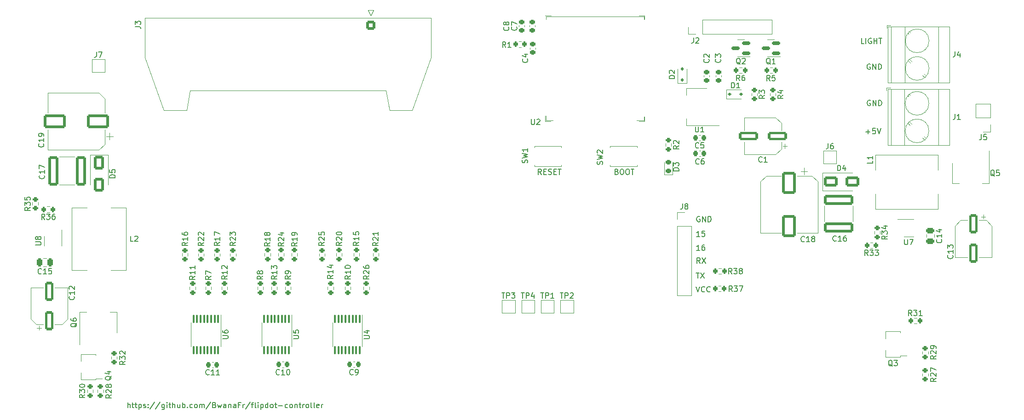
<source format=gto>
G04 #@! TF.GenerationSoftware,KiCad,Pcbnew,7.0.9*
G04 #@! TF.CreationDate,2023-12-07T14:07:32+01:00*
G04 #@! TF.ProjectId,ESP32-S3_flipdot,45535033-322d-4533-935f-666c6970646f,rev?*
G04 #@! TF.SameCoordinates,Original*
G04 #@! TF.FileFunction,Legend,Top*
G04 #@! TF.FilePolarity,Positive*
%FSLAX46Y46*%
G04 Gerber Fmt 4.6, Leading zero omitted, Abs format (unit mm)*
G04 Created by KiCad (PCBNEW 7.0.9) date 2023-12-07 14:07:32*
%MOMM*%
%LPD*%
G01*
G04 APERTURE LIST*
G04 Aperture macros list*
%AMRoundRect*
0 Rectangle with rounded corners*
0 $1 Rounding radius*
0 $2 $3 $4 $5 $6 $7 $8 $9 X,Y pos of 4 corners*
0 Add a 4 corners polygon primitive as box body*
4,1,4,$2,$3,$4,$5,$6,$7,$8,$9,$2,$3,0*
0 Add four circle primitives for the rounded corners*
1,1,$1+$1,$2,$3*
1,1,$1+$1,$4,$5*
1,1,$1+$1,$6,$7*
1,1,$1+$1,$8,$9*
0 Add four rect primitives between the rounded corners*
20,1,$1+$1,$2,$3,$4,$5,0*
20,1,$1+$1,$4,$5,$6,$7,0*
20,1,$1+$1,$6,$7,$8,$9,0*
20,1,$1+$1,$8,$9,$2,$3,0*%
%AMFreePoly0*
4,1,9,3.862500,-0.866500,0.737500,-0.866500,0.737500,-0.450000,-0.737500,-0.450000,-0.737500,0.450000,0.737500,0.450000,0.737500,0.866500,3.862500,0.866500,3.862500,-0.866500,3.862500,-0.866500,$1*%
G04 Aperture macros list end*
%ADD10C,0.150000*%
%ADD11C,0.120000*%
%ADD12C,8.600000*%
%ADD13RoundRect,0.225000X-0.250000X0.225000X-0.250000X-0.225000X0.250000X-0.225000X0.250000X0.225000X0*%
%ADD14RoundRect,0.250000X0.650000X2.450000X-0.650000X2.450000X-0.650000X-2.450000X0.650000X-2.450000X0*%
%ADD15RoundRect,0.200000X0.275000X-0.200000X0.275000X0.200000X-0.275000X0.200000X-0.275000X-0.200000X0*%
%ADD16R,2.000000X2.000000*%
%ADD17R,2.000000X1.500000*%
%ADD18R,2.000000X3.800000*%
%ADD19RoundRect,0.225000X0.250000X-0.225000X0.250000X0.225000X-0.250000X0.225000X-0.250000X-0.225000X0*%
%ADD20R,1.700000X1.700000*%
%ADD21O,1.700000X1.700000*%
%ADD22RoundRect,0.250000X0.250000X0.475000X-0.250000X0.475000X-0.250000X-0.475000X0.250000X-0.475000X0*%
%ADD23RoundRect,0.200000X0.200000X0.275000X-0.200000X0.275000X-0.200000X-0.275000X0.200000X-0.275000X0*%
%ADD24RoundRect,0.250000X-0.650000X1.000000X-0.650000X-1.000000X0.650000X-1.000000X0.650000X1.000000X0*%
%ADD25RoundRect,0.200000X-0.200000X-0.275000X0.200000X-0.275000X0.200000X0.275000X-0.200000X0.275000X0*%
%ADD26RoundRect,0.100000X-0.100000X0.637500X-0.100000X-0.637500X0.100000X-0.637500X0.100000X0.637500X0*%
%ADD27RoundRect,0.200000X-0.275000X0.200000X-0.275000X-0.200000X0.275000X-0.200000X0.275000X0.200000X0*%
%ADD28RoundRect,0.225000X0.225000X0.250000X-0.225000X0.250000X-0.225000X-0.250000X0.225000X-0.250000X0*%
%ADD29R,4.100000X4.100000*%
%ADD30RoundRect,0.250000X-0.475000X0.250000X-0.475000X-0.250000X0.475000X-0.250000X0.475000X0.250000X0*%
%ADD31RoundRect,0.225000X-0.225000X-0.250000X0.225000X-0.250000X0.225000X0.250000X-0.225000X0.250000X0*%
%ADD32R,2.600000X2.600000*%
%ADD33C,2.600000*%
%ADD34RoundRect,0.250000X-0.600000X0.600000X-0.600000X-0.600000X0.600000X-0.600000X0.600000X0.600000X0*%
%ADD35C,1.700000*%
%ADD36RoundRect,0.112500X-0.187500X-0.112500X0.187500X-0.112500X0.187500X0.112500X-0.187500X0.112500X0*%
%ADD37R,1.500000X0.900000*%
%ADD38R,0.900000X1.500000*%
%ADD39R,0.900000X0.900000*%
%ADD40RoundRect,0.250000X0.550000X-1.500000X0.550000X1.500000X-0.550000X1.500000X-0.550000X-1.500000X0*%
%ADD41RoundRect,0.250000X-0.550000X1.500000X-0.550000X-1.500000X0.550000X-1.500000X0.550000X1.500000X0*%
%ADD42RoundRect,0.250000X-1.000000X-0.650000X1.000000X-0.650000X1.000000X0.650000X-1.000000X0.650000X0*%
%ADD43R,1.500000X2.000000*%
%ADD44R,3.800000X2.000000*%
%ADD45RoundRect,0.112500X0.112500X-0.187500X0.112500X0.187500X-0.112500X0.187500X-0.112500X-0.187500X0*%
%ADD46RoundRect,0.150000X0.587500X0.150000X-0.587500X0.150000X-0.587500X-0.150000X0.587500X-0.150000X0*%
%ADD47RoundRect,0.250000X1.750000X1.000000X-1.750000X1.000000X-1.750000X-1.000000X1.750000X-1.000000X0*%
%ADD48RoundRect,0.250000X-2.450000X0.650000X-2.450000X-0.650000X2.450000X-0.650000X2.450000X0.650000X0*%
%ADD49RoundRect,0.250000X-1.000000X1.750000X-1.000000X-1.750000X1.000000X-1.750000X1.000000X1.750000X0*%
%ADD50R,1.450000X1.000000*%
%ADD51R,1.300000X0.900000*%
%ADD52FreePoly0,180.000000*%
%ADD53R,1.560000X0.650000*%
%ADD54RoundRect,0.218750X0.256250X-0.218750X0.256250X0.218750X-0.256250X0.218750X-0.256250X-0.218750X0*%
%ADD55R,0.650000X1.560000*%
%ADD56RoundRect,0.250000X1.500000X0.550000X-1.500000X0.550000X-1.500000X-0.550000X1.500000X-0.550000X0*%
G04 APERTURE END LIST*
D10*
X176150588Y-95139819D02*
X175579160Y-95139819D01*
X175864874Y-95139819D02*
X175864874Y-94139819D01*
X175864874Y-94139819D02*
X175769636Y-94282676D01*
X175769636Y-94282676D02*
X175674398Y-94377914D01*
X175674398Y-94377914D02*
X175579160Y-94425533D01*
X177007731Y-94139819D02*
X176817255Y-94139819D01*
X176817255Y-94139819D02*
X176722017Y-94187438D01*
X176722017Y-94187438D02*
X176674398Y-94235057D01*
X176674398Y-94235057D02*
X176579160Y-94377914D01*
X176579160Y-94377914D02*
X176531541Y-94568390D01*
X176531541Y-94568390D02*
X176531541Y-94949342D01*
X176531541Y-94949342D02*
X176579160Y-95044580D01*
X176579160Y-95044580D02*
X176626779Y-95092200D01*
X176626779Y-95092200D02*
X176722017Y-95139819D01*
X176722017Y-95139819D02*
X176912493Y-95139819D01*
X176912493Y-95139819D02*
X177007731Y-95092200D01*
X177007731Y-95092200D02*
X177055350Y-95044580D01*
X177055350Y-95044580D02*
X177102969Y-94949342D01*
X177102969Y-94949342D02*
X177102969Y-94711247D01*
X177102969Y-94711247D02*
X177055350Y-94616009D01*
X177055350Y-94616009D02*
X177007731Y-94568390D01*
X177007731Y-94568390D02*
X176912493Y-94520771D01*
X176912493Y-94520771D02*
X176722017Y-94520771D01*
X176722017Y-94520771D02*
X176626779Y-94568390D01*
X176626779Y-94568390D02*
X176579160Y-94616009D01*
X176579160Y-94616009D02*
X176531541Y-94711247D01*
X147008207Y-81169819D02*
X146674874Y-80693628D01*
X146436779Y-81169819D02*
X146436779Y-80169819D01*
X146436779Y-80169819D02*
X146817731Y-80169819D01*
X146817731Y-80169819D02*
X146912969Y-80217438D01*
X146912969Y-80217438D02*
X146960588Y-80265057D01*
X146960588Y-80265057D02*
X147008207Y-80360295D01*
X147008207Y-80360295D02*
X147008207Y-80503152D01*
X147008207Y-80503152D02*
X146960588Y-80598390D01*
X146960588Y-80598390D02*
X146912969Y-80646009D01*
X146912969Y-80646009D02*
X146817731Y-80693628D01*
X146817731Y-80693628D02*
X146436779Y-80693628D01*
X147436779Y-80646009D02*
X147770112Y-80646009D01*
X147912969Y-81169819D02*
X147436779Y-81169819D01*
X147436779Y-81169819D02*
X147436779Y-80169819D01*
X147436779Y-80169819D02*
X147912969Y-80169819D01*
X148293922Y-81122200D02*
X148436779Y-81169819D01*
X148436779Y-81169819D02*
X148674874Y-81169819D01*
X148674874Y-81169819D02*
X148770112Y-81122200D01*
X148770112Y-81122200D02*
X148817731Y-81074580D01*
X148817731Y-81074580D02*
X148865350Y-80979342D01*
X148865350Y-80979342D02*
X148865350Y-80884104D01*
X148865350Y-80884104D02*
X148817731Y-80788866D01*
X148817731Y-80788866D02*
X148770112Y-80741247D01*
X148770112Y-80741247D02*
X148674874Y-80693628D01*
X148674874Y-80693628D02*
X148484398Y-80646009D01*
X148484398Y-80646009D02*
X148389160Y-80598390D01*
X148389160Y-80598390D02*
X148341541Y-80550771D01*
X148341541Y-80550771D02*
X148293922Y-80455533D01*
X148293922Y-80455533D02*
X148293922Y-80360295D01*
X148293922Y-80360295D02*
X148341541Y-80265057D01*
X148341541Y-80265057D02*
X148389160Y-80217438D01*
X148389160Y-80217438D02*
X148484398Y-80169819D01*
X148484398Y-80169819D02*
X148722493Y-80169819D01*
X148722493Y-80169819D02*
X148865350Y-80217438D01*
X149293922Y-80646009D02*
X149627255Y-80646009D01*
X149770112Y-81169819D02*
X149293922Y-81169819D01*
X149293922Y-81169819D02*
X149293922Y-80169819D01*
X149293922Y-80169819D02*
X149770112Y-80169819D01*
X150055827Y-80169819D02*
X150627255Y-80169819D01*
X150341541Y-81169819D02*
X150341541Y-80169819D01*
X176150588Y-92589819D02*
X175579160Y-92589819D01*
X175864874Y-92589819D02*
X175864874Y-91589819D01*
X175864874Y-91589819D02*
X175769636Y-91732676D01*
X175769636Y-91732676D02*
X175674398Y-91827914D01*
X175674398Y-91827914D02*
X175579160Y-91875533D01*
X177055350Y-91589819D02*
X176579160Y-91589819D01*
X176579160Y-91589819D02*
X176531541Y-92066009D01*
X176531541Y-92066009D02*
X176579160Y-92018390D01*
X176579160Y-92018390D02*
X176674398Y-91970771D01*
X176674398Y-91970771D02*
X176912493Y-91970771D01*
X176912493Y-91970771D02*
X177007731Y-92018390D01*
X177007731Y-92018390D02*
X177055350Y-92066009D01*
X177055350Y-92066009D02*
X177102969Y-92161247D01*
X177102969Y-92161247D02*
X177102969Y-92399342D01*
X177102969Y-92399342D02*
X177055350Y-92494580D01*
X177055350Y-92494580D02*
X177007731Y-92542200D01*
X177007731Y-92542200D02*
X176912493Y-92589819D01*
X176912493Y-92589819D02*
X176674398Y-92589819D01*
X176674398Y-92589819D02*
X176579160Y-92542200D01*
X176579160Y-92542200D02*
X176531541Y-92494580D01*
X160870112Y-80646009D02*
X161012969Y-80693628D01*
X161012969Y-80693628D02*
X161060588Y-80741247D01*
X161060588Y-80741247D02*
X161108207Y-80836485D01*
X161108207Y-80836485D02*
X161108207Y-80979342D01*
X161108207Y-80979342D02*
X161060588Y-81074580D01*
X161060588Y-81074580D02*
X161012969Y-81122200D01*
X161012969Y-81122200D02*
X160917731Y-81169819D01*
X160917731Y-81169819D02*
X160536779Y-81169819D01*
X160536779Y-81169819D02*
X160536779Y-80169819D01*
X160536779Y-80169819D02*
X160870112Y-80169819D01*
X160870112Y-80169819D02*
X160965350Y-80217438D01*
X160965350Y-80217438D02*
X161012969Y-80265057D01*
X161012969Y-80265057D02*
X161060588Y-80360295D01*
X161060588Y-80360295D02*
X161060588Y-80455533D01*
X161060588Y-80455533D02*
X161012969Y-80550771D01*
X161012969Y-80550771D02*
X160965350Y-80598390D01*
X160965350Y-80598390D02*
X160870112Y-80646009D01*
X160870112Y-80646009D02*
X160536779Y-80646009D01*
X161727255Y-80169819D02*
X161917731Y-80169819D01*
X161917731Y-80169819D02*
X162012969Y-80217438D01*
X162012969Y-80217438D02*
X162108207Y-80312676D01*
X162108207Y-80312676D02*
X162155826Y-80503152D01*
X162155826Y-80503152D02*
X162155826Y-80836485D01*
X162155826Y-80836485D02*
X162108207Y-81026961D01*
X162108207Y-81026961D02*
X162012969Y-81122200D01*
X162012969Y-81122200D02*
X161917731Y-81169819D01*
X161917731Y-81169819D02*
X161727255Y-81169819D01*
X161727255Y-81169819D02*
X161632017Y-81122200D01*
X161632017Y-81122200D02*
X161536779Y-81026961D01*
X161536779Y-81026961D02*
X161489160Y-80836485D01*
X161489160Y-80836485D02*
X161489160Y-80503152D01*
X161489160Y-80503152D02*
X161536779Y-80312676D01*
X161536779Y-80312676D02*
X161632017Y-80217438D01*
X161632017Y-80217438D02*
X161727255Y-80169819D01*
X162774874Y-80169819D02*
X162965350Y-80169819D01*
X162965350Y-80169819D02*
X163060588Y-80217438D01*
X163060588Y-80217438D02*
X163155826Y-80312676D01*
X163155826Y-80312676D02*
X163203445Y-80503152D01*
X163203445Y-80503152D02*
X163203445Y-80836485D01*
X163203445Y-80836485D02*
X163155826Y-81026961D01*
X163155826Y-81026961D02*
X163060588Y-81122200D01*
X163060588Y-81122200D02*
X162965350Y-81169819D01*
X162965350Y-81169819D02*
X162774874Y-81169819D01*
X162774874Y-81169819D02*
X162679636Y-81122200D01*
X162679636Y-81122200D02*
X162584398Y-81026961D01*
X162584398Y-81026961D02*
X162536779Y-80836485D01*
X162536779Y-80836485D02*
X162536779Y-80503152D01*
X162536779Y-80503152D02*
X162584398Y-80312676D01*
X162584398Y-80312676D02*
X162679636Y-80217438D01*
X162679636Y-80217438D02*
X162774874Y-80169819D01*
X163489160Y-80169819D02*
X164060588Y-80169819D01*
X163774874Y-81169819D02*
X163774874Y-80169819D01*
X70856779Y-124159819D02*
X70856779Y-123159819D01*
X71285350Y-124159819D02*
X71285350Y-123636009D01*
X71285350Y-123636009D02*
X71237731Y-123540771D01*
X71237731Y-123540771D02*
X71142493Y-123493152D01*
X71142493Y-123493152D02*
X70999636Y-123493152D01*
X70999636Y-123493152D02*
X70904398Y-123540771D01*
X70904398Y-123540771D02*
X70856779Y-123588390D01*
X71618684Y-123493152D02*
X71999636Y-123493152D01*
X71761541Y-123159819D02*
X71761541Y-124016961D01*
X71761541Y-124016961D02*
X71809160Y-124112200D01*
X71809160Y-124112200D02*
X71904398Y-124159819D01*
X71904398Y-124159819D02*
X71999636Y-124159819D01*
X72190113Y-123493152D02*
X72571065Y-123493152D01*
X72332970Y-123159819D02*
X72332970Y-124016961D01*
X72332970Y-124016961D02*
X72380589Y-124112200D01*
X72380589Y-124112200D02*
X72475827Y-124159819D01*
X72475827Y-124159819D02*
X72571065Y-124159819D01*
X72904399Y-123493152D02*
X72904399Y-124493152D01*
X72904399Y-123540771D02*
X72999637Y-123493152D01*
X72999637Y-123493152D02*
X73190113Y-123493152D01*
X73190113Y-123493152D02*
X73285351Y-123540771D01*
X73285351Y-123540771D02*
X73332970Y-123588390D01*
X73332970Y-123588390D02*
X73380589Y-123683628D01*
X73380589Y-123683628D02*
X73380589Y-123969342D01*
X73380589Y-123969342D02*
X73332970Y-124064580D01*
X73332970Y-124064580D02*
X73285351Y-124112200D01*
X73285351Y-124112200D02*
X73190113Y-124159819D01*
X73190113Y-124159819D02*
X72999637Y-124159819D01*
X72999637Y-124159819D02*
X72904399Y-124112200D01*
X73761542Y-124112200D02*
X73856780Y-124159819D01*
X73856780Y-124159819D02*
X74047256Y-124159819D01*
X74047256Y-124159819D02*
X74142494Y-124112200D01*
X74142494Y-124112200D02*
X74190113Y-124016961D01*
X74190113Y-124016961D02*
X74190113Y-123969342D01*
X74190113Y-123969342D02*
X74142494Y-123874104D01*
X74142494Y-123874104D02*
X74047256Y-123826485D01*
X74047256Y-123826485D02*
X73904399Y-123826485D01*
X73904399Y-123826485D02*
X73809161Y-123778866D01*
X73809161Y-123778866D02*
X73761542Y-123683628D01*
X73761542Y-123683628D02*
X73761542Y-123636009D01*
X73761542Y-123636009D02*
X73809161Y-123540771D01*
X73809161Y-123540771D02*
X73904399Y-123493152D01*
X73904399Y-123493152D02*
X74047256Y-123493152D01*
X74047256Y-123493152D02*
X74142494Y-123540771D01*
X74618685Y-124064580D02*
X74666304Y-124112200D01*
X74666304Y-124112200D02*
X74618685Y-124159819D01*
X74618685Y-124159819D02*
X74571066Y-124112200D01*
X74571066Y-124112200D02*
X74618685Y-124064580D01*
X74618685Y-124064580D02*
X74618685Y-124159819D01*
X74618685Y-123540771D02*
X74666304Y-123588390D01*
X74666304Y-123588390D02*
X74618685Y-123636009D01*
X74618685Y-123636009D02*
X74571066Y-123588390D01*
X74571066Y-123588390D02*
X74618685Y-123540771D01*
X74618685Y-123540771D02*
X74618685Y-123636009D01*
X75809160Y-123112200D02*
X74952018Y-124397914D01*
X76856779Y-123112200D02*
X75999637Y-124397914D01*
X77618684Y-123493152D02*
X77618684Y-124302676D01*
X77618684Y-124302676D02*
X77571065Y-124397914D01*
X77571065Y-124397914D02*
X77523446Y-124445533D01*
X77523446Y-124445533D02*
X77428208Y-124493152D01*
X77428208Y-124493152D02*
X77285351Y-124493152D01*
X77285351Y-124493152D02*
X77190113Y-124445533D01*
X77618684Y-124112200D02*
X77523446Y-124159819D01*
X77523446Y-124159819D02*
X77332970Y-124159819D01*
X77332970Y-124159819D02*
X77237732Y-124112200D01*
X77237732Y-124112200D02*
X77190113Y-124064580D01*
X77190113Y-124064580D02*
X77142494Y-123969342D01*
X77142494Y-123969342D02*
X77142494Y-123683628D01*
X77142494Y-123683628D02*
X77190113Y-123588390D01*
X77190113Y-123588390D02*
X77237732Y-123540771D01*
X77237732Y-123540771D02*
X77332970Y-123493152D01*
X77332970Y-123493152D02*
X77523446Y-123493152D01*
X77523446Y-123493152D02*
X77618684Y-123540771D01*
X78094875Y-124159819D02*
X78094875Y-123493152D01*
X78094875Y-123159819D02*
X78047256Y-123207438D01*
X78047256Y-123207438D02*
X78094875Y-123255057D01*
X78094875Y-123255057D02*
X78142494Y-123207438D01*
X78142494Y-123207438D02*
X78094875Y-123159819D01*
X78094875Y-123159819D02*
X78094875Y-123255057D01*
X78428208Y-123493152D02*
X78809160Y-123493152D01*
X78571065Y-123159819D02*
X78571065Y-124016961D01*
X78571065Y-124016961D02*
X78618684Y-124112200D01*
X78618684Y-124112200D02*
X78713922Y-124159819D01*
X78713922Y-124159819D02*
X78809160Y-124159819D01*
X79142494Y-124159819D02*
X79142494Y-123159819D01*
X79571065Y-124159819D02*
X79571065Y-123636009D01*
X79571065Y-123636009D02*
X79523446Y-123540771D01*
X79523446Y-123540771D02*
X79428208Y-123493152D01*
X79428208Y-123493152D02*
X79285351Y-123493152D01*
X79285351Y-123493152D02*
X79190113Y-123540771D01*
X79190113Y-123540771D02*
X79142494Y-123588390D01*
X80475827Y-123493152D02*
X80475827Y-124159819D01*
X80047256Y-123493152D02*
X80047256Y-124016961D01*
X80047256Y-124016961D02*
X80094875Y-124112200D01*
X80094875Y-124112200D02*
X80190113Y-124159819D01*
X80190113Y-124159819D02*
X80332970Y-124159819D01*
X80332970Y-124159819D02*
X80428208Y-124112200D01*
X80428208Y-124112200D02*
X80475827Y-124064580D01*
X80952018Y-124159819D02*
X80952018Y-123159819D01*
X80952018Y-123540771D02*
X81047256Y-123493152D01*
X81047256Y-123493152D02*
X81237732Y-123493152D01*
X81237732Y-123493152D02*
X81332970Y-123540771D01*
X81332970Y-123540771D02*
X81380589Y-123588390D01*
X81380589Y-123588390D02*
X81428208Y-123683628D01*
X81428208Y-123683628D02*
X81428208Y-123969342D01*
X81428208Y-123969342D02*
X81380589Y-124064580D01*
X81380589Y-124064580D02*
X81332970Y-124112200D01*
X81332970Y-124112200D02*
X81237732Y-124159819D01*
X81237732Y-124159819D02*
X81047256Y-124159819D01*
X81047256Y-124159819D02*
X80952018Y-124112200D01*
X81856780Y-124064580D02*
X81904399Y-124112200D01*
X81904399Y-124112200D02*
X81856780Y-124159819D01*
X81856780Y-124159819D02*
X81809161Y-124112200D01*
X81809161Y-124112200D02*
X81856780Y-124064580D01*
X81856780Y-124064580D02*
X81856780Y-124159819D01*
X82761541Y-124112200D02*
X82666303Y-124159819D01*
X82666303Y-124159819D02*
X82475827Y-124159819D01*
X82475827Y-124159819D02*
X82380589Y-124112200D01*
X82380589Y-124112200D02*
X82332970Y-124064580D01*
X82332970Y-124064580D02*
X82285351Y-123969342D01*
X82285351Y-123969342D02*
X82285351Y-123683628D01*
X82285351Y-123683628D02*
X82332970Y-123588390D01*
X82332970Y-123588390D02*
X82380589Y-123540771D01*
X82380589Y-123540771D02*
X82475827Y-123493152D01*
X82475827Y-123493152D02*
X82666303Y-123493152D01*
X82666303Y-123493152D02*
X82761541Y-123540771D01*
X83332970Y-124159819D02*
X83237732Y-124112200D01*
X83237732Y-124112200D02*
X83190113Y-124064580D01*
X83190113Y-124064580D02*
X83142494Y-123969342D01*
X83142494Y-123969342D02*
X83142494Y-123683628D01*
X83142494Y-123683628D02*
X83190113Y-123588390D01*
X83190113Y-123588390D02*
X83237732Y-123540771D01*
X83237732Y-123540771D02*
X83332970Y-123493152D01*
X83332970Y-123493152D02*
X83475827Y-123493152D01*
X83475827Y-123493152D02*
X83571065Y-123540771D01*
X83571065Y-123540771D02*
X83618684Y-123588390D01*
X83618684Y-123588390D02*
X83666303Y-123683628D01*
X83666303Y-123683628D02*
X83666303Y-123969342D01*
X83666303Y-123969342D02*
X83618684Y-124064580D01*
X83618684Y-124064580D02*
X83571065Y-124112200D01*
X83571065Y-124112200D02*
X83475827Y-124159819D01*
X83475827Y-124159819D02*
X83332970Y-124159819D01*
X84094875Y-124159819D02*
X84094875Y-123493152D01*
X84094875Y-123588390D02*
X84142494Y-123540771D01*
X84142494Y-123540771D02*
X84237732Y-123493152D01*
X84237732Y-123493152D02*
X84380589Y-123493152D01*
X84380589Y-123493152D02*
X84475827Y-123540771D01*
X84475827Y-123540771D02*
X84523446Y-123636009D01*
X84523446Y-123636009D02*
X84523446Y-124159819D01*
X84523446Y-123636009D02*
X84571065Y-123540771D01*
X84571065Y-123540771D02*
X84666303Y-123493152D01*
X84666303Y-123493152D02*
X84809160Y-123493152D01*
X84809160Y-123493152D02*
X84904399Y-123540771D01*
X84904399Y-123540771D02*
X84952018Y-123636009D01*
X84952018Y-123636009D02*
X84952018Y-124159819D01*
X86142493Y-123112200D02*
X85285351Y-124397914D01*
X86809160Y-123636009D02*
X86952017Y-123683628D01*
X86952017Y-123683628D02*
X86999636Y-123731247D01*
X86999636Y-123731247D02*
X87047255Y-123826485D01*
X87047255Y-123826485D02*
X87047255Y-123969342D01*
X87047255Y-123969342D02*
X86999636Y-124064580D01*
X86999636Y-124064580D02*
X86952017Y-124112200D01*
X86952017Y-124112200D02*
X86856779Y-124159819D01*
X86856779Y-124159819D02*
X86475827Y-124159819D01*
X86475827Y-124159819D02*
X86475827Y-123159819D01*
X86475827Y-123159819D02*
X86809160Y-123159819D01*
X86809160Y-123159819D02*
X86904398Y-123207438D01*
X86904398Y-123207438D02*
X86952017Y-123255057D01*
X86952017Y-123255057D02*
X86999636Y-123350295D01*
X86999636Y-123350295D02*
X86999636Y-123445533D01*
X86999636Y-123445533D02*
X86952017Y-123540771D01*
X86952017Y-123540771D02*
X86904398Y-123588390D01*
X86904398Y-123588390D02*
X86809160Y-123636009D01*
X86809160Y-123636009D02*
X86475827Y-123636009D01*
X87380589Y-123493152D02*
X87571065Y-124159819D01*
X87571065Y-124159819D02*
X87761541Y-123683628D01*
X87761541Y-123683628D02*
X87952017Y-124159819D01*
X87952017Y-124159819D02*
X88142493Y-123493152D01*
X88952017Y-124159819D02*
X88952017Y-123636009D01*
X88952017Y-123636009D02*
X88904398Y-123540771D01*
X88904398Y-123540771D02*
X88809160Y-123493152D01*
X88809160Y-123493152D02*
X88618684Y-123493152D01*
X88618684Y-123493152D02*
X88523446Y-123540771D01*
X88952017Y-124112200D02*
X88856779Y-124159819D01*
X88856779Y-124159819D02*
X88618684Y-124159819D01*
X88618684Y-124159819D02*
X88523446Y-124112200D01*
X88523446Y-124112200D02*
X88475827Y-124016961D01*
X88475827Y-124016961D02*
X88475827Y-123921723D01*
X88475827Y-123921723D02*
X88523446Y-123826485D01*
X88523446Y-123826485D02*
X88618684Y-123778866D01*
X88618684Y-123778866D02*
X88856779Y-123778866D01*
X88856779Y-123778866D02*
X88952017Y-123731247D01*
X89428208Y-123493152D02*
X89428208Y-124159819D01*
X89428208Y-123588390D02*
X89475827Y-123540771D01*
X89475827Y-123540771D02*
X89571065Y-123493152D01*
X89571065Y-123493152D02*
X89713922Y-123493152D01*
X89713922Y-123493152D02*
X89809160Y-123540771D01*
X89809160Y-123540771D02*
X89856779Y-123636009D01*
X89856779Y-123636009D02*
X89856779Y-124159819D01*
X90761541Y-124159819D02*
X90761541Y-123636009D01*
X90761541Y-123636009D02*
X90713922Y-123540771D01*
X90713922Y-123540771D02*
X90618684Y-123493152D01*
X90618684Y-123493152D02*
X90428208Y-123493152D01*
X90428208Y-123493152D02*
X90332970Y-123540771D01*
X90761541Y-124112200D02*
X90666303Y-124159819D01*
X90666303Y-124159819D02*
X90428208Y-124159819D01*
X90428208Y-124159819D02*
X90332970Y-124112200D01*
X90332970Y-124112200D02*
X90285351Y-124016961D01*
X90285351Y-124016961D02*
X90285351Y-123921723D01*
X90285351Y-123921723D02*
X90332970Y-123826485D01*
X90332970Y-123826485D02*
X90428208Y-123778866D01*
X90428208Y-123778866D02*
X90666303Y-123778866D01*
X90666303Y-123778866D02*
X90761541Y-123731247D01*
X91571065Y-123636009D02*
X91237732Y-123636009D01*
X91237732Y-124159819D02*
X91237732Y-123159819D01*
X91237732Y-123159819D02*
X91713922Y-123159819D01*
X92094875Y-124159819D02*
X92094875Y-123493152D01*
X92094875Y-123683628D02*
X92142494Y-123588390D01*
X92142494Y-123588390D02*
X92190113Y-123540771D01*
X92190113Y-123540771D02*
X92285351Y-123493152D01*
X92285351Y-123493152D02*
X92380589Y-123493152D01*
X93428208Y-123112200D02*
X92571066Y-124397914D01*
X93618685Y-123493152D02*
X93999637Y-123493152D01*
X93761542Y-124159819D02*
X93761542Y-123302676D01*
X93761542Y-123302676D02*
X93809161Y-123207438D01*
X93809161Y-123207438D02*
X93904399Y-123159819D01*
X93904399Y-123159819D02*
X93999637Y-123159819D01*
X94475828Y-124159819D02*
X94380590Y-124112200D01*
X94380590Y-124112200D02*
X94332971Y-124016961D01*
X94332971Y-124016961D02*
X94332971Y-123159819D01*
X94856781Y-124159819D02*
X94856781Y-123493152D01*
X94856781Y-123159819D02*
X94809162Y-123207438D01*
X94809162Y-123207438D02*
X94856781Y-123255057D01*
X94856781Y-123255057D02*
X94904400Y-123207438D01*
X94904400Y-123207438D02*
X94856781Y-123159819D01*
X94856781Y-123159819D02*
X94856781Y-123255057D01*
X95332971Y-123493152D02*
X95332971Y-124493152D01*
X95332971Y-123540771D02*
X95428209Y-123493152D01*
X95428209Y-123493152D02*
X95618685Y-123493152D01*
X95618685Y-123493152D02*
X95713923Y-123540771D01*
X95713923Y-123540771D02*
X95761542Y-123588390D01*
X95761542Y-123588390D02*
X95809161Y-123683628D01*
X95809161Y-123683628D02*
X95809161Y-123969342D01*
X95809161Y-123969342D02*
X95761542Y-124064580D01*
X95761542Y-124064580D02*
X95713923Y-124112200D01*
X95713923Y-124112200D02*
X95618685Y-124159819D01*
X95618685Y-124159819D02*
X95428209Y-124159819D01*
X95428209Y-124159819D02*
X95332971Y-124112200D01*
X96666304Y-124159819D02*
X96666304Y-123159819D01*
X96666304Y-124112200D02*
X96571066Y-124159819D01*
X96571066Y-124159819D02*
X96380590Y-124159819D01*
X96380590Y-124159819D02*
X96285352Y-124112200D01*
X96285352Y-124112200D02*
X96237733Y-124064580D01*
X96237733Y-124064580D02*
X96190114Y-123969342D01*
X96190114Y-123969342D02*
X96190114Y-123683628D01*
X96190114Y-123683628D02*
X96237733Y-123588390D01*
X96237733Y-123588390D02*
X96285352Y-123540771D01*
X96285352Y-123540771D02*
X96380590Y-123493152D01*
X96380590Y-123493152D02*
X96571066Y-123493152D01*
X96571066Y-123493152D02*
X96666304Y-123540771D01*
X97285352Y-124159819D02*
X97190114Y-124112200D01*
X97190114Y-124112200D02*
X97142495Y-124064580D01*
X97142495Y-124064580D02*
X97094876Y-123969342D01*
X97094876Y-123969342D02*
X97094876Y-123683628D01*
X97094876Y-123683628D02*
X97142495Y-123588390D01*
X97142495Y-123588390D02*
X97190114Y-123540771D01*
X97190114Y-123540771D02*
X97285352Y-123493152D01*
X97285352Y-123493152D02*
X97428209Y-123493152D01*
X97428209Y-123493152D02*
X97523447Y-123540771D01*
X97523447Y-123540771D02*
X97571066Y-123588390D01*
X97571066Y-123588390D02*
X97618685Y-123683628D01*
X97618685Y-123683628D02*
X97618685Y-123969342D01*
X97618685Y-123969342D02*
X97571066Y-124064580D01*
X97571066Y-124064580D02*
X97523447Y-124112200D01*
X97523447Y-124112200D02*
X97428209Y-124159819D01*
X97428209Y-124159819D02*
X97285352Y-124159819D01*
X97904400Y-123493152D02*
X98285352Y-123493152D01*
X98047257Y-123159819D02*
X98047257Y-124016961D01*
X98047257Y-124016961D02*
X98094876Y-124112200D01*
X98094876Y-124112200D02*
X98190114Y-124159819D01*
X98190114Y-124159819D02*
X98285352Y-124159819D01*
X98618686Y-123778866D02*
X99380591Y-123778866D01*
X100285352Y-124112200D02*
X100190114Y-124159819D01*
X100190114Y-124159819D02*
X99999638Y-124159819D01*
X99999638Y-124159819D02*
X99904400Y-124112200D01*
X99904400Y-124112200D02*
X99856781Y-124064580D01*
X99856781Y-124064580D02*
X99809162Y-123969342D01*
X99809162Y-123969342D02*
X99809162Y-123683628D01*
X99809162Y-123683628D02*
X99856781Y-123588390D01*
X99856781Y-123588390D02*
X99904400Y-123540771D01*
X99904400Y-123540771D02*
X99999638Y-123493152D01*
X99999638Y-123493152D02*
X100190114Y-123493152D01*
X100190114Y-123493152D02*
X100285352Y-123540771D01*
X100856781Y-124159819D02*
X100761543Y-124112200D01*
X100761543Y-124112200D02*
X100713924Y-124064580D01*
X100713924Y-124064580D02*
X100666305Y-123969342D01*
X100666305Y-123969342D02*
X100666305Y-123683628D01*
X100666305Y-123683628D02*
X100713924Y-123588390D01*
X100713924Y-123588390D02*
X100761543Y-123540771D01*
X100761543Y-123540771D02*
X100856781Y-123493152D01*
X100856781Y-123493152D02*
X100999638Y-123493152D01*
X100999638Y-123493152D02*
X101094876Y-123540771D01*
X101094876Y-123540771D02*
X101142495Y-123588390D01*
X101142495Y-123588390D02*
X101190114Y-123683628D01*
X101190114Y-123683628D02*
X101190114Y-123969342D01*
X101190114Y-123969342D02*
X101142495Y-124064580D01*
X101142495Y-124064580D02*
X101094876Y-124112200D01*
X101094876Y-124112200D02*
X100999638Y-124159819D01*
X100999638Y-124159819D02*
X100856781Y-124159819D01*
X101618686Y-123493152D02*
X101618686Y-124159819D01*
X101618686Y-123588390D02*
X101666305Y-123540771D01*
X101666305Y-123540771D02*
X101761543Y-123493152D01*
X101761543Y-123493152D02*
X101904400Y-123493152D01*
X101904400Y-123493152D02*
X101999638Y-123540771D01*
X101999638Y-123540771D02*
X102047257Y-123636009D01*
X102047257Y-123636009D02*
X102047257Y-124159819D01*
X102380591Y-123493152D02*
X102761543Y-123493152D01*
X102523448Y-123159819D02*
X102523448Y-124016961D01*
X102523448Y-124016961D02*
X102571067Y-124112200D01*
X102571067Y-124112200D02*
X102666305Y-124159819D01*
X102666305Y-124159819D02*
X102761543Y-124159819D01*
X103094877Y-124159819D02*
X103094877Y-123493152D01*
X103094877Y-123683628D02*
X103142496Y-123588390D01*
X103142496Y-123588390D02*
X103190115Y-123540771D01*
X103190115Y-123540771D02*
X103285353Y-123493152D01*
X103285353Y-123493152D02*
X103380591Y-123493152D01*
X103856782Y-124159819D02*
X103761544Y-124112200D01*
X103761544Y-124112200D02*
X103713925Y-124064580D01*
X103713925Y-124064580D02*
X103666306Y-123969342D01*
X103666306Y-123969342D02*
X103666306Y-123683628D01*
X103666306Y-123683628D02*
X103713925Y-123588390D01*
X103713925Y-123588390D02*
X103761544Y-123540771D01*
X103761544Y-123540771D02*
X103856782Y-123493152D01*
X103856782Y-123493152D02*
X103999639Y-123493152D01*
X103999639Y-123493152D02*
X104094877Y-123540771D01*
X104094877Y-123540771D02*
X104142496Y-123588390D01*
X104142496Y-123588390D02*
X104190115Y-123683628D01*
X104190115Y-123683628D02*
X104190115Y-123969342D01*
X104190115Y-123969342D02*
X104142496Y-124064580D01*
X104142496Y-124064580D02*
X104094877Y-124112200D01*
X104094877Y-124112200D02*
X103999639Y-124159819D01*
X103999639Y-124159819D02*
X103856782Y-124159819D01*
X104761544Y-124159819D02*
X104666306Y-124112200D01*
X104666306Y-124112200D02*
X104618687Y-124016961D01*
X104618687Y-124016961D02*
X104618687Y-123159819D01*
X105285354Y-124159819D02*
X105190116Y-124112200D01*
X105190116Y-124112200D02*
X105142497Y-124016961D01*
X105142497Y-124016961D02*
X105142497Y-123159819D01*
X106047259Y-124112200D02*
X105952021Y-124159819D01*
X105952021Y-124159819D02*
X105761545Y-124159819D01*
X105761545Y-124159819D02*
X105666307Y-124112200D01*
X105666307Y-124112200D02*
X105618688Y-124016961D01*
X105618688Y-124016961D02*
X105618688Y-123636009D01*
X105618688Y-123636009D02*
X105666307Y-123540771D01*
X105666307Y-123540771D02*
X105761545Y-123493152D01*
X105761545Y-123493152D02*
X105952021Y-123493152D01*
X105952021Y-123493152D02*
X106047259Y-123540771D01*
X106047259Y-123540771D02*
X106094878Y-123636009D01*
X106094878Y-123636009D02*
X106094878Y-123731247D01*
X106094878Y-123731247D02*
X105618688Y-123826485D01*
X106523450Y-124159819D02*
X106523450Y-123493152D01*
X106523450Y-123683628D02*
X106571069Y-123588390D01*
X106571069Y-123588390D02*
X106618688Y-123540771D01*
X106618688Y-123540771D02*
X106713926Y-123493152D01*
X106713926Y-123493152D02*
X106809164Y-123493152D01*
X176150588Y-88927438D02*
X176055350Y-88879819D01*
X176055350Y-88879819D02*
X175912493Y-88879819D01*
X175912493Y-88879819D02*
X175769636Y-88927438D01*
X175769636Y-88927438D02*
X175674398Y-89022676D01*
X175674398Y-89022676D02*
X175626779Y-89117914D01*
X175626779Y-89117914D02*
X175579160Y-89308390D01*
X175579160Y-89308390D02*
X175579160Y-89451247D01*
X175579160Y-89451247D02*
X175626779Y-89641723D01*
X175626779Y-89641723D02*
X175674398Y-89736961D01*
X175674398Y-89736961D02*
X175769636Y-89832200D01*
X175769636Y-89832200D02*
X175912493Y-89879819D01*
X175912493Y-89879819D02*
X176007731Y-89879819D01*
X176007731Y-89879819D02*
X176150588Y-89832200D01*
X176150588Y-89832200D02*
X176198207Y-89784580D01*
X176198207Y-89784580D02*
X176198207Y-89451247D01*
X176198207Y-89451247D02*
X176007731Y-89451247D01*
X176626779Y-89879819D02*
X176626779Y-88879819D01*
X176626779Y-88879819D02*
X177198207Y-89879819D01*
X177198207Y-89879819D02*
X177198207Y-88879819D01*
X177674398Y-89879819D02*
X177674398Y-88879819D01*
X177674398Y-88879819D02*
X177912493Y-88879819D01*
X177912493Y-88879819D02*
X178055350Y-88927438D01*
X178055350Y-88927438D02*
X178150588Y-89022676D01*
X178150588Y-89022676D02*
X178198207Y-89117914D01*
X178198207Y-89117914D02*
X178245826Y-89308390D01*
X178245826Y-89308390D02*
X178245826Y-89451247D01*
X178245826Y-89451247D02*
X178198207Y-89641723D01*
X178198207Y-89641723D02*
X178150588Y-89736961D01*
X178150588Y-89736961D02*
X178055350Y-89832200D01*
X178055350Y-89832200D02*
X177912493Y-89879819D01*
X177912493Y-89879819D02*
X177674398Y-89879819D01*
X207535588Y-67542438D02*
X207440350Y-67494819D01*
X207440350Y-67494819D02*
X207297493Y-67494819D01*
X207297493Y-67494819D02*
X207154636Y-67542438D01*
X207154636Y-67542438D02*
X207059398Y-67637676D01*
X207059398Y-67637676D02*
X207011779Y-67732914D01*
X207011779Y-67732914D02*
X206964160Y-67923390D01*
X206964160Y-67923390D02*
X206964160Y-68066247D01*
X206964160Y-68066247D02*
X207011779Y-68256723D01*
X207011779Y-68256723D02*
X207059398Y-68351961D01*
X207059398Y-68351961D02*
X207154636Y-68447200D01*
X207154636Y-68447200D02*
X207297493Y-68494819D01*
X207297493Y-68494819D02*
X207392731Y-68494819D01*
X207392731Y-68494819D02*
X207535588Y-68447200D01*
X207535588Y-68447200D02*
X207583207Y-68399580D01*
X207583207Y-68399580D02*
X207583207Y-68066247D01*
X207583207Y-68066247D02*
X207392731Y-68066247D01*
X208011779Y-68494819D02*
X208011779Y-67494819D01*
X208011779Y-67494819D02*
X208583207Y-68494819D01*
X208583207Y-68494819D02*
X208583207Y-67494819D01*
X209059398Y-68494819D02*
X209059398Y-67494819D01*
X209059398Y-67494819D02*
X209297493Y-67494819D01*
X209297493Y-67494819D02*
X209440350Y-67542438D01*
X209440350Y-67542438D02*
X209535588Y-67637676D01*
X209535588Y-67637676D02*
X209583207Y-67732914D01*
X209583207Y-67732914D02*
X209630826Y-67923390D01*
X209630826Y-67923390D02*
X209630826Y-68066247D01*
X209630826Y-68066247D02*
X209583207Y-68256723D01*
X209583207Y-68256723D02*
X209535588Y-68351961D01*
X209535588Y-68351961D02*
X209440350Y-68447200D01*
X209440350Y-68447200D02*
X209297493Y-68494819D01*
X209297493Y-68494819D02*
X209059398Y-68494819D01*
X207510588Y-60842438D02*
X207415350Y-60794819D01*
X207415350Y-60794819D02*
X207272493Y-60794819D01*
X207272493Y-60794819D02*
X207129636Y-60842438D01*
X207129636Y-60842438D02*
X207034398Y-60937676D01*
X207034398Y-60937676D02*
X206986779Y-61032914D01*
X206986779Y-61032914D02*
X206939160Y-61223390D01*
X206939160Y-61223390D02*
X206939160Y-61366247D01*
X206939160Y-61366247D02*
X206986779Y-61556723D01*
X206986779Y-61556723D02*
X207034398Y-61651961D01*
X207034398Y-61651961D02*
X207129636Y-61747200D01*
X207129636Y-61747200D02*
X207272493Y-61794819D01*
X207272493Y-61794819D02*
X207367731Y-61794819D01*
X207367731Y-61794819D02*
X207510588Y-61747200D01*
X207510588Y-61747200D02*
X207558207Y-61699580D01*
X207558207Y-61699580D02*
X207558207Y-61366247D01*
X207558207Y-61366247D02*
X207367731Y-61366247D01*
X207986779Y-61794819D02*
X207986779Y-60794819D01*
X207986779Y-60794819D02*
X208558207Y-61794819D01*
X208558207Y-61794819D02*
X208558207Y-60794819D01*
X209034398Y-61794819D02*
X209034398Y-60794819D01*
X209034398Y-60794819D02*
X209272493Y-60794819D01*
X209272493Y-60794819D02*
X209415350Y-60842438D01*
X209415350Y-60842438D02*
X209510588Y-60937676D01*
X209510588Y-60937676D02*
X209558207Y-61032914D01*
X209558207Y-61032914D02*
X209605826Y-61223390D01*
X209605826Y-61223390D02*
X209605826Y-61366247D01*
X209605826Y-61366247D02*
X209558207Y-61556723D01*
X209558207Y-61556723D02*
X209510588Y-61651961D01*
X209510588Y-61651961D02*
X209415350Y-61747200D01*
X209415350Y-61747200D02*
X209272493Y-61794819D01*
X209272493Y-61794819D02*
X209034398Y-61794819D01*
X206387969Y-57069819D02*
X205911779Y-57069819D01*
X205911779Y-57069819D02*
X205911779Y-56069819D01*
X206721303Y-57069819D02*
X206721303Y-56069819D01*
X207721302Y-56117438D02*
X207626064Y-56069819D01*
X207626064Y-56069819D02*
X207483207Y-56069819D01*
X207483207Y-56069819D02*
X207340350Y-56117438D01*
X207340350Y-56117438D02*
X207245112Y-56212676D01*
X207245112Y-56212676D02*
X207197493Y-56307914D01*
X207197493Y-56307914D02*
X207149874Y-56498390D01*
X207149874Y-56498390D02*
X207149874Y-56641247D01*
X207149874Y-56641247D02*
X207197493Y-56831723D01*
X207197493Y-56831723D02*
X207245112Y-56926961D01*
X207245112Y-56926961D02*
X207340350Y-57022200D01*
X207340350Y-57022200D02*
X207483207Y-57069819D01*
X207483207Y-57069819D02*
X207578445Y-57069819D01*
X207578445Y-57069819D02*
X207721302Y-57022200D01*
X207721302Y-57022200D02*
X207768921Y-56974580D01*
X207768921Y-56974580D02*
X207768921Y-56641247D01*
X207768921Y-56641247D02*
X207578445Y-56641247D01*
X208197493Y-57069819D02*
X208197493Y-56069819D01*
X208197493Y-56546009D02*
X208768921Y-56546009D01*
X208768921Y-57069819D02*
X208768921Y-56069819D01*
X209102255Y-56069819D02*
X209673683Y-56069819D01*
X209387969Y-57069819D02*
X209387969Y-56069819D01*
X206736779Y-73288866D02*
X207498684Y-73288866D01*
X207117731Y-73669819D02*
X207117731Y-72907914D01*
X208451064Y-72669819D02*
X207974874Y-72669819D01*
X207974874Y-72669819D02*
X207927255Y-73146009D01*
X207927255Y-73146009D02*
X207974874Y-73098390D01*
X207974874Y-73098390D02*
X208070112Y-73050771D01*
X208070112Y-73050771D02*
X208308207Y-73050771D01*
X208308207Y-73050771D02*
X208403445Y-73098390D01*
X208403445Y-73098390D02*
X208451064Y-73146009D01*
X208451064Y-73146009D02*
X208498683Y-73241247D01*
X208498683Y-73241247D02*
X208498683Y-73479342D01*
X208498683Y-73479342D02*
X208451064Y-73574580D01*
X208451064Y-73574580D02*
X208403445Y-73622200D01*
X208403445Y-73622200D02*
X208308207Y-73669819D01*
X208308207Y-73669819D02*
X208070112Y-73669819D01*
X208070112Y-73669819D02*
X207974874Y-73622200D01*
X207974874Y-73622200D02*
X207927255Y-73574580D01*
X208784398Y-72669819D02*
X209117731Y-73669819D01*
X209117731Y-73669819D02*
X209451064Y-72669819D01*
X176198207Y-97539819D02*
X175864874Y-97063628D01*
X175626779Y-97539819D02*
X175626779Y-96539819D01*
X175626779Y-96539819D02*
X176007731Y-96539819D01*
X176007731Y-96539819D02*
X176102969Y-96587438D01*
X176102969Y-96587438D02*
X176150588Y-96635057D01*
X176150588Y-96635057D02*
X176198207Y-96730295D01*
X176198207Y-96730295D02*
X176198207Y-96873152D01*
X176198207Y-96873152D02*
X176150588Y-96968390D01*
X176150588Y-96968390D02*
X176102969Y-97016009D01*
X176102969Y-97016009D02*
X176007731Y-97063628D01*
X176007731Y-97063628D02*
X175626779Y-97063628D01*
X176531541Y-96539819D02*
X177198207Y-97539819D01*
X177198207Y-96539819D02*
X176531541Y-97539819D01*
X175483922Y-101819819D02*
X175817255Y-102819819D01*
X175817255Y-102819819D02*
X176150588Y-101819819D01*
X177055350Y-102724580D02*
X177007731Y-102772200D01*
X177007731Y-102772200D02*
X176864874Y-102819819D01*
X176864874Y-102819819D02*
X176769636Y-102819819D01*
X176769636Y-102819819D02*
X176626779Y-102772200D01*
X176626779Y-102772200D02*
X176531541Y-102676961D01*
X176531541Y-102676961D02*
X176483922Y-102581723D01*
X176483922Y-102581723D02*
X176436303Y-102391247D01*
X176436303Y-102391247D02*
X176436303Y-102248390D01*
X176436303Y-102248390D02*
X176483922Y-102057914D01*
X176483922Y-102057914D02*
X176531541Y-101962676D01*
X176531541Y-101962676D02*
X176626779Y-101867438D01*
X176626779Y-101867438D02*
X176769636Y-101819819D01*
X176769636Y-101819819D02*
X176864874Y-101819819D01*
X176864874Y-101819819D02*
X177007731Y-101867438D01*
X177007731Y-101867438D02*
X177055350Y-101915057D01*
X178055350Y-102724580D02*
X178007731Y-102772200D01*
X178007731Y-102772200D02*
X177864874Y-102819819D01*
X177864874Y-102819819D02*
X177769636Y-102819819D01*
X177769636Y-102819819D02*
X177626779Y-102772200D01*
X177626779Y-102772200D02*
X177531541Y-102676961D01*
X177531541Y-102676961D02*
X177483922Y-102581723D01*
X177483922Y-102581723D02*
X177436303Y-102391247D01*
X177436303Y-102391247D02*
X177436303Y-102248390D01*
X177436303Y-102248390D02*
X177483922Y-102057914D01*
X177483922Y-102057914D02*
X177531541Y-101962676D01*
X177531541Y-101962676D02*
X177626779Y-101867438D01*
X177626779Y-101867438D02*
X177769636Y-101819819D01*
X177769636Y-101819819D02*
X177864874Y-101819819D01*
X177864874Y-101819819D02*
X178007731Y-101867438D01*
X178007731Y-101867438D02*
X178055350Y-101915057D01*
X175483922Y-99279819D02*
X176055350Y-99279819D01*
X175769636Y-100279819D02*
X175769636Y-99279819D01*
X176293446Y-99279819D02*
X176960112Y-100279819D01*
X176960112Y-99279819D02*
X176293446Y-100279819D01*
X144409580Y-59896666D02*
X144457200Y-59944285D01*
X144457200Y-59944285D02*
X144504819Y-60087142D01*
X144504819Y-60087142D02*
X144504819Y-60182380D01*
X144504819Y-60182380D02*
X144457200Y-60325237D01*
X144457200Y-60325237D02*
X144361961Y-60420475D01*
X144361961Y-60420475D02*
X144266723Y-60468094D01*
X144266723Y-60468094D02*
X144076247Y-60515713D01*
X144076247Y-60515713D02*
X143933390Y-60515713D01*
X143933390Y-60515713D02*
X143742914Y-60468094D01*
X143742914Y-60468094D02*
X143647676Y-60420475D01*
X143647676Y-60420475D02*
X143552438Y-60325237D01*
X143552438Y-60325237D02*
X143504819Y-60182380D01*
X143504819Y-60182380D02*
X143504819Y-60087142D01*
X143504819Y-60087142D02*
X143552438Y-59944285D01*
X143552438Y-59944285D02*
X143600057Y-59896666D01*
X143838152Y-59039523D02*
X144504819Y-59039523D01*
X143457200Y-59277618D02*
X144171485Y-59515713D01*
X144171485Y-59515713D02*
X144171485Y-58896666D01*
X55459580Y-81342857D02*
X55507200Y-81390476D01*
X55507200Y-81390476D02*
X55554819Y-81533333D01*
X55554819Y-81533333D02*
X55554819Y-81628571D01*
X55554819Y-81628571D02*
X55507200Y-81771428D01*
X55507200Y-81771428D02*
X55411961Y-81866666D01*
X55411961Y-81866666D02*
X55316723Y-81914285D01*
X55316723Y-81914285D02*
X55126247Y-81961904D01*
X55126247Y-81961904D02*
X54983390Y-81961904D01*
X54983390Y-81961904D02*
X54792914Y-81914285D01*
X54792914Y-81914285D02*
X54697676Y-81866666D01*
X54697676Y-81866666D02*
X54602438Y-81771428D01*
X54602438Y-81771428D02*
X54554819Y-81628571D01*
X54554819Y-81628571D02*
X54554819Y-81533333D01*
X54554819Y-81533333D02*
X54602438Y-81390476D01*
X54602438Y-81390476D02*
X54650057Y-81342857D01*
X55554819Y-80390476D02*
X55554819Y-80961904D01*
X55554819Y-80676190D02*
X54554819Y-80676190D01*
X54554819Y-80676190D02*
X54697676Y-80771428D01*
X54697676Y-80771428D02*
X54792914Y-80866666D01*
X54792914Y-80866666D02*
X54840533Y-80961904D01*
X54554819Y-80057142D02*
X54554819Y-79390476D01*
X54554819Y-79390476D02*
X55554819Y-79819047D01*
X98324819Y-99861666D02*
X97848628Y-100194999D01*
X98324819Y-100433094D02*
X97324819Y-100433094D01*
X97324819Y-100433094D02*
X97324819Y-100052142D01*
X97324819Y-100052142D02*
X97372438Y-99956904D01*
X97372438Y-99956904D02*
X97420057Y-99909285D01*
X97420057Y-99909285D02*
X97515295Y-99861666D01*
X97515295Y-99861666D02*
X97658152Y-99861666D01*
X97658152Y-99861666D02*
X97753390Y-99909285D01*
X97753390Y-99909285D02*
X97801009Y-99956904D01*
X97801009Y-99956904D02*
X97848628Y-100052142D01*
X97848628Y-100052142D02*
X97848628Y-100433094D01*
X98324819Y-98909285D02*
X98324819Y-99480713D01*
X98324819Y-99194999D02*
X97324819Y-99194999D01*
X97324819Y-99194999D02*
X97467676Y-99290237D01*
X97467676Y-99290237D02*
X97562914Y-99385475D01*
X97562914Y-99385475D02*
X97610533Y-99480713D01*
X97324819Y-98575951D02*
X97324819Y-97956904D01*
X97324819Y-97956904D02*
X97705771Y-98290237D01*
X97705771Y-98290237D02*
X97705771Y-98147380D01*
X97705771Y-98147380D02*
X97753390Y-98052142D01*
X97753390Y-98052142D02*
X97801009Y-98004523D01*
X97801009Y-98004523D02*
X97896247Y-97956904D01*
X97896247Y-97956904D02*
X98134342Y-97956904D01*
X98134342Y-97956904D02*
X98229580Y-98004523D01*
X98229580Y-98004523D02*
X98277200Y-98052142D01*
X98277200Y-98052142D02*
X98324819Y-98147380D01*
X98324819Y-98147380D02*
X98324819Y-98433094D01*
X98324819Y-98433094D02*
X98277200Y-98528332D01*
X98277200Y-98528332D02*
X98229580Y-98575951D01*
X143288095Y-102956819D02*
X143859523Y-102956819D01*
X143573809Y-103956819D02*
X143573809Y-102956819D01*
X144192857Y-103956819D02*
X144192857Y-102956819D01*
X144192857Y-102956819D02*
X144573809Y-102956819D01*
X144573809Y-102956819D02*
X144669047Y-103004438D01*
X144669047Y-103004438D02*
X144716666Y-103052057D01*
X144716666Y-103052057D02*
X144764285Y-103147295D01*
X144764285Y-103147295D02*
X144764285Y-103290152D01*
X144764285Y-103290152D02*
X144716666Y-103385390D01*
X144716666Y-103385390D02*
X144669047Y-103433009D01*
X144669047Y-103433009D02*
X144573809Y-103480628D01*
X144573809Y-103480628D02*
X144192857Y-103480628D01*
X145621428Y-103290152D02*
X145621428Y-103956819D01*
X145383333Y-102909200D02*
X145145238Y-103623485D01*
X145145238Y-103623485D02*
X145764285Y-103623485D01*
X175338095Y-72354819D02*
X175338095Y-73164342D01*
X175338095Y-73164342D02*
X175385714Y-73259580D01*
X175385714Y-73259580D02*
X175433333Y-73307200D01*
X175433333Y-73307200D02*
X175528571Y-73354819D01*
X175528571Y-73354819D02*
X175719047Y-73354819D01*
X175719047Y-73354819D02*
X175814285Y-73307200D01*
X175814285Y-73307200D02*
X175861904Y-73259580D01*
X175861904Y-73259580D02*
X175909523Y-73164342D01*
X175909523Y-73164342D02*
X175909523Y-72354819D01*
X176909523Y-73354819D02*
X176338095Y-73354819D01*
X176623809Y-73354819D02*
X176623809Y-72354819D01*
X176623809Y-72354819D02*
X176528571Y-72497676D01*
X176528571Y-72497676D02*
X176433333Y-72592914D01*
X176433333Y-72592914D02*
X176338095Y-72640533D01*
X177779580Y-59936666D02*
X177827200Y-59984285D01*
X177827200Y-59984285D02*
X177874819Y-60127142D01*
X177874819Y-60127142D02*
X177874819Y-60222380D01*
X177874819Y-60222380D02*
X177827200Y-60365237D01*
X177827200Y-60365237D02*
X177731961Y-60460475D01*
X177731961Y-60460475D02*
X177636723Y-60508094D01*
X177636723Y-60508094D02*
X177446247Y-60555713D01*
X177446247Y-60555713D02*
X177303390Y-60555713D01*
X177303390Y-60555713D02*
X177112914Y-60508094D01*
X177112914Y-60508094D02*
X177017676Y-60460475D01*
X177017676Y-60460475D02*
X176922438Y-60365237D01*
X176922438Y-60365237D02*
X176874819Y-60222380D01*
X176874819Y-60222380D02*
X176874819Y-60127142D01*
X176874819Y-60127142D02*
X176922438Y-59984285D01*
X176922438Y-59984285D02*
X176970057Y-59936666D01*
X176970057Y-59555713D02*
X176922438Y-59508094D01*
X176922438Y-59508094D02*
X176874819Y-59412856D01*
X176874819Y-59412856D02*
X176874819Y-59174761D01*
X176874819Y-59174761D02*
X176922438Y-59079523D01*
X176922438Y-59079523D02*
X176970057Y-59031904D01*
X176970057Y-59031904D02*
X177065295Y-58984285D01*
X177065295Y-58984285D02*
X177160533Y-58984285D01*
X177160533Y-58984285D02*
X177303390Y-59031904D01*
X177303390Y-59031904D02*
X177874819Y-59603332D01*
X177874819Y-59603332D02*
X177874819Y-58984285D01*
X227966666Y-73784819D02*
X227966666Y-74499104D01*
X227966666Y-74499104D02*
X227919047Y-74641961D01*
X227919047Y-74641961D02*
X227823809Y-74737200D01*
X227823809Y-74737200D02*
X227680952Y-74784819D01*
X227680952Y-74784819D02*
X227585714Y-74784819D01*
X228919047Y-73784819D02*
X228442857Y-73784819D01*
X228442857Y-73784819D02*
X228395238Y-74261009D01*
X228395238Y-74261009D02*
X228442857Y-74213390D01*
X228442857Y-74213390D02*
X228538095Y-74165771D01*
X228538095Y-74165771D02*
X228776190Y-74165771D01*
X228776190Y-74165771D02*
X228871428Y-74213390D01*
X228871428Y-74213390D02*
X228919047Y-74261009D01*
X228919047Y-74261009D02*
X228966666Y-74356247D01*
X228966666Y-74356247D02*
X228966666Y-74594342D01*
X228966666Y-74594342D02*
X228919047Y-74689580D01*
X228919047Y-74689580D02*
X228871428Y-74737200D01*
X228871428Y-74737200D02*
X228776190Y-74784819D01*
X228776190Y-74784819D02*
X228538095Y-74784819D01*
X228538095Y-74784819D02*
X228442857Y-74737200D01*
X228442857Y-74737200D02*
X228395238Y-74689580D01*
X54967142Y-99409580D02*
X54919523Y-99457200D01*
X54919523Y-99457200D02*
X54776666Y-99504819D01*
X54776666Y-99504819D02*
X54681428Y-99504819D01*
X54681428Y-99504819D02*
X54538571Y-99457200D01*
X54538571Y-99457200D02*
X54443333Y-99361961D01*
X54443333Y-99361961D02*
X54395714Y-99266723D01*
X54395714Y-99266723D02*
X54348095Y-99076247D01*
X54348095Y-99076247D02*
X54348095Y-98933390D01*
X54348095Y-98933390D02*
X54395714Y-98742914D01*
X54395714Y-98742914D02*
X54443333Y-98647676D01*
X54443333Y-98647676D02*
X54538571Y-98552438D01*
X54538571Y-98552438D02*
X54681428Y-98504819D01*
X54681428Y-98504819D02*
X54776666Y-98504819D01*
X54776666Y-98504819D02*
X54919523Y-98552438D01*
X54919523Y-98552438D02*
X54967142Y-98600057D01*
X55919523Y-99504819D02*
X55348095Y-99504819D01*
X55633809Y-99504819D02*
X55633809Y-98504819D01*
X55633809Y-98504819D02*
X55538571Y-98647676D01*
X55538571Y-98647676D02*
X55443333Y-98742914D01*
X55443333Y-98742914D02*
X55348095Y-98790533D01*
X56824285Y-98504819D02*
X56348095Y-98504819D01*
X56348095Y-98504819D02*
X56300476Y-98981009D01*
X56300476Y-98981009D02*
X56348095Y-98933390D01*
X56348095Y-98933390D02*
X56443333Y-98885771D01*
X56443333Y-98885771D02*
X56681428Y-98885771D01*
X56681428Y-98885771D02*
X56776666Y-98933390D01*
X56776666Y-98933390D02*
X56824285Y-98981009D01*
X56824285Y-98981009D02*
X56871904Y-99076247D01*
X56871904Y-99076247D02*
X56871904Y-99314342D01*
X56871904Y-99314342D02*
X56824285Y-99409580D01*
X56824285Y-99409580D02*
X56776666Y-99457200D01*
X56776666Y-99457200D02*
X56681428Y-99504819D01*
X56681428Y-99504819D02*
X56443333Y-99504819D01*
X56443333Y-99504819D02*
X56348095Y-99457200D01*
X56348095Y-99457200D02*
X56300476Y-99409580D01*
X182067142Y-99484819D02*
X181733809Y-99008628D01*
X181495714Y-99484819D02*
X181495714Y-98484819D01*
X181495714Y-98484819D02*
X181876666Y-98484819D01*
X181876666Y-98484819D02*
X181971904Y-98532438D01*
X181971904Y-98532438D02*
X182019523Y-98580057D01*
X182019523Y-98580057D02*
X182067142Y-98675295D01*
X182067142Y-98675295D02*
X182067142Y-98818152D01*
X182067142Y-98818152D02*
X182019523Y-98913390D01*
X182019523Y-98913390D02*
X181971904Y-98961009D01*
X181971904Y-98961009D02*
X181876666Y-99008628D01*
X181876666Y-99008628D02*
X181495714Y-99008628D01*
X182400476Y-98484819D02*
X183019523Y-98484819D01*
X183019523Y-98484819D02*
X182686190Y-98865771D01*
X182686190Y-98865771D02*
X182829047Y-98865771D01*
X182829047Y-98865771D02*
X182924285Y-98913390D01*
X182924285Y-98913390D02*
X182971904Y-98961009D01*
X182971904Y-98961009D02*
X183019523Y-99056247D01*
X183019523Y-99056247D02*
X183019523Y-99294342D01*
X183019523Y-99294342D02*
X182971904Y-99389580D01*
X182971904Y-99389580D02*
X182924285Y-99437200D01*
X182924285Y-99437200D02*
X182829047Y-99484819D01*
X182829047Y-99484819D02*
X182543333Y-99484819D01*
X182543333Y-99484819D02*
X182448095Y-99437200D01*
X182448095Y-99437200D02*
X182400476Y-99389580D01*
X183590952Y-98913390D02*
X183495714Y-98865771D01*
X183495714Y-98865771D02*
X183448095Y-98818152D01*
X183448095Y-98818152D02*
X183400476Y-98722914D01*
X183400476Y-98722914D02*
X183400476Y-98675295D01*
X183400476Y-98675295D02*
X183448095Y-98580057D01*
X183448095Y-98580057D02*
X183495714Y-98532438D01*
X183495714Y-98532438D02*
X183590952Y-98484819D01*
X183590952Y-98484819D02*
X183781428Y-98484819D01*
X183781428Y-98484819D02*
X183876666Y-98532438D01*
X183876666Y-98532438D02*
X183924285Y-98580057D01*
X183924285Y-98580057D02*
X183971904Y-98675295D01*
X183971904Y-98675295D02*
X183971904Y-98722914D01*
X183971904Y-98722914D02*
X183924285Y-98818152D01*
X183924285Y-98818152D02*
X183876666Y-98865771D01*
X183876666Y-98865771D02*
X183781428Y-98913390D01*
X183781428Y-98913390D02*
X183590952Y-98913390D01*
X183590952Y-98913390D02*
X183495714Y-98961009D01*
X183495714Y-98961009D02*
X183448095Y-99008628D01*
X183448095Y-99008628D02*
X183400476Y-99103866D01*
X183400476Y-99103866D02*
X183400476Y-99294342D01*
X183400476Y-99294342D02*
X183448095Y-99389580D01*
X183448095Y-99389580D02*
X183495714Y-99437200D01*
X183495714Y-99437200D02*
X183590952Y-99484819D01*
X183590952Y-99484819D02*
X183781428Y-99484819D01*
X183781428Y-99484819D02*
X183876666Y-99437200D01*
X183876666Y-99437200D02*
X183924285Y-99389580D01*
X183924285Y-99389580D02*
X183971904Y-99294342D01*
X183971904Y-99294342D02*
X183971904Y-99103866D01*
X183971904Y-99103866D02*
X183924285Y-99008628D01*
X183924285Y-99008628D02*
X183876666Y-98961009D01*
X183876666Y-98961009D02*
X183781428Y-98913390D01*
X68544819Y-81778094D02*
X67544819Y-81778094D01*
X67544819Y-81778094D02*
X67544819Y-81539999D01*
X67544819Y-81539999D02*
X67592438Y-81397142D01*
X67592438Y-81397142D02*
X67687676Y-81301904D01*
X67687676Y-81301904D02*
X67782914Y-81254285D01*
X67782914Y-81254285D02*
X67973390Y-81206666D01*
X67973390Y-81206666D02*
X68116247Y-81206666D01*
X68116247Y-81206666D02*
X68306723Y-81254285D01*
X68306723Y-81254285D02*
X68401961Y-81301904D01*
X68401961Y-81301904D02*
X68497200Y-81397142D01*
X68497200Y-81397142D02*
X68544819Y-81539999D01*
X68544819Y-81539999D02*
X68544819Y-81778094D01*
X67544819Y-80301904D02*
X67544819Y-80778094D01*
X67544819Y-80778094D02*
X68021009Y-80825713D01*
X68021009Y-80825713D02*
X67973390Y-80778094D01*
X67973390Y-80778094D02*
X67925771Y-80682856D01*
X67925771Y-80682856D02*
X67925771Y-80444761D01*
X67925771Y-80444761D02*
X67973390Y-80349523D01*
X67973390Y-80349523D02*
X68021009Y-80301904D01*
X68021009Y-80301904D02*
X68116247Y-80254285D01*
X68116247Y-80254285D02*
X68354342Y-80254285D01*
X68354342Y-80254285D02*
X68449580Y-80301904D01*
X68449580Y-80301904D02*
X68497200Y-80349523D01*
X68497200Y-80349523D02*
X68544819Y-80444761D01*
X68544819Y-80444761D02*
X68544819Y-80682856D01*
X68544819Y-80682856D02*
X68497200Y-80778094D01*
X68497200Y-80778094D02*
X68449580Y-80825713D01*
X140443333Y-57744819D02*
X140110000Y-57268628D01*
X139871905Y-57744819D02*
X139871905Y-56744819D01*
X139871905Y-56744819D02*
X140252857Y-56744819D01*
X140252857Y-56744819D02*
X140348095Y-56792438D01*
X140348095Y-56792438D02*
X140395714Y-56840057D01*
X140395714Y-56840057D02*
X140443333Y-56935295D01*
X140443333Y-56935295D02*
X140443333Y-57078152D01*
X140443333Y-57078152D02*
X140395714Y-57173390D01*
X140395714Y-57173390D02*
X140348095Y-57221009D01*
X140348095Y-57221009D02*
X140252857Y-57268628D01*
X140252857Y-57268628D02*
X139871905Y-57268628D01*
X141395714Y-57744819D02*
X140824286Y-57744819D01*
X141110000Y-57744819D02*
X141110000Y-56744819D01*
X141110000Y-56744819D02*
X141014762Y-56887676D01*
X141014762Y-56887676D02*
X140919524Y-56982914D01*
X140919524Y-56982914D02*
X140824286Y-57030533D01*
X88324819Y-111411904D02*
X89134342Y-111411904D01*
X89134342Y-111411904D02*
X89229580Y-111364285D01*
X89229580Y-111364285D02*
X89277200Y-111316666D01*
X89277200Y-111316666D02*
X89324819Y-111221428D01*
X89324819Y-111221428D02*
X89324819Y-111030952D01*
X89324819Y-111030952D02*
X89277200Y-110935714D01*
X89277200Y-110935714D02*
X89229580Y-110888095D01*
X89229580Y-110888095D02*
X89134342Y-110840476D01*
X89134342Y-110840476D02*
X88324819Y-110840476D01*
X88324819Y-109935714D02*
X88324819Y-110126190D01*
X88324819Y-110126190D02*
X88372438Y-110221428D01*
X88372438Y-110221428D02*
X88420057Y-110269047D01*
X88420057Y-110269047D02*
X88562914Y-110364285D01*
X88562914Y-110364285D02*
X88753390Y-110411904D01*
X88753390Y-110411904D02*
X89134342Y-110411904D01*
X89134342Y-110411904D02*
X89229580Y-110364285D01*
X89229580Y-110364285D02*
X89277200Y-110316666D01*
X89277200Y-110316666D02*
X89324819Y-110221428D01*
X89324819Y-110221428D02*
X89324819Y-110030952D01*
X89324819Y-110030952D02*
X89277200Y-109935714D01*
X89277200Y-109935714D02*
X89229580Y-109888095D01*
X89229580Y-109888095D02*
X89134342Y-109840476D01*
X89134342Y-109840476D02*
X88896247Y-109840476D01*
X88896247Y-109840476D02*
X88801009Y-109888095D01*
X88801009Y-109888095D02*
X88753390Y-109935714D01*
X88753390Y-109935714D02*
X88705771Y-110030952D01*
X88705771Y-110030952D02*
X88705771Y-110221428D01*
X88705771Y-110221428D02*
X88753390Y-110316666D01*
X88753390Y-110316666D02*
X88801009Y-110364285D01*
X88801009Y-110364285D02*
X88896247Y-110411904D01*
X142399580Y-53976666D02*
X142447200Y-54024285D01*
X142447200Y-54024285D02*
X142494819Y-54167142D01*
X142494819Y-54167142D02*
X142494819Y-54262380D01*
X142494819Y-54262380D02*
X142447200Y-54405237D01*
X142447200Y-54405237D02*
X142351961Y-54500475D01*
X142351961Y-54500475D02*
X142256723Y-54548094D01*
X142256723Y-54548094D02*
X142066247Y-54595713D01*
X142066247Y-54595713D02*
X141923390Y-54595713D01*
X141923390Y-54595713D02*
X141732914Y-54548094D01*
X141732914Y-54548094D02*
X141637676Y-54500475D01*
X141637676Y-54500475D02*
X141542438Y-54405237D01*
X141542438Y-54405237D02*
X141494819Y-54262380D01*
X141494819Y-54262380D02*
X141494819Y-54167142D01*
X141494819Y-54167142D02*
X141542438Y-54024285D01*
X141542438Y-54024285D02*
X141590057Y-53976666D01*
X141494819Y-53643332D02*
X141494819Y-52976666D01*
X141494819Y-52976666D02*
X142494819Y-53405237D01*
X172284819Y-75871666D02*
X171808628Y-76204999D01*
X172284819Y-76443094D02*
X171284819Y-76443094D01*
X171284819Y-76443094D02*
X171284819Y-76062142D01*
X171284819Y-76062142D02*
X171332438Y-75966904D01*
X171332438Y-75966904D02*
X171380057Y-75919285D01*
X171380057Y-75919285D02*
X171475295Y-75871666D01*
X171475295Y-75871666D02*
X171618152Y-75871666D01*
X171618152Y-75871666D02*
X171713390Y-75919285D01*
X171713390Y-75919285D02*
X171761009Y-75966904D01*
X171761009Y-75966904D02*
X171808628Y-76062142D01*
X171808628Y-76062142D02*
X171808628Y-76443094D01*
X171380057Y-75490713D02*
X171332438Y-75443094D01*
X171332438Y-75443094D02*
X171284819Y-75347856D01*
X171284819Y-75347856D02*
X171284819Y-75109761D01*
X171284819Y-75109761D02*
X171332438Y-75014523D01*
X171332438Y-75014523D02*
X171380057Y-74966904D01*
X171380057Y-74966904D02*
X171475295Y-74919285D01*
X171475295Y-74919285D02*
X171570533Y-74919285D01*
X171570533Y-74919285D02*
X171713390Y-74966904D01*
X171713390Y-74966904D02*
X172284819Y-75538332D01*
X172284819Y-75538332D02*
X172284819Y-74919285D01*
X112338333Y-117994580D02*
X112290714Y-118042200D01*
X112290714Y-118042200D02*
X112147857Y-118089819D01*
X112147857Y-118089819D02*
X112052619Y-118089819D01*
X112052619Y-118089819D02*
X111909762Y-118042200D01*
X111909762Y-118042200D02*
X111814524Y-117946961D01*
X111814524Y-117946961D02*
X111766905Y-117851723D01*
X111766905Y-117851723D02*
X111719286Y-117661247D01*
X111719286Y-117661247D02*
X111719286Y-117518390D01*
X111719286Y-117518390D02*
X111766905Y-117327914D01*
X111766905Y-117327914D02*
X111814524Y-117232676D01*
X111814524Y-117232676D02*
X111909762Y-117137438D01*
X111909762Y-117137438D02*
X112052619Y-117089819D01*
X112052619Y-117089819D02*
X112147857Y-117089819D01*
X112147857Y-117089819D02*
X112290714Y-117137438D01*
X112290714Y-117137438D02*
X112338333Y-117185057D01*
X112814524Y-118089819D02*
X113005000Y-118089819D01*
X113005000Y-118089819D02*
X113100238Y-118042200D01*
X113100238Y-118042200D02*
X113147857Y-117994580D01*
X113147857Y-117994580D02*
X113243095Y-117851723D01*
X113243095Y-117851723D02*
X113290714Y-117661247D01*
X113290714Y-117661247D02*
X113290714Y-117280295D01*
X113290714Y-117280295D02*
X113243095Y-117185057D01*
X113243095Y-117185057D02*
X113195476Y-117137438D01*
X113195476Y-117137438D02*
X113100238Y-117089819D01*
X113100238Y-117089819D02*
X112909762Y-117089819D01*
X112909762Y-117089819D02*
X112814524Y-117137438D01*
X112814524Y-117137438D02*
X112766905Y-117185057D01*
X112766905Y-117185057D02*
X112719286Y-117280295D01*
X112719286Y-117280295D02*
X112719286Y-117518390D01*
X112719286Y-117518390D02*
X112766905Y-117613628D01*
X112766905Y-117613628D02*
X112814524Y-117661247D01*
X112814524Y-117661247D02*
X112909762Y-117708866D01*
X112909762Y-117708866D02*
X113100238Y-117708866D01*
X113100238Y-117708866D02*
X113195476Y-117661247D01*
X113195476Y-117661247D02*
X113243095Y-117613628D01*
X113243095Y-117613628D02*
X113290714Y-117518390D01*
X146871428Y-102956819D02*
X147442856Y-102956819D01*
X147157142Y-103956819D02*
X147157142Y-102956819D01*
X147776190Y-103956819D02*
X147776190Y-102956819D01*
X147776190Y-102956819D02*
X148157142Y-102956819D01*
X148157142Y-102956819D02*
X148252380Y-103004438D01*
X148252380Y-103004438D02*
X148299999Y-103052057D01*
X148299999Y-103052057D02*
X148347618Y-103147295D01*
X148347618Y-103147295D02*
X148347618Y-103290152D01*
X148347618Y-103290152D02*
X148299999Y-103385390D01*
X148299999Y-103385390D02*
X148252380Y-103433009D01*
X148252380Y-103433009D02*
X148157142Y-103480628D01*
X148157142Y-103480628D02*
X147776190Y-103480628D01*
X149299999Y-103956819D02*
X148728571Y-103956819D01*
X149014285Y-103956819D02*
X149014285Y-102956819D01*
X149014285Y-102956819D02*
X148919047Y-103099676D01*
X148919047Y-103099676D02*
X148823809Y-103194914D01*
X148823809Y-103194914D02*
X148728571Y-103242533D01*
X52919819Y-87222857D02*
X52443628Y-87556190D01*
X52919819Y-87794285D02*
X51919819Y-87794285D01*
X51919819Y-87794285D02*
X51919819Y-87413333D01*
X51919819Y-87413333D02*
X51967438Y-87318095D01*
X51967438Y-87318095D02*
X52015057Y-87270476D01*
X52015057Y-87270476D02*
X52110295Y-87222857D01*
X52110295Y-87222857D02*
X52253152Y-87222857D01*
X52253152Y-87222857D02*
X52348390Y-87270476D01*
X52348390Y-87270476D02*
X52396009Y-87318095D01*
X52396009Y-87318095D02*
X52443628Y-87413333D01*
X52443628Y-87413333D02*
X52443628Y-87794285D01*
X51919819Y-86889523D02*
X51919819Y-86270476D01*
X51919819Y-86270476D02*
X52300771Y-86603809D01*
X52300771Y-86603809D02*
X52300771Y-86460952D01*
X52300771Y-86460952D02*
X52348390Y-86365714D01*
X52348390Y-86365714D02*
X52396009Y-86318095D01*
X52396009Y-86318095D02*
X52491247Y-86270476D01*
X52491247Y-86270476D02*
X52729342Y-86270476D01*
X52729342Y-86270476D02*
X52824580Y-86318095D01*
X52824580Y-86318095D02*
X52872200Y-86365714D01*
X52872200Y-86365714D02*
X52919819Y-86460952D01*
X52919819Y-86460952D02*
X52919819Y-86746666D01*
X52919819Y-86746666D02*
X52872200Y-86841904D01*
X52872200Y-86841904D02*
X52824580Y-86889523D01*
X51919819Y-85365714D02*
X51919819Y-85841904D01*
X51919819Y-85841904D02*
X52396009Y-85889523D01*
X52396009Y-85889523D02*
X52348390Y-85841904D01*
X52348390Y-85841904D02*
X52300771Y-85746666D01*
X52300771Y-85746666D02*
X52300771Y-85508571D01*
X52300771Y-85508571D02*
X52348390Y-85413333D01*
X52348390Y-85413333D02*
X52396009Y-85365714D01*
X52396009Y-85365714D02*
X52491247Y-85318095D01*
X52491247Y-85318095D02*
X52729342Y-85318095D01*
X52729342Y-85318095D02*
X52824580Y-85365714D01*
X52824580Y-85365714D02*
X52872200Y-85413333D01*
X52872200Y-85413333D02*
X52919819Y-85508571D01*
X52919819Y-85508571D02*
X52919819Y-85746666D01*
X52919819Y-85746666D02*
X52872200Y-85841904D01*
X52872200Y-85841904D02*
X52824580Y-85889523D01*
X114359819Y-111424404D02*
X115169342Y-111424404D01*
X115169342Y-111424404D02*
X115264580Y-111376785D01*
X115264580Y-111376785D02*
X115312200Y-111329166D01*
X115312200Y-111329166D02*
X115359819Y-111233928D01*
X115359819Y-111233928D02*
X115359819Y-111043452D01*
X115359819Y-111043452D02*
X115312200Y-110948214D01*
X115312200Y-110948214D02*
X115264580Y-110900595D01*
X115264580Y-110900595D02*
X115169342Y-110852976D01*
X115169342Y-110852976D02*
X114359819Y-110852976D01*
X114693152Y-109948214D02*
X115359819Y-109948214D01*
X114312200Y-110186309D02*
X115026485Y-110424404D01*
X115026485Y-110424404D02*
X115026485Y-109805357D01*
X71863333Y-93514819D02*
X71387143Y-93514819D01*
X71387143Y-93514819D02*
X71387143Y-92514819D01*
X72149048Y-92610057D02*
X72196667Y-92562438D01*
X72196667Y-92562438D02*
X72291905Y-92514819D01*
X72291905Y-92514819D02*
X72530000Y-92514819D01*
X72530000Y-92514819D02*
X72625238Y-92562438D01*
X72625238Y-92562438D02*
X72672857Y-92610057D01*
X72672857Y-92610057D02*
X72720476Y-92705295D01*
X72720476Y-92705295D02*
X72720476Y-92800533D01*
X72720476Y-92800533D02*
X72672857Y-92943390D01*
X72672857Y-92943390D02*
X72101429Y-93514819D01*
X72101429Y-93514819D02*
X72720476Y-93514819D01*
X175006666Y-55974819D02*
X175006666Y-56689104D01*
X175006666Y-56689104D02*
X174959047Y-56831961D01*
X174959047Y-56831961D02*
X174863809Y-56927200D01*
X174863809Y-56927200D02*
X174720952Y-56974819D01*
X174720952Y-56974819D02*
X174625714Y-56974819D01*
X175435238Y-56070057D02*
X175482857Y-56022438D01*
X175482857Y-56022438D02*
X175578095Y-55974819D01*
X175578095Y-55974819D02*
X175816190Y-55974819D01*
X175816190Y-55974819D02*
X175911428Y-56022438D01*
X175911428Y-56022438D02*
X175959047Y-56070057D01*
X175959047Y-56070057D02*
X176006666Y-56165295D01*
X176006666Y-56165295D02*
X176006666Y-56260533D01*
X176006666Y-56260533D02*
X175959047Y-56403390D01*
X175959047Y-56403390D02*
X175387619Y-56974819D01*
X175387619Y-56974819D02*
X176006666Y-56974819D01*
X219614819Y-118702857D02*
X219138628Y-119036190D01*
X219614819Y-119274285D02*
X218614819Y-119274285D01*
X218614819Y-119274285D02*
X218614819Y-118893333D01*
X218614819Y-118893333D02*
X218662438Y-118798095D01*
X218662438Y-118798095D02*
X218710057Y-118750476D01*
X218710057Y-118750476D02*
X218805295Y-118702857D01*
X218805295Y-118702857D02*
X218948152Y-118702857D01*
X218948152Y-118702857D02*
X219043390Y-118750476D01*
X219043390Y-118750476D02*
X219091009Y-118798095D01*
X219091009Y-118798095D02*
X219138628Y-118893333D01*
X219138628Y-118893333D02*
X219138628Y-119274285D01*
X218710057Y-118321904D02*
X218662438Y-118274285D01*
X218662438Y-118274285D02*
X218614819Y-118179047D01*
X218614819Y-118179047D02*
X218614819Y-117940952D01*
X218614819Y-117940952D02*
X218662438Y-117845714D01*
X218662438Y-117845714D02*
X218710057Y-117798095D01*
X218710057Y-117798095D02*
X218805295Y-117750476D01*
X218805295Y-117750476D02*
X218900533Y-117750476D01*
X218900533Y-117750476D02*
X219043390Y-117798095D01*
X219043390Y-117798095D02*
X219614819Y-118369523D01*
X219614819Y-118369523D02*
X219614819Y-117750476D01*
X218614819Y-117417142D02*
X218614819Y-116750476D01*
X218614819Y-116750476D02*
X219614819Y-117179047D01*
X191484819Y-66579166D02*
X191008628Y-66912499D01*
X191484819Y-67150594D02*
X190484819Y-67150594D01*
X190484819Y-67150594D02*
X190484819Y-66769642D01*
X190484819Y-66769642D02*
X190532438Y-66674404D01*
X190532438Y-66674404D02*
X190580057Y-66626785D01*
X190580057Y-66626785D02*
X190675295Y-66579166D01*
X190675295Y-66579166D02*
X190818152Y-66579166D01*
X190818152Y-66579166D02*
X190913390Y-66626785D01*
X190913390Y-66626785D02*
X190961009Y-66674404D01*
X190961009Y-66674404D02*
X191008628Y-66769642D01*
X191008628Y-66769642D02*
X191008628Y-67150594D01*
X190818152Y-65722023D02*
X191484819Y-65722023D01*
X190437200Y-65960118D02*
X191151485Y-66198213D01*
X191151485Y-66198213D02*
X191151485Y-65579166D01*
X95714819Y-99876666D02*
X95238628Y-100209999D01*
X95714819Y-100448094D02*
X94714819Y-100448094D01*
X94714819Y-100448094D02*
X94714819Y-100067142D01*
X94714819Y-100067142D02*
X94762438Y-99971904D01*
X94762438Y-99971904D02*
X94810057Y-99924285D01*
X94810057Y-99924285D02*
X94905295Y-99876666D01*
X94905295Y-99876666D02*
X95048152Y-99876666D01*
X95048152Y-99876666D02*
X95143390Y-99924285D01*
X95143390Y-99924285D02*
X95191009Y-99971904D01*
X95191009Y-99971904D02*
X95238628Y-100067142D01*
X95238628Y-100067142D02*
X95238628Y-100448094D01*
X95143390Y-99305237D02*
X95095771Y-99400475D01*
X95095771Y-99400475D02*
X95048152Y-99448094D01*
X95048152Y-99448094D02*
X94952914Y-99495713D01*
X94952914Y-99495713D02*
X94905295Y-99495713D01*
X94905295Y-99495713D02*
X94810057Y-99448094D01*
X94810057Y-99448094D02*
X94762438Y-99400475D01*
X94762438Y-99400475D02*
X94714819Y-99305237D01*
X94714819Y-99305237D02*
X94714819Y-99114761D01*
X94714819Y-99114761D02*
X94762438Y-99019523D01*
X94762438Y-99019523D02*
X94810057Y-98971904D01*
X94810057Y-98971904D02*
X94905295Y-98924285D01*
X94905295Y-98924285D02*
X94952914Y-98924285D01*
X94952914Y-98924285D02*
X95048152Y-98971904D01*
X95048152Y-98971904D02*
X95095771Y-99019523D01*
X95095771Y-99019523D02*
X95143390Y-99114761D01*
X95143390Y-99114761D02*
X95143390Y-99305237D01*
X95143390Y-99305237D02*
X95191009Y-99400475D01*
X95191009Y-99400475D02*
X95238628Y-99448094D01*
X95238628Y-99448094D02*
X95333866Y-99495713D01*
X95333866Y-99495713D02*
X95524342Y-99495713D01*
X95524342Y-99495713D02*
X95619580Y-99448094D01*
X95619580Y-99448094D02*
X95667200Y-99400475D01*
X95667200Y-99400475D02*
X95714819Y-99305237D01*
X95714819Y-99305237D02*
X95714819Y-99114761D01*
X95714819Y-99114761D02*
X95667200Y-99019523D01*
X95667200Y-99019523D02*
X95619580Y-98971904D01*
X95619580Y-98971904D02*
X95524342Y-98924285D01*
X95524342Y-98924285D02*
X95333866Y-98924285D01*
X95333866Y-98924285D02*
X95238628Y-98971904D01*
X95238628Y-98971904D02*
X95191009Y-99019523D01*
X95191009Y-99019523D02*
X95143390Y-99114761D01*
X220609580Y-93132857D02*
X220657200Y-93180476D01*
X220657200Y-93180476D02*
X220704819Y-93323333D01*
X220704819Y-93323333D02*
X220704819Y-93418571D01*
X220704819Y-93418571D02*
X220657200Y-93561428D01*
X220657200Y-93561428D02*
X220561961Y-93656666D01*
X220561961Y-93656666D02*
X220466723Y-93704285D01*
X220466723Y-93704285D02*
X220276247Y-93751904D01*
X220276247Y-93751904D02*
X220133390Y-93751904D01*
X220133390Y-93751904D02*
X219942914Y-93704285D01*
X219942914Y-93704285D02*
X219847676Y-93656666D01*
X219847676Y-93656666D02*
X219752438Y-93561428D01*
X219752438Y-93561428D02*
X219704819Y-93418571D01*
X219704819Y-93418571D02*
X219704819Y-93323333D01*
X219704819Y-93323333D02*
X219752438Y-93180476D01*
X219752438Y-93180476D02*
X219800057Y-93132857D01*
X220704819Y-92180476D02*
X220704819Y-92751904D01*
X220704819Y-92466190D02*
X219704819Y-92466190D01*
X219704819Y-92466190D02*
X219847676Y-92561428D01*
X219847676Y-92561428D02*
X219942914Y-92656666D01*
X219942914Y-92656666D02*
X219990533Y-92751904D01*
X220038152Y-91323333D02*
X220704819Y-91323333D01*
X219657200Y-91561428D02*
X220371485Y-91799523D01*
X220371485Y-91799523D02*
X220371485Y-91180476D01*
X140929580Y-54016666D02*
X140977200Y-54064285D01*
X140977200Y-54064285D02*
X141024819Y-54207142D01*
X141024819Y-54207142D02*
X141024819Y-54302380D01*
X141024819Y-54302380D02*
X140977200Y-54445237D01*
X140977200Y-54445237D02*
X140881961Y-54540475D01*
X140881961Y-54540475D02*
X140786723Y-54588094D01*
X140786723Y-54588094D02*
X140596247Y-54635713D01*
X140596247Y-54635713D02*
X140453390Y-54635713D01*
X140453390Y-54635713D02*
X140262914Y-54588094D01*
X140262914Y-54588094D02*
X140167676Y-54540475D01*
X140167676Y-54540475D02*
X140072438Y-54445237D01*
X140072438Y-54445237D02*
X140024819Y-54302380D01*
X140024819Y-54302380D02*
X140024819Y-54207142D01*
X140024819Y-54207142D02*
X140072438Y-54064285D01*
X140072438Y-54064285D02*
X140120057Y-54016666D01*
X140453390Y-53445237D02*
X140405771Y-53540475D01*
X140405771Y-53540475D02*
X140358152Y-53588094D01*
X140358152Y-53588094D02*
X140262914Y-53635713D01*
X140262914Y-53635713D02*
X140215295Y-53635713D01*
X140215295Y-53635713D02*
X140120057Y-53588094D01*
X140120057Y-53588094D02*
X140072438Y-53540475D01*
X140072438Y-53540475D02*
X140024819Y-53445237D01*
X140024819Y-53445237D02*
X140024819Y-53254761D01*
X140024819Y-53254761D02*
X140072438Y-53159523D01*
X140072438Y-53159523D02*
X140120057Y-53111904D01*
X140120057Y-53111904D02*
X140215295Y-53064285D01*
X140215295Y-53064285D02*
X140262914Y-53064285D01*
X140262914Y-53064285D02*
X140358152Y-53111904D01*
X140358152Y-53111904D02*
X140405771Y-53159523D01*
X140405771Y-53159523D02*
X140453390Y-53254761D01*
X140453390Y-53254761D02*
X140453390Y-53445237D01*
X140453390Y-53445237D02*
X140501009Y-53540475D01*
X140501009Y-53540475D02*
X140548628Y-53588094D01*
X140548628Y-53588094D02*
X140643866Y-53635713D01*
X140643866Y-53635713D02*
X140834342Y-53635713D01*
X140834342Y-53635713D02*
X140929580Y-53588094D01*
X140929580Y-53588094D02*
X140977200Y-53540475D01*
X140977200Y-53540475D02*
X141024819Y-53445237D01*
X141024819Y-53445237D02*
X141024819Y-53254761D01*
X141024819Y-53254761D02*
X140977200Y-53159523D01*
X140977200Y-53159523D02*
X140929580Y-53111904D01*
X140929580Y-53111904D02*
X140834342Y-53064285D01*
X140834342Y-53064285D02*
X140643866Y-53064285D01*
X140643866Y-53064285D02*
X140548628Y-53111904D01*
X140548628Y-53111904D02*
X140501009Y-53159523D01*
X140501009Y-53159523D02*
X140453390Y-53254761D01*
X97049819Y-93737857D02*
X96573628Y-94071190D01*
X97049819Y-94309285D02*
X96049819Y-94309285D01*
X96049819Y-94309285D02*
X96049819Y-93928333D01*
X96049819Y-93928333D02*
X96097438Y-93833095D01*
X96097438Y-93833095D02*
X96145057Y-93785476D01*
X96145057Y-93785476D02*
X96240295Y-93737857D01*
X96240295Y-93737857D02*
X96383152Y-93737857D01*
X96383152Y-93737857D02*
X96478390Y-93785476D01*
X96478390Y-93785476D02*
X96526009Y-93833095D01*
X96526009Y-93833095D02*
X96573628Y-93928333D01*
X96573628Y-93928333D02*
X96573628Y-94309285D01*
X97049819Y-92785476D02*
X97049819Y-93356904D01*
X97049819Y-93071190D02*
X96049819Y-93071190D01*
X96049819Y-93071190D02*
X96192676Y-93166428D01*
X96192676Y-93166428D02*
X96287914Y-93261666D01*
X96287914Y-93261666D02*
X96335533Y-93356904D01*
X96478390Y-92214047D02*
X96430771Y-92309285D01*
X96430771Y-92309285D02*
X96383152Y-92356904D01*
X96383152Y-92356904D02*
X96287914Y-92404523D01*
X96287914Y-92404523D02*
X96240295Y-92404523D01*
X96240295Y-92404523D02*
X96145057Y-92356904D01*
X96145057Y-92356904D02*
X96097438Y-92309285D01*
X96097438Y-92309285D02*
X96049819Y-92214047D01*
X96049819Y-92214047D02*
X96049819Y-92023571D01*
X96049819Y-92023571D02*
X96097438Y-91928333D01*
X96097438Y-91928333D02*
X96145057Y-91880714D01*
X96145057Y-91880714D02*
X96240295Y-91833095D01*
X96240295Y-91833095D02*
X96287914Y-91833095D01*
X96287914Y-91833095D02*
X96383152Y-91880714D01*
X96383152Y-91880714D02*
X96430771Y-91928333D01*
X96430771Y-91928333D02*
X96478390Y-92023571D01*
X96478390Y-92023571D02*
X96478390Y-92214047D01*
X96478390Y-92214047D02*
X96526009Y-92309285D01*
X96526009Y-92309285D02*
X96573628Y-92356904D01*
X96573628Y-92356904D02*
X96668866Y-92404523D01*
X96668866Y-92404523D02*
X96859342Y-92404523D01*
X96859342Y-92404523D02*
X96954580Y-92356904D01*
X96954580Y-92356904D02*
X97002200Y-92309285D01*
X97002200Y-92309285D02*
X97049819Y-92214047D01*
X97049819Y-92214047D02*
X97049819Y-92023571D01*
X97049819Y-92023571D02*
X97002200Y-91928333D01*
X97002200Y-91928333D02*
X96954580Y-91880714D01*
X96954580Y-91880714D02*
X96859342Y-91833095D01*
X96859342Y-91833095D02*
X96668866Y-91833095D01*
X96668866Y-91833095D02*
X96573628Y-91880714D01*
X96573628Y-91880714D02*
X96526009Y-91928333D01*
X96526009Y-91928333D02*
X96478390Y-92023571D01*
X85852142Y-118014580D02*
X85804523Y-118062200D01*
X85804523Y-118062200D02*
X85661666Y-118109819D01*
X85661666Y-118109819D02*
X85566428Y-118109819D01*
X85566428Y-118109819D02*
X85423571Y-118062200D01*
X85423571Y-118062200D02*
X85328333Y-117966961D01*
X85328333Y-117966961D02*
X85280714Y-117871723D01*
X85280714Y-117871723D02*
X85233095Y-117681247D01*
X85233095Y-117681247D02*
X85233095Y-117538390D01*
X85233095Y-117538390D02*
X85280714Y-117347914D01*
X85280714Y-117347914D02*
X85328333Y-117252676D01*
X85328333Y-117252676D02*
X85423571Y-117157438D01*
X85423571Y-117157438D02*
X85566428Y-117109819D01*
X85566428Y-117109819D02*
X85661666Y-117109819D01*
X85661666Y-117109819D02*
X85804523Y-117157438D01*
X85804523Y-117157438D02*
X85852142Y-117205057D01*
X86804523Y-118109819D02*
X86233095Y-118109819D01*
X86518809Y-118109819D02*
X86518809Y-117109819D01*
X86518809Y-117109819D02*
X86423571Y-117252676D01*
X86423571Y-117252676D02*
X86328333Y-117347914D01*
X86328333Y-117347914D02*
X86233095Y-117395533D01*
X87756904Y-118109819D02*
X87185476Y-118109819D01*
X87471190Y-118109819D02*
X87471190Y-117109819D01*
X87471190Y-117109819D02*
X87375952Y-117252676D01*
X87375952Y-117252676D02*
X87280714Y-117347914D01*
X87280714Y-117347914D02*
X87185476Y-117395533D01*
X100824819Y-99861666D02*
X100348628Y-100194999D01*
X100824819Y-100433094D02*
X99824819Y-100433094D01*
X99824819Y-100433094D02*
X99824819Y-100052142D01*
X99824819Y-100052142D02*
X99872438Y-99956904D01*
X99872438Y-99956904D02*
X99920057Y-99909285D01*
X99920057Y-99909285D02*
X100015295Y-99861666D01*
X100015295Y-99861666D02*
X100158152Y-99861666D01*
X100158152Y-99861666D02*
X100253390Y-99909285D01*
X100253390Y-99909285D02*
X100301009Y-99956904D01*
X100301009Y-99956904D02*
X100348628Y-100052142D01*
X100348628Y-100052142D02*
X100348628Y-100433094D01*
X100824819Y-99385475D02*
X100824819Y-99194999D01*
X100824819Y-99194999D02*
X100777200Y-99099761D01*
X100777200Y-99099761D02*
X100729580Y-99052142D01*
X100729580Y-99052142D02*
X100586723Y-98956904D01*
X100586723Y-98956904D02*
X100396247Y-98909285D01*
X100396247Y-98909285D02*
X100015295Y-98909285D01*
X100015295Y-98909285D02*
X99920057Y-98956904D01*
X99920057Y-98956904D02*
X99872438Y-99004523D01*
X99872438Y-99004523D02*
X99824819Y-99099761D01*
X99824819Y-99099761D02*
X99824819Y-99290237D01*
X99824819Y-99290237D02*
X99872438Y-99385475D01*
X99872438Y-99385475D02*
X99920057Y-99433094D01*
X99920057Y-99433094D02*
X100015295Y-99480713D01*
X100015295Y-99480713D02*
X100253390Y-99480713D01*
X100253390Y-99480713D02*
X100348628Y-99433094D01*
X100348628Y-99433094D02*
X100396247Y-99385475D01*
X100396247Y-99385475D02*
X100443866Y-99290237D01*
X100443866Y-99290237D02*
X100443866Y-99099761D01*
X100443866Y-99099761D02*
X100396247Y-99004523D01*
X100396247Y-99004523D02*
X100348628Y-98956904D01*
X100348628Y-98956904D02*
X100253390Y-98909285D01*
X175953333Y-76209580D02*
X175905714Y-76257200D01*
X175905714Y-76257200D02*
X175762857Y-76304819D01*
X175762857Y-76304819D02*
X175667619Y-76304819D01*
X175667619Y-76304819D02*
X175524762Y-76257200D01*
X175524762Y-76257200D02*
X175429524Y-76161961D01*
X175429524Y-76161961D02*
X175381905Y-76066723D01*
X175381905Y-76066723D02*
X175334286Y-75876247D01*
X175334286Y-75876247D02*
X175334286Y-75733390D01*
X175334286Y-75733390D02*
X175381905Y-75542914D01*
X175381905Y-75542914D02*
X175429524Y-75447676D01*
X175429524Y-75447676D02*
X175524762Y-75352438D01*
X175524762Y-75352438D02*
X175667619Y-75304819D01*
X175667619Y-75304819D02*
X175762857Y-75304819D01*
X175762857Y-75304819D02*
X175905714Y-75352438D01*
X175905714Y-75352438D02*
X175953333Y-75400057D01*
X176858095Y-75304819D02*
X176381905Y-75304819D01*
X176381905Y-75304819D02*
X176334286Y-75781009D01*
X176334286Y-75781009D02*
X176381905Y-75733390D01*
X176381905Y-75733390D02*
X176477143Y-75685771D01*
X176477143Y-75685771D02*
X176715238Y-75685771D01*
X176715238Y-75685771D02*
X176810476Y-75733390D01*
X176810476Y-75733390D02*
X176858095Y-75781009D01*
X176858095Y-75781009D02*
X176905714Y-75876247D01*
X176905714Y-75876247D02*
X176905714Y-76114342D01*
X176905714Y-76114342D02*
X176858095Y-76209580D01*
X176858095Y-76209580D02*
X176810476Y-76257200D01*
X176810476Y-76257200D02*
X176715238Y-76304819D01*
X176715238Y-76304819D02*
X176477143Y-76304819D01*
X176477143Y-76304819D02*
X176381905Y-76257200D01*
X176381905Y-76257200D02*
X176334286Y-76209580D01*
X107054819Y-93657857D02*
X106578628Y-93991190D01*
X107054819Y-94229285D02*
X106054819Y-94229285D01*
X106054819Y-94229285D02*
X106054819Y-93848333D01*
X106054819Y-93848333D02*
X106102438Y-93753095D01*
X106102438Y-93753095D02*
X106150057Y-93705476D01*
X106150057Y-93705476D02*
X106245295Y-93657857D01*
X106245295Y-93657857D02*
X106388152Y-93657857D01*
X106388152Y-93657857D02*
X106483390Y-93705476D01*
X106483390Y-93705476D02*
X106531009Y-93753095D01*
X106531009Y-93753095D02*
X106578628Y-93848333D01*
X106578628Y-93848333D02*
X106578628Y-94229285D01*
X106150057Y-93276904D02*
X106102438Y-93229285D01*
X106102438Y-93229285D02*
X106054819Y-93134047D01*
X106054819Y-93134047D02*
X106054819Y-92895952D01*
X106054819Y-92895952D02*
X106102438Y-92800714D01*
X106102438Y-92800714D02*
X106150057Y-92753095D01*
X106150057Y-92753095D02*
X106245295Y-92705476D01*
X106245295Y-92705476D02*
X106340533Y-92705476D01*
X106340533Y-92705476D02*
X106483390Y-92753095D01*
X106483390Y-92753095D02*
X107054819Y-93324523D01*
X107054819Y-93324523D02*
X107054819Y-92705476D01*
X106054819Y-91800714D02*
X106054819Y-92276904D01*
X106054819Y-92276904D02*
X106531009Y-92324523D01*
X106531009Y-92324523D02*
X106483390Y-92276904D01*
X106483390Y-92276904D02*
X106435771Y-92181666D01*
X106435771Y-92181666D02*
X106435771Y-91943571D01*
X106435771Y-91943571D02*
X106483390Y-91848333D01*
X106483390Y-91848333D02*
X106531009Y-91800714D01*
X106531009Y-91800714D02*
X106626247Y-91753095D01*
X106626247Y-91753095D02*
X106864342Y-91753095D01*
X106864342Y-91753095D02*
X106959580Y-91800714D01*
X106959580Y-91800714D02*
X107007200Y-91848333D01*
X107007200Y-91848333D02*
X107054819Y-91943571D01*
X107054819Y-91943571D02*
X107054819Y-92181666D01*
X107054819Y-92181666D02*
X107007200Y-92276904D01*
X107007200Y-92276904D02*
X106959580Y-92324523D01*
X83234819Y-99897857D02*
X82758628Y-100231190D01*
X83234819Y-100469285D02*
X82234819Y-100469285D01*
X82234819Y-100469285D02*
X82234819Y-100088333D01*
X82234819Y-100088333D02*
X82282438Y-99993095D01*
X82282438Y-99993095D02*
X82330057Y-99945476D01*
X82330057Y-99945476D02*
X82425295Y-99897857D01*
X82425295Y-99897857D02*
X82568152Y-99897857D01*
X82568152Y-99897857D02*
X82663390Y-99945476D01*
X82663390Y-99945476D02*
X82711009Y-99993095D01*
X82711009Y-99993095D02*
X82758628Y-100088333D01*
X82758628Y-100088333D02*
X82758628Y-100469285D01*
X83234819Y-98945476D02*
X83234819Y-99516904D01*
X83234819Y-99231190D02*
X82234819Y-99231190D01*
X82234819Y-99231190D02*
X82377676Y-99326428D01*
X82377676Y-99326428D02*
X82472914Y-99421666D01*
X82472914Y-99421666D02*
X82520533Y-99516904D01*
X83234819Y-97993095D02*
X83234819Y-98564523D01*
X83234819Y-98278809D02*
X82234819Y-98278809D01*
X82234819Y-98278809D02*
X82377676Y-98374047D01*
X82377676Y-98374047D02*
X82472914Y-98469285D01*
X82472914Y-98469285D02*
X82520533Y-98564523D01*
X223126666Y-70054819D02*
X223126666Y-70769104D01*
X223126666Y-70769104D02*
X223079047Y-70911961D01*
X223079047Y-70911961D02*
X222983809Y-71007200D01*
X222983809Y-71007200D02*
X222840952Y-71054819D01*
X222840952Y-71054819D02*
X222745714Y-71054819D01*
X224126666Y-71054819D02*
X223555238Y-71054819D01*
X223840952Y-71054819D02*
X223840952Y-70054819D01*
X223840952Y-70054819D02*
X223745714Y-70197676D01*
X223745714Y-70197676D02*
X223650476Y-70292914D01*
X223650476Y-70292914D02*
X223555238Y-70340533D01*
X72224819Y-53923333D02*
X72939104Y-53923333D01*
X72939104Y-53923333D02*
X73081961Y-53970952D01*
X73081961Y-53970952D02*
X73177200Y-54066190D01*
X73177200Y-54066190D02*
X73224819Y-54209047D01*
X73224819Y-54209047D02*
X73224819Y-54304285D01*
X72224819Y-53542380D02*
X72224819Y-52923333D01*
X72224819Y-52923333D02*
X72605771Y-53256666D01*
X72605771Y-53256666D02*
X72605771Y-53113809D01*
X72605771Y-53113809D02*
X72653390Y-53018571D01*
X72653390Y-53018571D02*
X72701009Y-52970952D01*
X72701009Y-52970952D02*
X72796247Y-52923333D01*
X72796247Y-52923333D02*
X73034342Y-52923333D01*
X73034342Y-52923333D02*
X73129580Y-52970952D01*
X73129580Y-52970952D02*
X73177200Y-53018571D01*
X73177200Y-53018571D02*
X73224819Y-53113809D01*
X73224819Y-53113809D02*
X73224819Y-53399523D01*
X73224819Y-53399523D02*
X73177200Y-53494761D01*
X73177200Y-53494761D02*
X73129580Y-53542380D01*
X181991905Y-65229819D02*
X181991905Y-64229819D01*
X181991905Y-64229819D02*
X182230000Y-64229819D01*
X182230000Y-64229819D02*
X182372857Y-64277438D01*
X182372857Y-64277438D02*
X182468095Y-64372676D01*
X182468095Y-64372676D02*
X182515714Y-64467914D01*
X182515714Y-64467914D02*
X182563333Y-64658390D01*
X182563333Y-64658390D02*
X182563333Y-64801247D01*
X182563333Y-64801247D02*
X182515714Y-64991723D01*
X182515714Y-64991723D02*
X182468095Y-65086961D01*
X182468095Y-65086961D02*
X182372857Y-65182200D01*
X182372857Y-65182200D02*
X182230000Y-65229819D01*
X182230000Y-65229819D02*
X181991905Y-65229819D01*
X183515714Y-65229819D02*
X182944286Y-65229819D01*
X183230000Y-65229819D02*
X183230000Y-64229819D01*
X183230000Y-64229819D02*
X183134762Y-64372676D01*
X183134762Y-64372676D02*
X183039524Y-64467914D01*
X183039524Y-64467914D02*
X182944286Y-64515533D01*
X102029819Y-93737857D02*
X101553628Y-94071190D01*
X102029819Y-94309285D02*
X101029819Y-94309285D01*
X101029819Y-94309285D02*
X101029819Y-93928333D01*
X101029819Y-93928333D02*
X101077438Y-93833095D01*
X101077438Y-93833095D02*
X101125057Y-93785476D01*
X101125057Y-93785476D02*
X101220295Y-93737857D01*
X101220295Y-93737857D02*
X101363152Y-93737857D01*
X101363152Y-93737857D02*
X101458390Y-93785476D01*
X101458390Y-93785476D02*
X101506009Y-93833095D01*
X101506009Y-93833095D02*
X101553628Y-93928333D01*
X101553628Y-93928333D02*
X101553628Y-94309285D01*
X102029819Y-92785476D02*
X102029819Y-93356904D01*
X102029819Y-93071190D02*
X101029819Y-93071190D01*
X101029819Y-93071190D02*
X101172676Y-93166428D01*
X101172676Y-93166428D02*
X101267914Y-93261666D01*
X101267914Y-93261666D02*
X101315533Y-93356904D01*
X102029819Y-92309285D02*
X102029819Y-92118809D01*
X102029819Y-92118809D02*
X101982200Y-92023571D01*
X101982200Y-92023571D02*
X101934580Y-91975952D01*
X101934580Y-91975952D02*
X101791723Y-91880714D01*
X101791723Y-91880714D02*
X101601247Y-91833095D01*
X101601247Y-91833095D02*
X101220295Y-91833095D01*
X101220295Y-91833095D02*
X101125057Y-91880714D01*
X101125057Y-91880714D02*
X101077438Y-91928333D01*
X101077438Y-91928333D02*
X101029819Y-92023571D01*
X101029819Y-92023571D02*
X101029819Y-92214047D01*
X101029819Y-92214047D02*
X101077438Y-92309285D01*
X101077438Y-92309285D02*
X101125057Y-92356904D01*
X101125057Y-92356904D02*
X101220295Y-92404523D01*
X101220295Y-92404523D02*
X101458390Y-92404523D01*
X101458390Y-92404523D02*
X101553628Y-92356904D01*
X101553628Y-92356904D02*
X101601247Y-92309285D01*
X101601247Y-92309285D02*
X101648866Y-92214047D01*
X101648866Y-92214047D02*
X101648866Y-92023571D01*
X101648866Y-92023571D02*
X101601247Y-91928333D01*
X101601247Y-91928333D02*
X101553628Y-91880714D01*
X101553628Y-91880714D02*
X101458390Y-91833095D01*
X145158095Y-70984819D02*
X145158095Y-71794342D01*
X145158095Y-71794342D02*
X145205714Y-71889580D01*
X145205714Y-71889580D02*
X145253333Y-71937200D01*
X145253333Y-71937200D02*
X145348571Y-71984819D01*
X145348571Y-71984819D02*
X145539047Y-71984819D01*
X145539047Y-71984819D02*
X145634285Y-71937200D01*
X145634285Y-71937200D02*
X145681904Y-71889580D01*
X145681904Y-71889580D02*
X145729523Y-71794342D01*
X145729523Y-71794342D02*
X145729523Y-70984819D01*
X146158095Y-71080057D02*
X146205714Y-71032438D01*
X146205714Y-71032438D02*
X146300952Y-70984819D01*
X146300952Y-70984819D02*
X146539047Y-70984819D01*
X146539047Y-70984819D02*
X146634285Y-71032438D01*
X146634285Y-71032438D02*
X146681904Y-71080057D01*
X146681904Y-71080057D02*
X146729523Y-71175295D01*
X146729523Y-71175295D02*
X146729523Y-71270533D01*
X146729523Y-71270533D02*
X146681904Y-71413390D01*
X146681904Y-71413390D02*
X146110476Y-71984819D01*
X146110476Y-71984819D02*
X146729523Y-71984819D01*
X60959580Y-103642857D02*
X61007200Y-103690476D01*
X61007200Y-103690476D02*
X61054819Y-103833333D01*
X61054819Y-103833333D02*
X61054819Y-103928571D01*
X61054819Y-103928571D02*
X61007200Y-104071428D01*
X61007200Y-104071428D02*
X60911961Y-104166666D01*
X60911961Y-104166666D02*
X60816723Y-104214285D01*
X60816723Y-104214285D02*
X60626247Y-104261904D01*
X60626247Y-104261904D02*
X60483390Y-104261904D01*
X60483390Y-104261904D02*
X60292914Y-104214285D01*
X60292914Y-104214285D02*
X60197676Y-104166666D01*
X60197676Y-104166666D02*
X60102438Y-104071428D01*
X60102438Y-104071428D02*
X60054819Y-103928571D01*
X60054819Y-103928571D02*
X60054819Y-103833333D01*
X60054819Y-103833333D02*
X60102438Y-103690476D01*
X60102438Y-103690476D02*
X60150057Y-103642857D01*
X61054819Y-102690476D02*
X61054819Y-103261904D01*
X61054819Y-102976190D02*
X60054819Y-102976190D01*
X60054819Y-102976190D02*
X60197676Y-103071428D01*
X60197676Y-103071428D02*
X60292914Y-103166666D01*
X60292914Y-103166666D02*
X60340533Y-103261904D01*
X60150057Y-102309523D02*
X60102438Y-102261904D01*
X60102438Y-102261904D02*
X60054819Y-102166666D01*
X60054819Y-102166666D02*
X60054819Y-101928571D01*
X60054819Y-101928571D02*
X60102438Y-101833333D01*
X60102438Y-101833333D02*
X60150057Y-101785714D01*
X60150057Y-101785714D02*
X60245295Y-101738095D01*
X60245295Y-101738095D02*
X60340533Y-101738095D01*
X60340533Y-101738095D02*
X60483390Y-101785714D01*
X60483390Y-101785714D02*
X61054819Y-102357142D01*
X61054819Y-102357142D02*
X61054819Y-101738095D01*
X116974819Y-93687857D02*
X116498628Y-94021190D01*
X116974819Y-94259285D02*
X115974819Y-94259285D01*
X115974819Y-94259285D02*
X115974819Y-93878333D01*
X115974819Y-93878333D02*
X116022438Y-93783095D01*
X116022438Y-93783095D02*
X116070057Y-93735476D01*
X116070057Y-93735476D02*
X116165295Y-93687857D01*
X116165295Y-93687857D02*
X116308152Y-93687857D01*
X116308152Y-93687857D02*
X116403390Y-93735476D01*
X116403390Y-93735476D02*
X116451009Y-93783095D01*
X116451009Y-93783095D02*
X116498628Y-93878333D01*
X116498628Y-93878333D02*
X116498628Y-94259285D01*
X116070057Y-93306904D02*
X116022438Y-93259285D01*
X116022438Y-93259285D02*
X115974819Y-93164047D01*
X115974819Y-93164047D02*
X115974819Y-92925952D01*
X115974819Y-92925952D02*
X116022438Y-92830714D01*
X116022438Y-92830714D02*
X116070057Y-92783095D01*
X116070057Y-92783095D02*
X116165295Y-92735476D01*
X116165295Y-92735476D02*
X116260533Y-92735476D01*
X116260533Y-92735476D02*
X116403390Y-92783095D01*
X116403390Y-92783095D02*
X116974819Y-93354523D01*
X116974819Y-93354523D02*
X116974819Y-92735476D01*
X116974819Y-91783095D02*
X116974819Y-92354523D01*
X116974819Y-92068809D02*
X115974819Y-92068809D01*
X115974819Y-92068809D02*
X116117676Y-92164047D01*
X116117676Y-92164047D02*
X116212914Y-92259285D01*
X116212914Y-92259285D02*
X116260533Y-92354523D01*
X70404819Y-115592857D02*
X69928628Y-115926190D01*
X70404819Y-116164285D02*
X69404819Y-116164285D01*
X69404819Y-116164285D02*
X69404819Y-115783333D01*
X69404819Y-115783333D02*
X69452438Y-115688095D01*
X69452438Y-115688095D02*
X69500057Y-115640476D01*
X69500057Y-115640476D02*
X69595295Y-115592857D01*
X69595295Y-115592857D02*
X69738152Y-115592857D01*
X69738152Y-115592857D02*
X69833390Y-115640476D01*
X69833390Y-115640476D02*
X69881009Y-115688095D01*
X69881009Y-115688095D02*
X69928628Y-115783333D01*
X69928628Y-115783333D02*
X69928628Y-116164285D01*
X69404819Y-115259523D02*
X69404819Y-114640476D01*
X69404819Y-114640476D02*
X69785771Y-114973809D01*
X69785771Y-114973809D02*
X69785771Y-114830952D01*
X69785771Y-114830952D02*
X69833390Y-114735714D01*
X69833390Y-114735714D02*
X69881009Y-114688095D01*
X69881009Y-114688095D02*
X69976247Y-114640476D01*
X69976247Y-114640476D02*
X70214342Y-114640476D01*
X70214342Y-114640476D02*
X70309580Y-114688095D01*
X70309580Y-114688095D02*
X70357200Y-114735714D01*
X70357200Y-114735714D02*
X70404819Y-114830952D01*
X70404819Y-114830952D02*
X70404819Y-115116666D01*
X70404819Y-115116666D02*
X70357200Y-115211904D01*
X70357200Y-115211904D02*
X70309580Y-115259523D01*
X69500057Y-114259523D02*
X69452438Y-114211904D01*
X69452438Y-114211904D02*
X69404819Y-114116666D01*
X69404819Y-114116666D02*
X69404819Y-113878571D01*
X69404819Y-113878571D02*
X69452438Y-113783333D01*
X69452438Y-113783333D02*
X69500057Y-113735714D01*
X69500057Y-113735714D02*
X69595295Y-113688095D01*
X69595295Y-113688095D02*
X69690533Y-113688095D01*
X69690533Y-113688095D02*
X69833390Y-113735714D01*
X69833390Y-113735714D02*
X70404819Y-114307142D01*
X70404819Y-114307142D02*
X70404819Y-113688095D01*
X222659580Y-96042857D02*
X222707200Y-96090476D01*
X222707200Y-96090476D02*
X222754819Y-96233333D01*
X222754819Y-96233333D02*
X222754819Y-96328571D01*
X222754819Y-96328571D02*
X222707200Y-96471428D01*
X222707200Y-96471428D02*
X222611961Y-96566666D01*
X222611961Y-96566666D02*
X222516723Y-96614285D01*
X222516723Y-96614285D02*
X222326247Y-96661904D01*
X222326247Y-96661904D02*
X222183390Y-96661904D01*
X222183390Y-96661904D02*
X221992914Y-96614285D01*
X221992914Y-96614285D02*
X221897676Y-96566666D01*
X221897676Y-96566666D02*
X221802438Y-96471428D01*
X221802438Y-96471428D02*
X221754819Y-96328571D01*
X221754819Y-96328571D02*
X221754819Y-96233333D01*
X221754819Y-96233333D02*
X221802438Y-96090476D01*
X221802438Y-96090476D02*
X221850057Y-96042857D01*
X222754819Y-95090476D02*
X222754819Y-95661904D01*
X222754819Y-95376190D02*
X221754819Y-95376190D01*
X221754819Y-95376190D02*
X221897676Y-95471428D01*
X221897676Y-95471428D02*
X221992914Y-95566666D01*
X221992914Y-95566666D02*
X222040533Y-95661904D01*
X221754819Y-94757142D02*
X221754819Y-94138095D01*
X221754819Y-94138095D02*
X222135771Y-94471428D01*
X222135771Y-94471428D02*
X222135771Y-94328571D01*
X222135771Y-94328571D02*
X222183390Y-94233333D01*
X222183390Y-94233333D02*
X222231009Y-94185714D01*
X222231009Y-94185714D02*
X222326247Y-94138095D01*
X222326247Y-94138095D02*
X222564342Y-94138095D01*
X222564342Y-94138095D02*
X222659580Y-94185714D01*
X222659580Y-94185714D02*
X222707200Y-94233333D01*
X222707200Y-94233333D02*
X222754819Y-94328571D01*
X222754819Y-94328571D02*
X222754819Y-94614285D01*
X222754819Y-94614285D02*
X222707200Y-94709523D01*
X222707200Y-94709523D02*
X222659580Y-94757142D01*
X67864819Y-121742857D02*
X67388628Y-122076190D01*
X67864819Y-122314285D02*
X66864819Y-122314285D01*
X66864819Y-122314285D02*
X66864819Y-121933333D01*
X66864819Y-121933333D02*
X66912438Y-121838095D01*
X66912438Y-121838095D02*
X66960057Y-121790476D01*
X66960057Y-121790476D02*
X67055295Y-121742857D01*
X67055295Y-121742857D02*
X67198152Y-121742857D01*
X67198152Y-121742857D02*
X67293390Y-121790476D01*
X67293390Y-121790476D02*
X67341009Y-121838095D01*
X67341009Y-121838095D02*
X67388628Y-121933333D01*
X67388628Y-121933333D02*
X67388628Y-122314285D01*
X66960057Y-121361904D02*
X66912438Y-121314285D01*
X66912438Y-121314285D02*
X66864819Y-121219047D01*
X66864819Y-121219047D02*
X66864819Y-120980952D01*
X66864819Y-120980952D02*
X66912438Y-120885714D01*
X66912438Y-120885714D02*
X66960057Y-120838095D01*
X66960057Y-120838095D02*
X67055295Y-120790476D01*
X67055295Y-120790476D02*
X67150533Y-120790476D01*
X67150533Y-120790476D02*
X67293390Y-120838095D01*
X67293390Y-120838095D02*
X67864819Y-121409523D01*
X67864819Y-121409523D02*
X67864819Y-120790476D01*
X67293390Y-120219047D02*
X67245771Y-120314285D01*
X67245771Y-120314285D02*
X67198152Y-120361904D01*
X67198152Y-120361904D02*
X67102914Y-120409523D01*
X67102914Y-120409523D02*
X67055295Y-120409523D01*
X67055295Y-120409523D02*
X66960057Y-120361904D01*
X66960057Y-120361904D02*
X66912438Y-120314285D01*
X66912438Y-120314285D02*
X66864819Y-120219047D01*
X66864819Y-120219047D02*
X66864819Y-120028571D01*
X66864819Y-120028571D02*
X66912438Y-119933333D01*
X66912438Y-119933333D02*
X66960057Y-119885714D01*
X66960057Y-119885714D02*
X67055295Y-119838095D01*
X67055295Y-119838095D02*
X67102914Y-119838095D01*
X67102914Y-119838095D02*
X67198152Y-119885714D01*
X67198152Y-119885714D02*
X67245771Y-119933333D01*
X67245771Y-119933333D02*
X67293390Y-120028571D01*
X67293390Y-120028571D02*
X67293390Y-120219047D01*
X67293390Y-120219047D02*
X67341009Y-120314285D01*
X67341009Y-120314285D02*
X67388628Y-120361904D01*
X67388628Y-120361904D02*
X67483866Y-120409523D01*
X67483866Y-120409523D02*
X67674342Y-120409523D01*
X67674342Y-120409523D02*
X67769580Y-120361904D01*
X67769580Y-120361904D02*
X67817200Y-120314285D01*
X67817200Y-120314285D02*
X67864819Y-120219047D01*
X67864819Y-120219047D02*
X67864819Y-120028571D01*
X67864819Y-120028571D02*
X67817200Y-119933333D01*
X67817200Y-119933333D02*
X67769580Y-119885714D01*
X67769580Y-119885714D02*
X67674342Y-119838095D01*
X67674342Y-119838095D02*
X67483866Y-119838095D01*
X67483866Y-119838095D02*
X67388628Y-119885714D01*
X67388628Y-119885714D02*
X67341009Y-119933333D01*
X67341009Y-119933333D02*
X67293390Y-120028571D01*
X110264819Y-93647857D02*
X109788628Y-93981190D01*
X110264819Y-94219285D02*
X109264819Y-94219285D01*
X109264819Y-94219285D02*
X109264819Y-93838333D01*
X109264819Y-93838333D02*
X109312438Y-93743095D01*
X109312438Y-93743095D02*
X109360057Y-93695476D01*
X109360057Y-93695476D02*
X109455295Y-93647857D01*
X109455295Y-93647857D02*
X109598152Y-93647857D01*
X109598152Y-93647857D02*
X109693390Y-93695476D01*
X109693390Y-93695476D02*
X109741009Y-93743095D01*
X109741009Y-93743095D02*
X109788628Y-93838333D01*
X109788628Y-93838333D02*
X109788628Y-94219285D01*
X109360057Y-93266904D02*
X109312438Y-93219285D01*
X109312438Y-93219285D02*
X109264819Y-93124047D01*
X109264819Y-93124047D02*
X109264819Y-92885952D01*
X109264819Y-92885952D02*
X109312438Y-92790714D01*
X109312438Y-92790714D02*
X109360057Y-92743095D01*
X109360057Y-92743095D02*
X109455295Y-92695476D01*
X109455295Y-92695476D02*
X109550533Y-92695476D01*
X109550533Y-92695476D02*
X109693390Y-92743095D01*
X109693390Y-92743095D02*
X110264819Y-93314523D01*
X110264819Y-93314523D02*
X110264819Y-92695476D01*
X109264819Y-92076428D02*
X109264819Y-91981190D01*
X109264819Y-91981190D02*
X109312438Y-91885952D01*
X109312438Y-91885952D02*
X109360057Y-91838333D01*
X109360057Y-91838333D02*
X109455295Y-91790714D01*
X109455295Y-91790714D02*
X109645771Y-91743095D01*
X109645771Y-91743095D02*
X109883866Y-91743095D01*
X109883866Y-91743095D02*
X110074342Y-91790714D01*
X110074342Y-91790714D02*
X110169580Y-91838333D01*
X110169580Y-91838333D02*
X110217200Y-91885952D01*
X110217200Y-91885952D02*
X110264819Y-91981190D01*
X110264819Y-91981190D02*
X110264819Y-92076428D01*
X110264819Y-92076428D02*
X110217200Y-92171666D01*
X110217200Y-92171666D02*
X110169580Y-92219285D01*
X110169580Y-92219285D02*
X110074342Y-92266904D01*
X110074342Y-92266904D02*
X109883866Y-92314523D01*
X109883866Y-92314523D02*
X109645771Y-92314523D01*
X109645771Y-92314523D02*
X109455295Y-92266904D01*
X109455295Y-92266904D02*
X109360057Y-92219285D01*
X109360057Y-92219285D02*
X109312438Y-92171666D01*
X109312438Y-92171666D02*
X109264819Y-92076428D01*
X201501905Y-80464819D02*
X201501905Y-79464819D01*
X201501905Y-79464819D02*
X201740000Y-79464819D01*
X201740000Y-79464819D02*
X201882857Y-79512438D01*
X201882857Y-79512438D02*
X201978095Y-79607676D01*
X201978095Y-79607676D02*
X202025714Y-79702914D01*
X202025714Y-79702914D02*
X202073333Y-79893390D01*
X202073333Y-79893390D02*
X202073333Y-80036247D01*
X202073333Y-80036247D02*
X202025714Y-80226723D01*
X202025714Y-80226723D02*
X201978095Y-80321961D01*
X201978095Y-80321961D02*
X201882857Y-80417200D01*
X201882857Y-80417200D02*
X201740000Y-80464819D01*
X201740000Y-80464819D02*
X201501905Y-80464819D01*
X202930476Y-79798152D02*
X202930476Y-80464819D01*
X202692381Y-79417200D02*
X202454286Y-80131485D01*
X202454286Y-80131485D02*
X203073333Y-80131485D01*
X87794819Y-93677857D02*
X87318628Y-94011190D01*
X87794819Y-94249285D02*
X86794819Y-94249285D01*
X86794819Y-94249285D02*
X86794819Y-93868333D01*
X86794819Y-93868333D02*
X86842438Y-93773095D01*
X86842438Y-93773095D02*
X86890057Y-93725476D01*
X86890057Y-93725476D02*
X86985295Y-93677857D01*
X86985295Y-93677857D02*
X87128152Y-93677857D01*
X87128152Y-93677857D02*
X87223390Y-93725476D01*
X87223390Y-93725476D02*
X87271009Y-93773095D01*
X87271009Y-93773095D02*
X87318628Y-93868333D01*
X87318628Y-93868333D02*
X87318628Y-94249285D01*
X87794819Y-92725476D02*
X87794819Y-93296904D01*
X87794819Y-93011190D02*
X86794819Y-93011190D01*
X86794819Y-93011190D02*
X86937676Y-93106428D01*
X86937676Y-93106428D02*
X87032914Y-93201666D01*
X87032914Y-93201666D02*
X87080533Y-93296904D01*
X86794819Y-92392142D02*
X86794819Y-91725476D01*
X86794819Y-91725476D02*
X87794819Y-92154047D01*
X210654819Y-92502857D02*
X210178628Y-92836190D01*
X210654819Y-93074285D02*
X209654819Y-93074285D01*
X209654819Y-93074285D02*
X209654819Y-92693333D01*
X209654819Y-92693333D02*
X209702438Y-92598095D01*
X209702438Y-92598095D02*
X209750057Y-92550476D01*
X209750057Y-92550476D02*
X209845295Y-92502857D01*
X209845295Y-92502857D02*
X209988152Y-92502857D01*
X209988152Y-92502857D02*
X210083390Y-92550476D01*
X210083390Y-92550476D02*
X210131009Y-92598095D01*
X210131009Y-92598095D02*
X210178628Y-92693333D01*
X210178628Y-92693333D02*
X210178628Y-93074285D01*
X209654819Y-92169523D02*
X209654819Y-91550476D01*
X209654819Y-91550476D02*
X210035771Y-91883809D01*
X210035771Y-91883809D02*
X210035771Y-91740952D01*
X210035771Y-91740952D02*
X210083390Y-91645714D01*
X210083390Y-91645714D02*
X210131009Y-91598095D01*
X210131009Y-91598095D02*
X210226247Y-91550476D01*
X210226247Y-91550476D02*
X210464342Y-91550476D01*
X210464342Y-91550476D02*
X210559580Y-91598095D01*
X210559580Y-91598095D02*
X210607200Y-91645714D01*
X210607200Y-91645714D02*
X210654819Y-91740952D01*
X210654819Y-91740952D02*
X210654819Y-92026666D01*
X210654819Y-92026666D02*
X210607200Y-92121904D01*
X210607200Y-92121904D02*
X210559580Y-92169523D01*
X209988152Y-90693333D02*
X210654819Y-90693333D01*
X209607200Y-90931428D02*
X210321485Y-91169523D01*
X210321485Y-91169523D02*
X210321485Y-90550476D01*
X98782142Y-117997080D02*
X98734523Y-118044700D01*
X98734523Y-118044700D02*
X98591666Y-118092319D01*
X98591666Y-118092319D02*
X98496428Y-118092319D01*
X98496428Y-118092319D02*
X98353571Y-118044700D01*
X98353571Y-118044700D02*
X98258333Y-117949461D01*
X98258333Y-117949461D02*
X98210714Y-117854223D01*
X98210714Y-117854223D02*
X98163095Y-117663747D01*
X98163095Y-117663747D02*
X98163095Y-117520890D01*
X98163095Y-117520890D02*
X98210714Y-117330414D01*
X98210714Y-117330414D02*
X98258333Y-117235176D01*
X98258333Y-117235176D02*
X98353571Y-117139938D01*
X98353571Y-117139938D02*
X98496428Y-117092319D01*
X98496428Y-117092319D02*
X98591666Y-117092319D01*
X98591666Y-117092319D02*
X98734523Y-117139938D01*
X98734523Y-117139938D02*
X98782142Y-117187557D01*
X99734523Y-118092319D02*
X99163095Y-118092319D01*
X99448809Y-118092319D02*
X99448809Y-117092319D01*
X99448809Y-117092319D02*
X99353571Y-117235176D01*
X99353571Y-117235176D02*
X99258333Y-117330414D01*
X99258333Y-117330414D02*
X99163095Y-117378033D01*
X100353571Y-117092319D02*
X100448809Y-117092319D01*
X100448809Y-117092319D02*
X100544047Y-117139938D01*
X100544047Y-117139938D02*
X100591666Y-117187557D01*
X100591666Y-117187557D02*
X100639285Y-117282795D01*
X100639285Y-117282795D02*
X100686904Y-117473271D01*
X100686904Y-117473271D02*
X100686904Y-117711366D01*
X100686904Y-117711366D02*
X100639285Y-117901842D01*
X100639285Y-117901842D02*
X100591666Y-117997080D01*
X100591666Y-117997080D02*
X100544047Y-118044700D01*
X100544047Y-118044700D02*
X100448809Y-118092319D01*
X100448809Y-118092319D02*
X100353571Y-118092319D01*
X100353571Y-118092319D02*
X100258333Y-118044700D01*
X100258333Y-118044700D02*
X100210714Y-117997080D01*
X100210714Y-117997080D02*
X100163095Y-117901842D01*
X100163095Y-117901842D02*
X100115476Y-117711366D01*
X100115476Y-117711366D02*
X100115476Y-117473271D01*
X100115476Y-117473271D02*
X100163095Y-117282795D01*
X100163095Y-117282795D02*
X100210714Y-117187557D01*
X100210714Y-117187557D02*
X100258333Y-117139938D01*
X100258333Y-117139938D02*
X100353571Y-117092319D01*
X113394819Y-93627857D02*
X112918628Y-93961190D01*
X113394819Y-94199285D02*
X112394819Y-94199285D01*
X112394819Y-94199285D02*
X112394819Y-93818333D01*
X112394819Y-93818333D02*
X112442438Y-93723095D01*
X112442438Y-93723095D02*
X112490057Y-93675476D01*
X112490057Y-93675476D02*
X112585295Y-93627857D01*
X112585295Y-93627857D02*
X112728152Y-93627857D01*
X112728152Y-93627857D02*
X112823390Y-93675476D01*
X112823390Y-93675476D02*
X112871009Y-93723095D01*
X112871009Y-93723095D02*
X112918628Y-93818333D01*
X112918628Y-93818333D02*
X112918628Y-94199285D01*
X113394819Y-92675476D02*
X113394819Y-93246904D01*
X113394819Y-92961190D02*
X112394819Y-92961190D01*
X112394819Y-92961190D02*
X112537676Y-93056428D01*
X112537676Y-93056428D02*
X112632914Y-93151666D01*
X112632914Y-93151666D02*
X112680533Y-93246904D01*
X112394819Y-91770714D02*
X112394819Y-92246904D01*
X112394819Y-92246904D02*
X112871009Y-92294523D01*
X112871009Y-92294523D02*
X112823390Y-92246904D01*
X112823390Y-92246904D02*
X112775771Y-92151666D01*
X112775771Y-92151666D02*
X112775771Y-91913571D01*
X112775771Y-91913571D02*
X112823390Y-91818333D01*
X112823390Y-91818333D02*
X112871009Y-91770714D01*
X112871009Y-91770714D02*
X112966247Y-91723095D01*
X112966247Y-91723095D02*
X113204342Y-91723095D01*
X113204342Y-91723095D02*
X113299580Y-91770714D01*
X113299580Y-91770714D02*
X113347200Y-91818333D01*
X113347200Y-91818333D02*
X113394819Y-91913571D01*
X113394819Y-91913571D02*
X113394819Y-92151666D01*
X113394819Y-92151666D02*
X113347200Y-92246904D01*
X113347200Y-92246904D02*
X113299580Y-92294523D01*
X84824819Y-93697857D02*
X84348628Y-94031190D01*
X84824819Y-94269285D02*
X83824819Y-94269285D01*
X83824819Y-94269285D02*
X83824819Y-93888333D01*
X83824819Y-93888333D02*
X83872438Y-93793095D01*
X83872438Y-93793095D02*
X83920057Y-93745476D01*
X83920057Y-93745476D02*
X84015295Y-93697857D01*
X84015295Y-93697857D02*
X84158152Y-93697857D01*
X84158152Y-93697857D02*
X84253390Y-93745476D01*
X84253390Y-93745476D02*
X84301009Y-93793095D01*
X84301009Y-93793095D02*
X84348628Y-93888333D01*
X84348628Y-93888333D02*
X84348628Y-94269285D01*
X83920057Y-93316904D02*
X83872438Y-93269285D01*
X83872438Y-93269285D02*
X83824819Y-93174047D01*
X83824819Y-93174047D02*
X83824819Y-92935952D01*
X83824819Y-92935952D02*
X83872438Y-92840714D01*
X83872438Y-92840714D02*
X83920057Y-92793095D01*
X83920057Y-92793095D02*
X84015295Y-92745476D01*
X84015295Y-92745476D02*
X84110533Y-92745476D01*
X84110533Y-92745476D02*
X84253390Y-92793095D01*
X84253390Y-92793095D02*
X84824819Y-93364523D01*
X84824819Y-93364523D02*
X84824819Y-92745476D01*
X83920057Y-92364523D02*
X83872438Y-92316904D01*
X83872438Y-92316904D02*
X83824819Y-92221666D01*
X83824819Y-92221666D02*
X83824819Y-91983571D01*
X83824819Y-91983571D02*
X83872438Y-91888333D01*
X83872438Y-91888333D02*
X83920057Y-91840714D01*
X83920057Y-91840714D02*
X84015295Y-91793095D01*
X84015295Y-91793095D02*
X84110533Y-91793095D01*
X84110533Y-91793095D02*
X84253390Y-91840714D01*
X84253390Y-91840714D02*
X84824819Y-92412142D01*
X84824819Y-92412142D02*
X84824819Y-91793095D01*
X61500057Y-108545238D02*
X61452438Y-108640476D01*
X61452438Y-108640476D02*
X61357200Y-108735714D01*
X61357200Y-108735714D02*
X61214342Y-108878571D01*
X61214342Y-108878571D02*
X61166723Y-108973809D01*
X61166723Y-108973809D02*
X61166723Y-109069047D01*
X61404819Y-109021428D02*
X61357200Y-109116666D01*
X61357200Y-109116666D02*
X61261961Y-109211904D01*
X61261961Y-109211904D02*
X61071485Y-109259523D01*
X61071485Y-109259523D02*
X60738152Y-109259523D01*
X60738152Y-109259523D02*
X60547676Y-109211904D01*
X60547676Y-109211904D02*
X60452438Y-109116666D01*
X60452438Y-109116666D02*
X60404819Y-109021428D01*
X60404819Y-109021428D02*
X60404819Y-108830952D01*
X60404819Y-108830952D02*
X60452438Y-108735714D01*
X60452438Y-108735714D02*
X60547676Y-108640476D01*
X60547676Y-108640476D02*
X60738152Y-108592857D01*
X60738152Y-108592857D02*
X61071485Y-108592857D01*
X61071485Y-108592857D02*
X61261961Y-108640476D01*
X61261961Y-108640476D02*
X61357200Y-108735714D01*
X61357200Y-108735714D02*
X61404819Y-108830952D01*
X61404819Y-108830952D02*
X61404819Y-109021428D01*
X60404819Y-107735714D02*
X60404819Y-107926190D01*
X60404819Y-107926190D02*
X60452438Y-108021428D01*
X60452438Y-108021428D02*
X60500057Y-108069047D01*
X60500057Y-108069047D02*
X60642914Y-108164285D01*
X60642914Y-108164285D02*
X60833390Y-108211904D01*
X60833390Y-108211904D02*
X61214342Y-108211904D01*
X61214342Y-108211904D02*
X61309580Y-108164285D01*
X61309580Y-108164285D02*
X61357200Y-108116666D01*
X61357200Y-108116666D02*
X61404819Y-108021428D01*
X61404819Y-108021428D02*
X61404819Y-107830952D01*
X61404819Y-107830952D02*
X61357200Y-107735714D01*
X61357200Y-107735714D02*
X61309580Y-107688095D01*
X61309580Y-107688095D02*
X61214342Y-107640476D01*
X61214342Y-107640476D02*
X60976247Y-107640476D01*
X60976247Y-107640476D02*
X60881009Y-107688095D01*
X60881009Y-107688095D02*
X60833390Y-107735714D01*
X60833390Y-107735714D02*
X60785771Y-107830952D01*
X60785771Y-107830952D02*
X60785771Y-108021428D01*
X60785771Y-108021428D02*
X60833390Y-108116666D01*
X60833390Y-108116666D02*
X60881009Y-108164285D01*
X60881009Y-108164285D02*
X60976247Y-108211904D01*
X199766666Y-75456819D02*
X199766666Y-76171104D01*
X199766666Y-76171104D02*
X199719047Y-76313961D01*
X199719047Y-76313961D02*
X199623809Y-76409200D01*
X199623809Y-76409200D02*
X199480952Y-76456819D01*
X199480952Y-76456819D02*
X199385714Y-76456819D01*
X200671428Y-75456819D02*
X200480952Y-75456819D01*
X200480952Y-75456819D02*
X200385714Y-75504438D01*
X200385714Y-75504438D02*
X200338095Y-75552057D01*
X200338095Y-75552057D02*
X200242857Y-75694914D01*
X200242857Y-75694914D02*
X200195238Y-75885390D01*
X200195238Y-75885390D02*
X200195238Y-76266342D01*
X200195238Y-76266342D02*
X200242857Y-76361580D01*
X200242857Y-76361580D02*
X200290476Y-76409200D01*
X200290476Y-76409200D02*
X200385714Y-76456819D01*
X200385714Y-76456819D02*
X200576190Y-76456819D01*
X200576190Y-76456819D02*
X200671428Y-76409200D01*
X200671428Y-76409200D02*
X200719047Y-76361580D01*
X200719047Y-76361580D02*
X200766666Y-76266342D01*
X200766666Y-76266342D02*
X200766666Y-76028247D01*
X200766666Y-76028247D02*
X200719047Y-75933009D01*
X200719047Y-75933009D02*
X200671428Y-75885390D01*
X200671428Y-75885390D02*
X200576190Y-75837771D01*
X200576190Y-75837771D02*
X200385714Y-75837771D01*
X200385714Y-75837771D02*
X200290476Y-75885390D01*
X200290476Y-75885390D02*
X200242857Y-75933009D01*
X200242857Y-75933009D02*
X200195238Y-76028247D01*
X55597142Y-89454819D02*
X55263809Y-88978628D01*
X55025714Y-89454819D02*
X55025714Y-88454819D01*
X55025714Y-88454819D02*
X55406666Y-88454819D01*
X55406666Y-88454819D02*
X55501904Y-88502438D01*
X55501904Y-88502438D02*
X55549523Y-88550057D01*
X55549523Y-88550057D02*
X55597142Y-88645295D01*
X55597142Y-88645295D02*
X55597142Y-88788152D01*
X55597142Y-88788152D02*
X55549523Y-88883390D01*
X55549523Y-88883390D02*
X55501904Y-88931009D01*
X55501904Y-88931009D02*
X55406666Y-88978628D01*
X55406666Y-88978628D02*
X55025714Y-88978628D01*
X55930476Y-88454819D02*
X56549523Y-88454819D01*
X56549523Y-88454819D02*
X56216190Y-88835771D01*
X56216190Y-88835771D02*
X56359047Y-88835771D01*
X56359047Y-88835771D02*
X56454285Y-88883390D01*
X56454285Y-88883390D02*
X56501904Y-88931009D01*
X56501904Y-88931009D02*
X56549523Y-89026247D01*
X56549523Y-89026247D02*
X56549523Y-89264342D01*
X56549523Y-89264342D02*
X56501904Y-89359580D01*
X56501904Y-89359580D02*
X56454285Y-89407200D01*
X56454285Y-89407200D02*
X56359047Y-89454819D01*
X56359047Y-89454819D02*
X56073333Y-89454819D01*
X56073333Y-89454819D02*
X55978095Y-89407200D01*
X55978095Y-89407200D02*
X55930476Y-89359580D01*
X57406666Y-88454819D02*
X57216190Y-88454819D01*
X57216190Y-88454819D02*
X57120952Y-88502438D01*
X57120952Y-88502438D02*
X57073333Y-88550057D01*
X57073333Y-88550057D02*
X56978095Y-88692914D01*
X56978095Y-88692914D02*
X56930476Y-88883390D01*
X56930476Y-88883390D02*
X56930476Y-89264342D01*
X56930476Y-89264342D02*
X56978095Y-89359580D01*
X56978095Y-89359580D02*
X57025714Y-89407200D01*
X57025714Y-89407200D02*
X57120952Y-89454819D01*
X57120952Y-89454819D02*
X57311428Y-89454819D01*
X57311428Y-89454819D02*
X57406666Y-89407200D01*
X57406666Y-89407200D02*
X57454285Y-89359580D01*
X57454285Y-89359580D02*
X57501904Y-89264342D01*
X57501904Y-89264342D02*
X57501904Y-89026247D01*
X57501904Y-89026247D02*
X57454285Y-88931009D01*
X57454285Y-88931009D02*
X57406666Y-88883390D01*
X57406666Y-88883390D02*
X57311428Y-88835771D01*
X57311428Y-88835771D02*
X57120952Y-88835771D01*
X57120952Y-88835771D02*
X57025714Y-88883390D01*
X57025714Y-88883390D02*
X56978095Y-88931009D01*
X56978095Y-88931009D02*
X56930476Y-89026247D01*
X171504819Y-63488094D02*
X170504819Y-63488094D01*
X170504819Y-63488094D02*
X170504819Y-63249999D01*
X170504819Y-63249999D02*
X170552438Y-63107142D01*
X170552438Y-63107142D02*
X170647676Y-63011904D01*
X170647676Y-63011904D02*
X170742914Y-62964285D01*
X170742914Y-62964285D02*
X170933390Y-62916666D01*
X170933390Y-62916666D02*
X171076247Y-62916666D01*
X171076247Y-62916666D02*
X171266723Y-62964285D01*
X171266723Y-62964285D02*
X171361961Y-63011904D01*
X171361961Y-63011904D02*
X171457200Y-63107142D01*
X171457200Y-63107142D02*
X171504819Y-63249999D01*
X171504819Y-63249999D02*
X171504819Y-63488094D01*
X170600057Y-62535713D02*
X170552438Y-62488094D01*
X170552438Y-62488094D02*
X170504819Y-62392856D01*
X170504819Y-62392856D02*
X170504819Y-62154761D01*
X170504819Y-62154761D02*
X170552438Y-62059523D01*
X170552438Y-62059523D02*
X170600057Y-62011904D01*
X170600057Y-62011904D02*
X170695295Y-61964285D01*
X170695295Y-61964285D02*
X170790533Y-61964285D01*
X170790533Y-61964285D02*
X170933390Y-62011904D01*
X170933390Y-62011904D02*
X171504819Y-62583332D01*
X171504819Y-62583332D02*
X171504819Y-61964285D01*
X111844819Y-99825358D02*
X111368628Y-100158691D01*
X111844819Y-100396786D02*
X110844819Y-100396786D01*
X110844819Y-100396786D02*
X110844819Y-100015834D01*
X110844819Y-100015834D02*
X110892438Y-99920596D01*
X110892438Y-99920596D02*
X110940057Y-99872977D01*
X110940057Y-99872977D02*
X111035295Y-99825358D01*
X111035295Y-99825358D02*
X111178152Y-99825358D01*
X111178152Y-99825358D02*
X111273390Y-99872977D01*
X111273390Y-99872977D02*
X111321009Y-99920596D01*
X111321009Y-99920596D02*
X111368628Y-100015834D01*
X111368628Y-100015834D02*
X111368628Y-100396786D01*
X111844819Y-98872977D02*
X111844819Y-99444405D01*
X111844819Y-99158691D02*
X110844819Y-99158691D01*
X110844819Y-99158691D02*
X110987676Y-99253929D01*
X110987676Y-99253929D02*
X111082914Y-99349167D01*
X111082914Y-99349167D02*
X111130533Y-99444405D01*
X110844819Y-98253929D02*
X110844819Y-98158691D01*
X110844819Y-98158691D02*
X110892438Y-98063453D01*
X110892438Y-98063453D02*
X110940057Y-98015834D01*
X110940057Y-98015834D02*
X111035295Y-97968215D01*
X111035295Y-97968215D02*
X111225771Y-97920596D01*
X111225771Y-97920596D02*
X111463866Y-97920596D01*
X111463866Y-97920596D02*
X111654342Y-97968215D01*
X111654342Y-97968215D02*
X111749580Y-98015834D01*
X111749580Y-98015834D02*
X111797200Y-98063453D01*
X111797200Y-98063453D02*
X111844819Y-98158691D01*
X111844819Y-98158691D02*
X111844819Y-98253929D01*
X111844819Y-98253929D02*
X111797200Y-98349167D01*
X111797200Y-98349167D02*
X111749580Y-98396786D01*
X111749580Y-98396786D02*
X111654342Y-98444405D01*
X111654342Y-98444405D02*
X111463866Y-98492024D01*
X111463866Y-98492024D02*
X111225771Y-98492024D01*
X111225771Y-98492024D02*
X111035295Y-98444405D01*
X111035295Y-98444405D02*
X110940057Y-98396786D01*
X110940057Y-98396786D02*
X110892438Y-98349167D01*
X110892438Y-98349167D02*
X110844819Y-98253929D01*
X99599819Y-93737857D02*
X99123628Y-94071190D01*
X99599819Y-94309285D02*
X98599819Y-94309285D01*
X98599819Y-94309285D02*
X98599819Y-93928333D01*
X98599819Y-93928333D02*
X98647438Y-93833095D01*
X98647438Y-93833095D02*
X98695057Y-93785476D01*
X98695057Y-93785476D02*
X98790295Y-93737857D01*
X98790295Y-93737857D02*
X98933152Y-93737857D01*
X98933152Y-93737857D02*
X99028390Y-93785476D01*
X99028390Y-93785476D02*
X99076009Y-93833095D01*
X99076009Y-93833095D02*
X99123628Y-93928333D01*
X99123628Y-93928333D02*
X99123628Y-94309285D01*
X98695057Y-93356904D02*
X98647438Y-93309285D01*
X98647438Y-93309285D02*
X98599819Y-93214047D01*
X98599819Y-93214047D02*
X98599819Y-92975952D01*
X98599819Y-92975952D02*
X98647438Y-92880714D01*
X98647438Y-92880714D02*
X98695057Y-92833095D01*
X98695057Y-92833095D02*
X98790295Y-92785476D01*
X98790295Y-92785476D02*
X98885533Y-92785476D01*
X98885533Y-92785476D02*
X99028390Y-92833095D01*
X99028390Y-92833095D02*
X99599819Y-93404523D01*
X99599819Y-93404523D02*
X99599819Y-92785476D01*
X98933152Y-91928333D02*
X99599819Y-91928333D01*
X98552200Y-92166428D02*
X99266485Y-92404523D01*
X99266485Y-92404523D02*
X99266485Y-91785476D01*
X182127142Y-102724819D02*
X181793809Y-102248628D01*
X181555714Y-102724819D02*
X181555714Y-101724819D01*
X181555714Y-101724819D02*
X181936666Y-101724819D01*
X181936666Y-101724819D02*
X182031904Y-101772438D01*
X182031904Y-101772438D02*
X182079523Y-101820057D01*
X182079523Y-101820057D02*
X182127142Y-101915295D01*
X182127142Y-101915295D02*
X182127142Y-102058152D01*
X182127142Y-102058152D02*
X182079523Y-102153390D01*
X182079523Y-102153390D02*
X182031904Y-102201009D01*
X182031904Y-102201009D02*
X181936666Y-102248628D01*
X181936666Y-102248628D02*
X181555714Y-102248628D01*
X182460476Y-101724819D02*
X183079523Y-101724819D01*
X183079523Y-101724819D02*
X182746190Y-102105771D01*
X182746190Y-102105771D02*
X182889047Y-102105771D01*
X182889047Y-102105771D02*
X182984285Y-102153390D01*
X182984285Y-102153390D02*
X183031904Y-102201009D01*
X183031904Y-102201009D02*
X183079523Y-102296247D01*
X183079523Y-102296247D02*
X183079523Y-102534342D01*
X183079523Y-102534342D02*
X183031904Y-102629580D01*
X183031904Y-102629580D02*
X182984285Y-102677200D01*
X182984285Y-102677200D02*
X182889047Y-102724819D01*
X182889047Y-102724819D02*
X182603333Y-102724819D01*
X182603333Y-102724819D02*
X182508095Y-102677200D01*
X182508095Y-102677200D02*
X182460476Y-102629580D01*
X183412857Y-101724819D02*
X184079523Y-101724819D01*
X184079523Y-101724819D02*
X183650952Y-102724819D01*
X183617261Y-60850057D02*
X183522023Y-60802438D01*
X183522023Y-60802438D02*
X183426785Y-60707200D01*
X183426785Y-60707200D02*
X183283928Y-60564342D01*
X183283928Y-60564342D02*
X183188690Y-60516723D01*
X183188690Y-60516723D02*
X183093452Y-60516723D01*
X183141071Y-60754819D02*
X183045833Y-60707200D01*
X183045833Y-60707200D02*
X182950595Y-60611961D01*
X182950595Y-60611961D02*
X182902976Y-60421485D01*
X182902976Y-60421485D02*
X182902976Y-60088152D01*
X182902976Y-60088152D02*
X182950595Y-59897676D01*
X182950595Y-59897676D02*
X183045833Y-59802438D01*
X183045833Y-59802438D02*
X183141071Y-59754819D01*
X183141071Y-59754819D02*
X183331547Y-59754819D01*
X183331547Y-59754819D02*
X183426785Y-59802438D01*
X183426785Y-59802438D02*
X183522023Y-59897676D01*
X183522023Y-59897676D02*
X183569642Y-60088152D01*
X183569642Y-60088152D02*
X183569642Y-60421485D01*
X183569642Y-60421485D02*
X183522023Y-60611961D01*
X183522023Y-60611961D02*
X183426785Y-60707200D01*
X183426785Y-60707200D02*
X183331547Y-60754819D01*
X183331547Y-60754819D02*
X183141071Y-60754819D01*
X183950595Y-59850057D02*
X183998214Y-59802438D01*
X183998214Y-59802438D02*
X184093452Y-59754819D01*
X184093452Y-59754819D02*
X184331547Y-59754819D01*
X184331547Y-59754819D02*
X184426785Y-59802438D01*
X184426785Y-59802438D02*
X184474404Y-59850057D01*
X184474404Y-59850057D02*
X184522023Y-59945295D01*
X184522023Y-59945295D02*
X184522023Y-60040533D01*
X184522023Y-60040533D02*
X184474404Y-60183390D01*
X184474404Y-60183390D02*
X183902976Y-60754819D01*
X183902976Y-60754819D02*
X184522023Y-60754819D01*
X176013333Y-79179580D02*
X175965714Y-79227200D01*
X175965714Y-79227200D02*
X175822857Y-79274819D01*
X175822857Y-79274819D02*
X175727619Y-79274819D01*
X175727619Y-79274819D02*
X175584762Y-79227200D01*
X175584762Y-79227200D02*
X175489524Y-79131961D01*
X175489524Y-79131961D02*
X175441905Y-79036723D01*
X175441905Y-79036723D02*
X175394286Y-78846247D01*
X175394286Y-78846247D02*
X175394286Y-78703390D01*
X175394286Y-78703390D02*
X175441905Y-78512914D01*
X175441905Y-78512914D02*
X175489524Y-78417676D01*
X175489524Y-78417676D02*
X175584762Y-78322438D01*
X175584762Y-78322438D02*
X175727619Y-78274819D01*
X175727619Y-78274819D02*
X175822857Y-78274819D01*
X175822857Y-78274819D02*
X175965714Y-78322438D01*
X175965714Y-78322438D02*
X176013333Y-78370057D01*
X176870476Y-78274819D02*
X176680000Y-78274819D01*
X176680000Y-78274819D02*
X176584762Y-78322438D01*
X176584762Y-78322438D02*
X176537143Y-78370057D01*
X176537143Y-78370057D02*
X176441905Y-78512914D01*
X176441905Y-78512914D02*
X176394286Y-78703390D01*
X176394286Y-78703390D02*
X176394286Y-79084342D01*
X176394286Y-79084342D02*
X176441905Y-79179580D01*
X176441905Y-79179580D02*
X176489524Y-79227200D01*
X176489524Y-79227200D02*
X176584762Y-79274819D01*
X176584762Y-79274819D02*
X176775238Y-79274819D01*
X176775238Y-79274819D02*
X176870476Y-79227200D01*
X176870476Y-79227200D02*
X176918095Y-79179580D01*
X176918095Y-79179580D02*
X176965714Y-79084342D01*
X176965714Y-79084342D02*
X176965714Y-78846247D01*
X176965714Y-78846247D02*
X176918095Y-78751009D01*
X176918095Y-78751009D02*
X176870476Y-78703390D01*
X176870476Y-78703390D02*
X176775238Y-78655771D01*
X176775238Y-78655771D02*
X176584762Y-78655771D01*
X176584762Y-78655771D02*
X176489524Y-78703390D01*
X176489524Y-78703390D02*
X176441905Y-78751009D01*
X176441905Y-78751009D02*
X176394286Y-78846247D01*
X55334580Y-75492857D02*
X55382200Y-75540476D01*
X55382200Y-75540476D02*
X55429819Y-75683333D01*
X55429819Y-75683333D02*
X55429819Y-75778571D01*
X55429819Y-75778571D02*
X55382200Y-75921428D01*
X55382200Y-75921428D02*
X55286961Y-76016666D01*
X55286961Y-76016666D02*
X55191723Y-76064285D01*
X55191723Y-76064285D02*
X55001247Y-76111904D01*
X55001247Y-76111904D02*
X54858390Y-76111904D01*
X54858390Y-76111904D02*
X54667914Y-76064285D01*
X54667914Y-76064285D02*
X54572676Y-76016666D01*
X54572676Y-76016666D02*
X54477438Y-75921428D01*
X54477438Y-75921428D02*
X54429819Y-75778571D01*
X54429819Y-75778571D02*
X54429819Y-75683333D01*
X54429819Y-75683333D02*
X54477438Y-75540476D01*
X54477438Y-75540476D02*
X54525057Y-75492857D01*
X55429819Y-74540476D02*
X55429819Y-75111904D01*
X55429819Y-74826190D02*
X54429819Y-74826190D01*
X54429819Y-74826190D02*
X54572676Y-74921428D01*
X54572676Y-74921428D02*
X54667914Y-75016666D01*
X54667914Y-75016666D02*
X54715533Y-75111904D01*
X55429819Y-74064285D02*
X55429819Y-73873809D01*
X55429819Y-73873809D02*
X55382200Y-73778571D01*
X55382200Y-73778571D02*
X55334580Y-73730952D01*
X55334580Y-73730952D02*
X55191723Y-73635714D01*
X55191723Y-73635714D02*
X55001247Y-73588095D01*
X55001247Y-73588095D02*
X54620295Y-73588095D01*
X54620295Y-73588095D02*
X54525057Y-73635714D01*
X54525057Y-73635714D02*
X54477438Y-73683333D01*
X54477438Y-73683333D02*
X54429819Y-73778571D01*
X54429819Y-73778571D02*
X54429819Y-73969047D01*
X54429819Y-73969047D02*
X54477438Y-74064285D01*
X54477438Y-74064285D02*
X54525057Y-74111904D01*
X54525057Y-74111904D02*
X54620295Y-74159523D01*
X54620295Y-74159523D02*
X54858390Y-74159523D01*
X54858390Y-74159523D02*
X54953628Y-74111904D01*
X54953628Y-74111904D02*
X55001247Y-74064285D01*
X55001247Y-74064285D02*
X55048866Y-73969047D01*
X55048866Y-73969047D02*
X55048866Y-73778571D01*
X55048866Y-73778571D02*
X55001247Y-73683333D01*
X55001247Y-73683333D02*
X54953628Y-73635714D01*
X54953628Y-73635714D02*
X54858390Y-73588095D01*
X201257142Y-93359580D02*
X201209523Y-93407200D01*
X201209523Y-93407200D02*
X201066666Y-93454819D01*
X201066666Y-93454819D02*
X200971428Y-93454819D01*
X200971428Y-93454819D02*
X200828571Y-93407200D01*
X200828571Y-93407200D02*
X200733333Y-93311961D01*
X200733333Y-93311961D02*
X200685714Y-93216723D01*
X200685714Y-93216723D02*
X200638095Y-93026247D01*
X200638095Y-93026247D02*
X200638095Y-92883390D01*
X200638095Y-92883390D02*
X200685714Y-92692914D01*
X200685714Y-92692914D02*
X200733333Y-92597676D01*
X200733333Y-92597676D02*
X200828571Y-92502438D01*
X200828571Y-92502438D02*
X200971428Y-92454819D01*
X200971428Y-92454819D02*
X201066666Y-92454819D01*
X201066666Y-92454819D02*
X201209523Y-92502438D01*
X201209523Y-92502438D02*
X201257142Y-92550057D01*
X202209523Y-93454819D02*
X201638095Y-93454819D01*
X201923809Y-93454819D02*
X201923809Y-92454819D01*
X201923809Y-92454819D02*
X201828571Y-92597676D01*
X201828571Y-92597676D02*
X201733333Y-92692914D01*
X201733333Y-92692914D02*
X201638095Y-92740533D01*
X203066666Y-92454819D02*
X202876190Y-92454819D01*
X202876190Y-92454819D02*
X202780952Y-92502438D01*
X202780952Y-92502438D02*
X202733333Y-92550057D01*
X202733333Y-92550057D02*
X202638095Y-92692914D01*
X202638095Y-92692914D02*
X202590476Y-92883390D01*
X202590476Y-92883390D02*
X202590476Y-93264342D01*
X202590476Y-93264342D02*
X202638095Y-93359580D01*
X202638095Y-93359580D02*
X202685714Y-93407200D01*
X202685714Y-93407200D02*
X202780952Y-93454819D01*
X202780952Y-93454819D02*
X202971428Y-93454819D01*
X202971428Y-93454819D02*
X203066666Y-93407200D01*
X203066666Y-93407200D02*
X203114285Y-93359580D01*
X203114285Y-93359580D02*
X203161904Y-93264342D01*
X203161904Y-93264342D02*
X203161904Y-93026247D01*
X203161904Y-93026247D02*
X203114285Y-92931009D01*
X203114285Y-92931009D02*
X203066666Y-92883390D01*
X203066666Y-92883390D02*
X202971428Y-92835771D01*
X202971428Y-92835771D02*
X202780952Y-92835771D01*
X202780952Y-92835771D02*
X202685714Y-92883390D01*
X202685714Y-92883390D02*
X202638095Y-92931009D01*
X202638095Y-92931009D02*
X202590476Y-93026247D01*
X62974819Y-121717857D02*
X62498628Y-122051190D01*
X62974819Y-122289285D02*
X61974819Y-122289285D01*
X61974819Y-122289285D02*
X61974819Y-121908333D01*
X61974819Y-121908333D02*
X62022438Y-121813095D01*
X62022438Y-121813095D02*
X62070057Y-121765476D01*
X62070057Y-121765476D02*
X62165295Y-121717857D01*
X62165295Y-121717857D02*
X62308152Y-121717857D01*
X62308152Y-121717857D02*
X62403390Y-121765476D01*
X62403390Y-121765476D02*
X62451009Y-121813095D01*
X62451009Y-121813095D02*
X62498628Y-121908333D01*
X62498628Y-121908333D02*
X62498628Y-122289285D01*
X61974819Y-121384523D02*
X61974819Y-120765476D01*
X61974819Y-120765476D02*
X62355771Y-121098809D01*
X62355771Y-121098809D02*
X62355771Y-120955952D01*
X62355771Y-120955952D02*
X62403390Y-120860714D01*
X62403390Y-120860714D02*
X62451009Y-120813095D01*
X62451009Y-120813095D02*
X62546247Y-120765476D01*
X62546247Y-120765476D02*
X62784342Y-120765476D01*
X62784342Y-120765476D02*
X62879580Y-120813095D01*
X62879580Y-120813095D02*
X62927200Y-120860714D01*
X62927200Y-120860714D02*
X62974819Y-120955952D01*
X62974819Y-120955952D02*
X62974819Y-121241666D01*
X62974819Y-121241666D02*
X62927200Y-121336904D01*
X62927200Y-121336904D02*
X62879580Y-121384523D01*
X61974819Y-120146428D02*
X61974819Y-120051190D01*
X61974819Y-120051190D02*
X62022438Y-119955952D01*
X62022438Y-119955952D02*
X62070057Y-119908333D01*
X62070057Y-119908333D02*
X62165295Y-119860714D01*
X62165295Y-119860714D02*
X62355771Y-119813095D01*
X62355771Y-119813095D02*
X62593866Y-119813095D01*
X62593866Y-119813095D02*
X62784342Y-119860714D01*
X62784342Y-119860714D02*
X62879580Y-119908333D01*
X62879580Y-119908333D02*
X62927200Y-119955952D01*
X62927200Y-119955952D02*
X62974819Y-120051190D01*
X62974819Y-120051190D02*
X62974819Y-120146428D01*
X62974819Y-120146428D02*
X62927200Y-120241666D01*
X62927200Y-120241666D02*
X62879580Y-120289285D01*
X62879580Y-120289285D02*
X62784342Y-120336904D01*
X62784342Y-120336904D02*
X62593866Y-120384523D01*
X62593866Y-120384523D02*
X62355771Y-120384523D01*
X62355771Y-120384523D02*
X62165295Y-120336904D01*
X62165295Y-120336904D02*
X62070057Y-120289285D01*
X62070057Y-120289285D02*
X62022438Y-120241666D01*
X62022438Y-120241666D02*
X61974819Y-120146428D01*
X195407142Y-93484580D02*
X195359523Y-93532200D01*
X195359523Y-93532200D02*
X195216666Y-93579819D01*
X195216666Y-93579819D02*
X195121428Y-93579819D01*
X195121428Y-93579819D02*
X194978571Y-93532200D01*
X194978571Y-93532200D02*
X194883333Y-93436961D01*
X194883333Y-93436961D02*
X194835714Y-93341723D01*
X194835714Y-93341723D02*
X194788095Y-93151247D01*
X194788095Y-93151247D02*
X194788095Y-93008390D01*
X194788095Y-93008390D02*
X194835714Y-92817914D01*
X194835714Y-92817914D02*
X194883333Y-92722676D01*
X194883333Y-92722676D02*
X194978571Y-92627438D01*
X194978571Y-92627438D02*
X195121428Y-92579819D01*
X195121428Y-92579819D02*
X195216666Y-92579819D01*
X195216666Y-92579819D02*
X195359523Y-92627438D01*
X195359523Y-92627438D02*
X195407142Y-92675057D01*
X196359523Y-93579819D02*
X195788095Y-93579819D01*
X196073809Y-93579819D02*
X196073809Y-92579819D01*
X196073809Y-92579819D02*
X195978571Y-92722676D01*
X195978571Y-92722676D02*
X195883333Y-92817914D01*
X195883333Y-92817914D02*
X195788095Y-92865533D01*
X196930952Y-93008390D02*
X196835714Y-92960771D01*
X196835714Y-92960771D02*
X196788095Y-92913152D01*
X196788095Y-92913152D02*
X196740476Y-92817914D01*
X196740476Y-92817914D02*
X196740476Y-92770295D01*
X196740476Y-92770295D02*
X196788095Y-92675057D01*
X196788095Y-92675057D02*
X196835714Y-92627438D01*
X196835714Y-92627438D02*
X196930952Y-92579819D01*
X196930952Y-92579819D02*
X197121428Y-92579819D01*
X197121428Y-92579819D02*
X197216666Y-92627438D01*
X197216666Y-92627438D02*
X197264285Y-92675057D01*
X197264285Y-92675057D02*
X197311904Y-92770295D01*
X197311904Y-92770295D02*
X197311904Y-92817914D01*
X197311904Y-92817914D02*
X197264285Y-92913152D01*
X197264285Y-92913152D02*
X197216666Y-92960771D01*
X197216666Y-92960771D02*
X197121428Y-93008390D01*
X197121428Y-93008390D02*
X196930952Y-93008390D01*
X196930952Y-93008390D02*
X196835714Y-93056009D01*
X196835714Y-93056009D02*
X196788095Y-93103628D01*
X196788095Y-93103628D02*
X196740476Y-93198866D01*
X196740476Y-93198866D02*
X196740476Y-93389342D01*
X196740476Y-93389342D02*
X196788095Y-93484580D01*
X196788095Y-93484580D02*
X196835714Y-93532200D01*
X196835714Y-93532200D02*
X196930952Y-93579819D01*
X196930952Y-93579819D02*
X197121428Y-93579819D01*
X197121428Y-93579819D02*
X197216666Y-93532200D01*
X197216666Y-93532200D02*
X197264285Y-93484580D01*
X197264285Y-93484580D02*
X197311904Y-93389342D01*
X197311904Y-93389342D02*
X197311904Y-93198866D01*
X197311904Y-93198866D02*
X197264285Y-93103628D01*
X197264285Y-93103628D02*
X197216666Y-93056009D01*
X197216666Y-93056009D02*
X197121428Y-93008390D01*
X144407200Y-79033332D02*
X144454819Y-78890475D01*
X144454819Y-78890475D02*
X144454819Y-78652380D01*
X144454819Y-78652380D02*
X144407200Y-78557142D01*
X144407200Y-78557142D02*
X144359580Y-78509523D01*
X144359580Y-78509523D02*
X144264342Y-78461904D01*
X144264342Y-78461904D02*
X144169104Y-78461904D01*
X144169104Y-78461904D02*
X144073866Y-78509523D01*
X144073866Y-78509523D02*
X144026247Y-78557142D01*
X144026247Y-78557142D02*
X143978628Y-78652380D01*
X143978628Y-78652380D02*
X143931009Y-78842856D01*
X143931009Y-78842856D02*
X143883390Y-78938094D01*
X143883390Y-78938094D02*
X143835771Y-78985713D01*
X143835771Y-78985713D02*
X143740533Y-79033332D01*
X143740533Y-79033332D02*
X143645295Y-79033332D01*
X143645295Y-79033332D02*
X143550057Y-78985713D01*
X143550057Y-78985713D02*
X143502438Y-78938094D01*
X143502438Y-78938094D02*
X143454819Y-78842856D01*
X143454819Y-78842856D02*
X143454819Y-78604761D01*
X143454819Y-78604761D02*
X143502438Y-78461904D01*
X143454819Y-78128570D02*
X144454819Y-77890475D01*
X144454819Y-77890475D02*
X143740533Y-77699999D01*
X143740533Y-77699999D02*
X144454819Y-77509523D01*
X144454819Y-77509523D02*
X143454819Y-77271428D01*
X144454819Y-76366666D02*
X144454819Y-76938094D01*
X144454819Y-76652380D02*
X143454819Y-76652380D01*
X143454819Y-76652380D02*
X143597676Y-76747618D01*
X143597676Y-76747618D02*
X143692914Y-76842856D01*
X143692914Y-76842856D02*
X143740533Y-76938094D01*
X139704762Y-102956819D02*
X140276190Y-102956819D01*
X139990476Y-103956819D02*
X139990476Y-102956819D01*
X140609524Y-103956819D02*
X140609524Y-102956819D01*
X140609524Y-102956819D02*
X140990476Y-102956819D01*
X140990476Y-102956819D02*
X141085714Y-103004438D01*
X141085714Y-103004438D02*
X141133333Y-103052057D01*
X141133333Y-103052057D02*
X141180952Y-103147295D01*
X141180952Y-103147295D02*
X141180952Y-103290152D01*
X141180952Y-103290152D02*
X141133333Y-103385390D01*
X141133333Y-103385390D02*
X141085714Y-103433009D01*
X141085714Y-103433009D02*
X140990476Y-103480628D01*
X140990476Y-103480628D02*
X140609524Y-103480628D01*
X141514286Y-102956819D02*
X142133333Y-102956819D01*
X142133333Y-102956819D02*
X141800000Y-103337771D01*
X141800000Y-103337771D02*
X141942857Y-103337771D01*
X141942857Y-103337771D02*
X142038095Y-103385390D01*
X142038095Y-103385390D02*
X142085714Y-103433009D01*
X142085714Y-103433009D02*
X142133333Y-103528247D01*
X142133333Y-103528247D02*
X142133333Y-103766342D01*
X142133333Y-103766342D02*
X142085714Y-103861580D01*
X142085714Y-103861580D02*
X142038095Y-103909200D01*
X142038095Y-103909200D02*
X141942857Y-103956819D01*
X141942857Y-103956819D02*
X141657143Y-103956819D01*
X141657143Y-103956819D02*
X141561905Y-103909200D01*
X141561905Y-103909200D02*
X141514286Y-103861580D01*
X211604761Y-116500057D02*
X211509523Y-116452438D01*
X211509523Y-116452438D02*
X211414285Y-116357200D01*
X211414285Y-116357200D02*
X211271428Y-116214342D01*
X211271428Y-116214342D02*
X211176190Y-116166723D01*
X211176190Y-116166723D02*
X211080952Y-116166723D01*
X211128571Y-116404819D02*
X211033333Y-116357200D01*
X211033333Y-116357200D02*
X210938095Y-116261961D01*
X210938095Y-116261961D02*
X210890476Y-116071485D01*
X210890476Y-116071485D02*
X210890476Y-115738152D01*
X210890476Y-115738152D02*
X210938095Y-115547676D01*
X210938095Y-115547676D02*
X211033333Y-115452438D01*
X211033333Y-115452438D02*
X211128571Y-115404819D01*
X211128571Y-115404819D02*
X211319047Y-115404819D01*
X211319047Y-115404819D02*
X211414285Y-115452438D01*
X211414285Y-115452438D02*
X211509523Y-115547676D01*
X211509523Y-115547676D02*
X211557142Y-115738152D01*
X211557142Y-115738152D02*
X211557142Y-116071485D01*
X211557142Y-116071485D02*
X211509523Y-116261961D01*
X211509523Y-116261961D02*
X211414285Y-116357200D01*
X211414285Y-116357200D02*
X211319047Y-116404819D01*
X211319047Y-116404819D02*
X211128571Y-116404819D01*
X211890476Y-115404819D02*
X212509523Y-115404819D01*
X212509523Y-115404819D02*
X212176190Y-115785771D01*
X212176190Y-115785771D02*
X212319047Y-115785771D01*
X212319047Y-115785771D02*
X212414285Y-115833390D01*
X212414285Y-115833390D02*
X212461904Y-115881009D01*
X212461904Y-115881009D02*
X212509523Y-115976247D01*
X212509523Y-115976247D02*
X212509523Y-116214342D01*
X212509523Y-116214342D02*
X212461904Y-116309580D01*
X212461904Y-116309580D02*
X212414285Y-116357200D01*
X212414285Y-116357200D02*
X212319047Y-116404819D01*
X212319047Y-116404819D02*
X212033333Y-116404819D01*
X212033333Y-116404819D02*
X211938095Y-116357200D01*
X211938095Y-116357200D02*
X211890476Y-116309580D01*
X172966666Y-86564819D02*
X172966666Y-87279104D01*
X172966666Y-87279104D02*
X172919047Y-87421961D01*
X172919047Y-87421961D02*
X172823809Y-87517200D01*
X172823809Y-87517200D02*
X172680952Y-87564819D01*
X172680952Y-87564819D02*
X172585714Y-87564819D01*
X173585714Y-86993390D02*
X173490476Y-86945771D01*
X173490476Y-86945771D02*
X173442857Y-86898152D01*
X173442857Y-86898152D02*
X173395238Y-86802914D01*
X173395238Y-86802914D02*
X173395238Y-86755295D01*
X173395238Y-86755295D02*
X173442857Y-86660057D01*
X173442857Y-86660057D02*
X173490476Y-86612438D01*
X173490476Y-86612438D02*
X173585714Y-86564819D01*
X173585714Y-86564819D02*
X173776190Y-86564819D01*
X173776190Y-86564819D02*
X173871428Y-86612438D01*
X173871428Y-86612438D02*
X173919047Y-86660057D01*
X173919047Y-86660057D02*
X173966666Y-86755295D01*
X173966666Y-86755295D02*
X173966666Y-86802914D01*
X173966666Y-86802914D02*
X173919047Y-86898152D01*
X173919047Y-86898152D02*
X173871428Y-86945771D01*
X173871428Y-86945771D02*
X173776190Y-86993390D01*
X173776190Y-86993390D02*
X173585714Y-86993390D01*
X173585714Y-86993390D02*
X173490476Y-87041009D01*
X173490476Y-87041009D02*
X173442857Y-87088628D01*
X173442857Y-87088628D02*
X173395238Y-87183866D01*
X173395238Y-87183866D02*
X173395238Y-87374342D01*
X173395238Y-87374342D02*
X173442857Y-87469580D01*
X173442857Y-87469580D02*
X173490476Y-87517200D01*
X173490476Y-87517200D02*
X173585714Y-87564819D01*
X173585714Y-87564819D02*
X173776190Y-87564819D01*
X173776190Y-87564819D02*
X173871428Y-87517200D01*
X173871428Y-87517200D02*
X173919047Y-87469580D01*
X173919047Y-87469580D02*
X173966666Y-87374342D01*
X173966666Y-87374342D02*
X173966666Y-87183866D01*
X173966666Y-87183866D02*
X173919047Y-87088628D01*
X173919047Y-87088628D02*
X173871428Y-87041009D01*
X173871428Y-87041009D02*
X173776190Y-86993390D01*
X215182142Y-107174819D02*
X214848809Y-106698628D01*
X214610714Y-107174819D02*
X214610714Y-106174819D01*
X214610714Y-106174819D02*
X214991666Y-106174819D01*
X214991666Y-106174819D02*
X215086904Y-106222438D01*
X215086904Y-106222438D02*
X215134523Y-106270057D01*
X215134523Y-106270057D02*
X215182142Y-106365295D01*
X215182142Y-106365295D02*
X215182142Y-106508152D01*
X215182142Y-106508152D02*
X215134523Y-106603390D01*
X215134523Y-106603390D02*
X215086904Y-106651009D01*
X215086904Y-106651009D02*
X214991666Y-106698628D01*
X214991666Y-106698628D02*
X214610714Y-106698628D01*
X215515476Y-106174819D02*
X216134523Y-106174819D01*
X216134523Y-106174819D02*
X215801190Y-106555771D01*
X215801190Y-106555771D02*
X215944047Y-106555771D01*
X215944047Y-106555771D02*
X216039285Y-106603390D01*
X216039285Y-106603390D02*
X216086904Y-106651009D01*
X216086904Y-106651009D02*
X216134523Y-106746247D01*
X216134523Y-106746247D02*
X216134523Y-106984342D01*
X216134523Y-106984342D02*
X216086904Y-107079580D01*
X216086904Y-107079580D02*
X216039285Y-107127200D01*
X216039285Y-107127200D02*
X215944047Y-107174819D01*
X215944047Y-107174819D02*
X215658333Y-107174819D01*
X215658333Y-107174819D02*
X215563095Y-107127200D01*
X215563095Y-107127200D02*
X215515476Y-107079580D01*
X217086904Y-107174819D02*
X216515476Y-107174819D01*
X216801190Y-107174819D02*
X216801190Y-106174819D01*
X216801190Y-106174819D02*
X216705952Y-106317676D01*
X216705952Y-106317676D02*
X216610714Y-106412914D01*
X216610714Y-106412914D02*
X216515476Y-106460533D01*
X230404761Y-81480057D02*
X230309523Y-81432438D01*
X230309523Y-81432438D02*
X230214285Y-81337200D01*
X230214285Y-81337200D02*
X230071428Y-81194342D01*
X230071428Y-81194342D02*
X229976190Y-81146723D01*
X229976190Y-81146723D02*
X229880952Y-81146723D01*
X229928571Y-81384819D02*
X229833333Y-81337200D01*
X229833333Y-81337200D02*
X229738095Y-81241961D01*
X229738095Y-81241961D02*
X229690476Y-81051485D01*
X229690476Y-81051485D02*
X229690476Y-80718152D01*
X229690476Y-80718152D02*
X229738095Y-80527676D01*
X229738095Y-80527676D02*
X229833333Y-80432438D01*
X229833333Y-80432438D02*
X229928571Y-80384819D01*
X229928571Y-80384819D02*
X230119047Y-80384819D01*
X230119047Y-80384819D02*
X230214285Y-80432438D01*
X230214285Y-80432438D02*
X230309523Y-80527676D01*
X230309523Y-80527676D02*
X230357142Y-80718152D01*
X230357142Y-80718152D02*
X230357142Y-81051485D01*
X230357142Y-81051485D02*
X230309523Y-81241961D01*
X230309523Y-81241961D02*
X230214285Y-81337200D01*
X230214285Y-81337200D02*
X230119047Y-81384819D01*
X230119047Y-81384819D02*
X229928571Y-81384819D01*
X231261904Y-80384819D02*
X230785714Y-80384819D01*
X230785714Y-80384819D02*
X230738095Y-80861009D01*
X230738095Y-80861009D02*
X230785714Y-80813390D01*
X230785714Y-80813390D02*
X230880952Y-80765771D01*
X230880952Y-80765771D02*
X231119047Y-80765771D01*
X231119047Y-80765771D02*
X231214285Y-80813390D01*
X231214285Y-80813390D02*
X231261904Y-80861009D01*
X231261904Y-80861009D02*
X231309523Y-80956247D01*
X231309523Y-80956247D02*
X231309523Y-81194342D01*
X231309523Y-81194342D02*
X231261904Y-81289580D01*
X231261904Y-81289580D02*
X231214285Y-81337200D01*
X231214285Y-81337200D02*
X231119047Y-81384819D01*
X231119047Y-81384819D02*
X230880952Y-81384819D01*
X230880952Y-81384819D02*
X230785714Y-81337200D01*
X230785714Y-81337200D02*
X230738095Y-81289580D01*
X179909580Y-59916666D02*
X179957200Y-59964285D01*
X179957200Y-59964285D02*
X180004819Y-60107142D01*
X180004819Y-60107142D02*
X180004819Y-60202380D01*
X180004819Y-60202380D02*
X179957200Y-60345237D01*
X179957200Y-60345237D02*
X179861961Y-60440475D01*
X179861961Y-60440475D02*
X179766723Y-60488094D01*
X179766723Y-60488094D02*
X179576247Y-60535713D01*
X179576247Y-60535713D02*
X179433390Y-60535713D01*
X179433390Y-60535713D02*
X179242914Y-60488094D01*
X179242914Y-60488094D02*
X179147676Y-60440475D01*
X179147676Y-60440475D02*
X179052438Y-60345237D01*
X179052438Y-60345237D02*
X179004819Y-60202380D01*
X179004819Y-60202380D02*
X179004819Y-60107142D01*
X179004819Y-60107142D02*
X179052438Y-59964285D01*
X179052438Y-59964285D02*
X179100057Y-59916666D01*
X179004819Y-59583332D02*
X179004819Y-58964285D01*
X179004819Y-58964285D02*
X179385771Y-59297618D01*
X179385771Y-59297618D02*
X179385771Y-59154761D01*
X179385771Y-59154761D02*
X179433390Y-59059523D01*
X179433390Y-59059523D02*
X179481009Y-59011904D01*
X179481009Y-59011904D02*
X179576247Y-58964285D01*
X179576247Y-58964285D02*
X179814342Y-58964285D01*
X179814342Y-58964285D02*
X179909580Y-59011904D01*
X179909580Y-59011904D02*
X179957200Y-59059523D01*
X179957200Y-59059523D02*
X180004819Y-59154761D01*
X180004819Y-59154761D02*
X180004819Y-59440475D01*
X180004819Y-59440475D02*
X179957200Y-59535713D01*
X179957200Y-59535713D02*
X179909580Y-59583332D01*
X158207200Y-79333332D02*
X158254819Y-79190475D01*
X158254819Y-79190475D02*
X158254819Y-78952380D01*
X158254819Y-78952380D02*
X158207200Y-78857142D01*
X158207200Y-78857142D02*
X158159580Y-78809523D01*
X158159580Y-78809523D02*
X158064342Y-78761904D01*
X158064342Y-78761904D02*
X157969104Y-78761904D01*
X157969104Y-78761904D02*
X157873866Y-78809523D01*
X157873866Y-78809523D02*
X157826247Y-78857142D01*
X157826247Y-78857142D02*
X157778628Y-78952380D01*
X157778628Y-78952380D02*
X157731009Y-79142856D01*
X157731009Y-79142856D02*
X157683390Y-79238094D01*
X157683390Y-79238094D02*
X157635771Y-79285713D01*
X157635771Y-79285713D02*
X157540533Y-79333332D01*
X157540533Y-79333332D02*
X157445295Y-79333332D01*
X157445295Y-79333332D02*
X157350057Y-79285713D01*
X157350057Y-79285713D02*
X157302438Y-79238094D01*
X157302438Y-79238094D02*
X157254819Y-79142856D01*
X157254819Y-79142856D02*
X157254819Y-78904761D01*
X157254819Y-78904761D02*
X157302438Y-78761904D01*
X157254819Y-78428570D02*
X158254819Y-78190475D01*
X158254819Y-78190475D02*
X157540533Y-77999999D01*
X157540533Y-77999999D02*
X158254819Y-77809523D01*
X158254819Y-77809523D02*
X157254819Y-77571428D01*
X157350057Y-77238094D02*
X157302438Y-77190475D01*
X157302438Y-77190475D02*
X157254819Y-77095237D01*
X157254819Y-77095237D02*
X157254819Y-76857142D01*
X157254819Y-76857142D02*
X157302438Y-76761904D01*
X157302438Y-76761904D02*
X157350057Y-76714285D01*
X157350057Y-76714285D02*
X157445295Y-76666666D01*
X157445295Y-76666666D02*
X157540533Y-76666666D01*
X157540533Y-76666666D02*
X157683390Y-76714285D01*
X157683390Y-76714285D02*
X158254819Y-77285713D01*
X158254819Y-77285713D02*
X158254819Y-76666666D01*
X115274819Y-99825358D02*
X114798628Y-100158691D01*
X115274819Y-100396786D02*
X114274819Y-100396786D01*
X114274819Y-100396786D02*
X114274819Y-100015834D01*
X114274819Y-100015834D02*
X114322438Y-99920596D01*
X114322438Y-99920596D02*
X114370057Y-99872977D01*
X114370057Y-99872977D02*
X114465295Y-99825358D01*
X114465295Y-99825358D02*
X114608152Y-99825358D01*
X114608152Y-99825358D02*
X114703390Y-99872977D01*
X114703390Y-99872977D02*
X114751009Y-99920596D01*
X114751009Y-99920596D02*
X114798628Y-100015834D01*
X114798628Y-100015834D02*
X114798628Y-100396786D01*
X114370057Y-99444405D02*
X114322438Y-99396786D01*
X114322438Y-99396786D02*
X114274819Y-99301548D01*
X114274819Y-99301548D02*
X114274819Y-99063453D01*
X114274819Y-99063453D02*
X114322438Y-98968215D01*
X114322438Y-98968215D02*
X114370057Y-98920596D01*
X114370057Y-98920596D02*
X114465295Y-98872977D01*
X114465295Y-98872977D02*
X114560533Y-98872977D01*
X114560533Y-98872977D02*
X114703390Y-98920596D01*
X114703390Y-98920596D02*
X115274819Y-99492024D01*
X115274819Y-99492024D02*
X115274819Y-98872977D01*
X114274819Y-98015834D02*
X114274819Y-98206310D01*
X114274819Y-98206310D02*
X114322438Y-98301548D01*
X114322438Y-98301548D02*
X114370057Y-98349167D01*
X114370057Y-98349167D02*
X114512914Y-98444405D01*
X114512914Y-98444405D02*
X114703390Y-98492024D01*
X114703390Y-98492024D02*
X115084342Y-98492024D01*
X115084342Y-98492024D02*
X115179580Y-98444405D01*
X115179580Y-98444405D02*
X115227200Y-98396786D01*
X115227200Y-98396786D02*
X115274819Y-98301548D01*
X115274819Y-98301548D02*
X115274819Y-98111072D01*
X115274819Y-98111072D02*
X115227200Y-98015834D01*
X115227200Y-98015834D02*
X115179580Y-97968215D01*
X115179580Y-97968215D02*
X115084342Y-97920596D01*
X115084342Y-97920596D02*
X114846247Y-97920596D01*
X114846247Y-97920596D02*
X114751009Y-97968215D01*
X114751009Y-97968215D02*
X114703390Y-98015834D01*
X114703390Y-98015834D02*
X114655771Y-98111072D01*
X114655771Y-98111072D02*
X114655771Y-98301548D01*
X114655771Y-98301548D02*
X114703390Y-98396786D01*
X114703390Y-98396786D02*
X114751009Y-98444405D01*
X114751009Y-98444405D02*
X114846247Y-98492024D01*
X213838095Y-93104819D02*
X213838095Y-93914342D01*
X213838095Y-93914342D02*
X213885714Y-94009580D01*
X213885714Y-94009580D02*
X213933333Y-94057200D01*
X213933333Y-94057200D02*
X214028571Y-94104819D01*
X214028571Y-94104819D02*
X214219047Y-94104819D01*
X214219047Y-94104819D02*
X214314285Y-94057200D01*
X214314285Y-94057200D02*
X214361904Y-94009580D01*
X214361904Y-94009580D02*
X214409523Y-93914342D01*
X214409523Y-93914342D02*
X214409523Y-93104819D01*
X214790476Y-93104819D02*
X215457142Y-93104819D01*
X215457142Y-93104819D02*
X215028571Y-94104819D01*
X108614819Y-99722857D02*
X108138628Y-100056190D01*
X108614819Y-100294285D02*
X107614819Y-100294285D01*
X107614819Y-100294285D02*
X107614819Y-99913333D01*
X107614819Y-99913333D02*
X107662438Y-99818095D01*
X107662438Y-99818095D02*
X107710057Y-99770476D01*
X107710057Y-99770476D02*
X107805295Y-99722857D01*
X107805295Y-99722857D02*
X107948152Y-99722857D01*
X107948152Y-99722857D02*
X108043390Y-99770476D01*
X108043390Y-99770476D02*
X108091009Y-99818095D01*
X108091009Y-99818095D02*
X108138628Y-99913333D01*
X108138628Y-99913333D02*
X108138628Y-100294285D01*
X108614819Y-98770476D02*
X108614819Y-99341904D01*
X108614819Y-99056190D02*
X107614819Y-99056190D01*
X107614819Y-99056190D02*
X107757676Y-99151428D01*
X107757676Y-99151428D02*
X107852914Y-99246666D01*
X107852914Y-99246666D02*
X107900533Y-99341904D01*
X107948152Y-97913333D02*
X108614819Y-97913333D01*
X107567200Y-98151428D02*
X108281485Y-98389523D01*
X108281485Y-98389523D02*
X108281485Y-97770476D01*
X90684819Y-93677857D02*
X90208628Y-94011190D01*
X90684819Y-94249285D02*
X89684819Y-94249285D01*
X89684819Y-94249285D02*
X89684819Y-93868333D01*
X89684819Y-93868333D02*
X89732438Y-93773095D01*
X89732438Y-93773095D02*
X89780057Y-93725476D01*
X89780057Y-93725476D02*
X89875295Y-93677857D01*
X89875295Y-93677857D02*
X90018152Y-93677857D01*
X90018152Y-93677857D02*
X90113390Y-93725476D01*
X90113390Y-93725476D02*
X90161009Y-93773095D01*
X90161009Y-93773095D02*
X90208628Y-93868333D01*
X90208628Y-93868333D02*
X90208628Y-94249285D01*
X89780057Y-93296904D02*
X89732438Y-93249285D01*
X89732438Y-93249285D02*
X89684819Y-93154047D01*
X89684819Y-93154047D02*
X89684819Y-92915952D01*
X89684819Y-92915952D02*
X89732438Y-92820714D01*
X89732438Y-92820714D02*
X89780057Y-92773095D01*
X89780057Y-92773095D02*
X89875295Y-92725476D01*
X89875295Y-92725476D02*
X89970533Y-92725476D01*
X89970533Y-92725476D02*
X90113390Y-92773095D01*
X90113390Y-92773095D02*
X90684819Y-93344523D01*
X90684819Y-93344523D02*
X90684819Y-92725476D01*
X89684819Y-92392142D02*
X89684819Y-91773095D01*
X89684819Y-91773095D02*
X90065771Y-92106428D01*
X90065771Y-92106428D02*
X90065771Y-91963571D01*
X90065771Y-91963571D02*
X90113390Y-91868333D01*
X90113390Y-91868333D02*
X90161009Y-91820714D01*
X90161009Y-91820714D02*
X90256247Y-91773095D01*
X90256247Y-91773095D02*
X90494342Y-91773095D01*
X90494342Y-91773095D02*
X90589580Y-91820714D01*
X90589580Y-91820714D02*
X90637200Y-91868333D01*
X90637200Y-91868333D02*
X90684819Y-91963571D01*
X90684819Y-91963571D02*
X90684819Y-92249285D01*
X90684819Y-92249285D02*
X90637200Y-92344523D01*
X90637200Y-92344523D02*
X90589580Y-92392142D01*
X189058333Y-63904819D02*
X188725000Y-63428628D01*
X188486905Y-63904819D02*
X188486905Y-62904819D01*
X188486905Y-62904819D02*
X188867857Y-62904819D01*
X188867857Y-62904819D02*
X188963095Y-62952438D01*
X188963095Y-62952438D02*
X189010714Y-63000057D01*
X189010714Y-63000057D02*
X189058333Y-63095295D01*
X189058333Y-63095295D02*
X189058333Y-63238152D01*
X189058333Y-63238152D02*
X189010714Y-63333390D01*
X189010714Y-63333390D02*
X188963095Y-63381009D01*
X188963095Y-63381009D02*
X188867857Y-63428628D01*
X188867857Y-63428628D02*
X188486905Y-63428628D01*
X189963095Y-62904819D02*
X189486905Y-62904819D01*
X189486905Y-62904819D02*
X189439286Y-63381009D01*
X189439286Y-63381009D02*
X189486905Y-63333390D01*
X189486905Y-63333390D02*
X189582143Y-63285771D01*
X189582143Y-63285771D02*
X189820238Y-63285771D01*
X189820238Y-63285771D02*
X189915476Y-63333390D01*
X189915476Y-63333390D02*
X189963095Y-63381009D01*
X189963095Y-63381009D02*
X190010714Y-63476247D01*
X190010714Y-63476247D02*
X190010714Y-63714342D01*
X190010714Y-63714342D02*
X189963095Y-63809580D01*
X189963095Y-63809580D02*
X189915476Y-63857200D01*
X189915476Y-63857200D02*
X189820238Y-63904819D01*
X189820238Y-63904819D02*
X189582143Y-63904819D01*
X189582143Y-63904819D02*
X189486905Y-63857200D01*
X189486905Y-63857200D02*
X189439286Y-63809580D01*
X65116666Y-58606819D02*
X65116666Y-59321104D01*
X65116666Y-59321104D02*
X65069047Y-59463961D01*
X65069047Y-59463961D02*
X64973809Y-59559200D01*
X64973809Y-59559200D02*
X64830952Y-59606819D01*
X64830952Y-59606819D02*
X64735714Y-59606819D01*
X65497619Y-58606819D02*
X66164285Y-58606819D01*
X66164285Y-58606819D02*
X65735714Y-59606819D01*
X188084819Y-66579166D02*
X187608628Y-66912499D01*
X188084819Y-67150594D02*
X187084819Y-67150594D01*
X187084819Y-67150594D02*
X187084819Y-66769642D01*
X187084819Y-66769642D02*
X187132438Y-66674404D01*
X187132438Y-66674404D02*
X187180057Y-66626785D01*
X187180057Y-66626785D02*
X187275295Y-66579166D01*
X187275295Y-66579166D02*
X187418152Y-66579166D01*
X187418152Y-66579166D02*
X187513390Y-66626785D01*
X187513390Y-66626785D02*
X187561009Y-66674404D01*
X187561009Y-66674404D02*
X187608628Y-66769642D01*
X187608628Y-66769642D02*
X187608628Y-67150594D01*
X187084819Y-66245832D02*
X187084819Y-65626785D01*
X187084819Y-65626785D02*
X187465771Y-65960118D01*
X187465771Y-65960118D02*
X187465771Y-65817261D01*
X187465771Y-65817261D02*
X187513390Y-65722023D01*
X187513390Y-65722023D02*
X187561009Y-65674404D01*
X187561009Y-65674404D02*
X187656247Y-65626785D01*
X187656247Y-65626785D02*
X187894342Y-65626785D01*
X187894342Y-65626785D02*
X187989580Y-65674404D01*
X187989580Y-65674404D02*
X188037200Y-65722023D01*
X188037200Y-65722023D02*
X188084819Y-65817261D01*
X188084819Y-65817261D02*
X188084819Y-66102975D01*
X188084819Y-66102975D02*
X188037200Y-66198213D01*
X188037200Y-66198213D02*
X187989580Y-66245832D01*
X207137142Y-96089819D02*
X206803809Y-95613628D01*
X206565714Y-96089819D02*
X206565714Y-95089819D01*
X206565714Y-95089819D02*
X206946666Y-95089819D01*
X206946666Y-95089819D02*
X207041904Y-95137438D01*
X207041904Y-95137438D02*
X207089523Y-95185057D01*
X207089523Y-95185057D02*
X207137142Y-95280295D01*
X207137142Y-95280295D02*
X207137142Y-95423152D01*
X207137142Y-95423152D02*
X207089523Y-95518390D01*
X207089523Y-95518390D02*
X207041904Y-95566009D01*
X207041904Y-95566009D02*
X206946666Y-95613628D01*
X206946666Y-95613628D02*
X206565714Y-95613628D01*
X207470476Y-95089819D02*
X208089523Y-95089819D01*
X208089523Y-95089819D02*
X207756190Y-95470771D01*
X207756190Y-95470771D02*
X207899047Y-95470771D01*
X207899047Y-95470771D02*
X207994285Y-95518390D01*
X207994285Y-95518390D02*
X208041904Y-95566009D01*
X208041904Y-95566009D02*
X208089523Y-95661247D01*
X208089523Y-95661247D02*
X208089523Y-95899342D01*
X208089523Y-95899342D02*
X208041904Y-95994580D01*
X208041904Y-95994580D02*
X207994285Y-96042200D01*
X207994285Y-96042200D02*
X207899047Y-96089819D01*
X207899047Y-96089819D02*
X207613333Y-96089819D01*
X207613333Y-96089819D02*
X207518095Y-96042200D01*
X207518095Y-96042200D02*
X207470476Y-95994580D01*
X208422857Y-95089819D02*
X209041904Y-95089819D01*
X209041904Y-95089819D02*
X208708571Y-95470771D01*
X208708571Y-95470771D02*
X208851428Y-95470771D01*
X208851428Y-95470771D02*
X208946666Y-95518390D01*
X208946666Y-95518390D02*
X208994285Y-95566009D01*
X208994285Y-95566009D02*
X209041904Y-95661247D01*
X209041904Y-95661247D02*
X209041904Y-95899342D01*
X209041904Y-95899342D02*
X208994285Y-95994580D01*
X208994285Y-95994580D02*
X208946666Y-96042200D01*
X208946666Y-96042200D02*
X208851428Y-96089819D01*
X208851428Y-96089819D02*
X208565714Y-96089819D01*
X208565714Y-96089819D02*
X208470476Y-96042200D01*
X208470476Y-96042200D02*
X208422857Y-95994580D01*
X172284819Y-80480594D02*
X171284819Y-80480594D01*
X171284819Y-80480594D02*
X171284819Y-80242499D01*
X171284819Y-80242499D02*
X171332438Y-80099642D01*
X171332438Y-80099642D02*
X171427676Y-80004404D01*
X171427676Y-80004404D02*
X171522914Y-79956785D01*
X171522914Y-79956785D02*
X171713390Y-79909166D01*
X171713390Y-79909166D02*
X171856247Y-79909166D01*
X171856247Y-79909166D02*
X172046723Y-79956785D01*
X172046723Y-79956785D02*
X172141961Y-80004404D01*
X172141961Y-80004404D02*
X172237200Y-80099642D01*
X172237200Y-80099642D02*
X172284819Y-80242499D01*
X172284819Y-80242499D02*
X172284819Y-80480594D01*
X171284819Y-79575832D02*
X171284819Y-78956785D01*
X171284819Y-78956785D02*
X171665771Y-79290118D01*
X171665771Y-79290118D02*
X171665771Y-79147261D01*
X171665771Y-79147261D02*
X171713390Y-79052023D01*
X171713390Y-79052023D02*
X171761009Y-79004404D01*
X171761009Y-79004404D02*
X171856247Y-78956785D01*
X171856247Y-78956785D02*
X172094342Y-78956785D01*
X172094342Y-78956785D02*
X172189580Y-79004404D01*
X172189580Y-79004404D02*
X172237200Y-79052023D01*
X172237200Y-79052023D02*
X172284819Y-79147261D01*
X172284819Y-79147261D02*
X172284819Y-79432975D01*
X172284819Y-79432975D02*
X172237200Y-79528213D01*
X172237200Y-79528213D02*
X172189580Y-79575832D01*
X81874819Y-93687857D02*
X81398628Y-94021190D01*
X81874819Y-94259285D02*
X80874819Y-94259285D01*
X80874819Y-94259285D02*
X80874819Y-93878333D01*
X80874819Y-93878333D02*
X80922438Y-93783095D01*
X80922438Y-93783095D02*
X80970057Y-93735476D01*
X80970057Y-93735476D02*
X81065295Y-93687857D01*
X81065295Y-93687857D02*
X81208152Y-93687857D01*
X81208152Y-93687857D02*
X81303390Y-93735476D01*
X81303390Y-93735476D02*
X81351009Y-93783095D01*
X81351009Y-93783095D02*
X81398628Y-93878333D01*
X81398628Y-93878333D02*
X81398628Y-94259285D01*
X81874819Y-92735476D02*
X81874819Y-93306904D01*
X81874819Y-93021190D02*
X80874819Y-93021190D01*
X80874819Y-93021190D02*
X81017676Y-93116428D01*
X81017676Y-93116428D02*
X81112914Y-93211666D01*
X81112914Y-93211666D02*
X81160533Y-93306904D01*
X80874819Y-91878333D02*
X80874819Y-92068809D01*
X80874819Y-92068809D02*
X80922438Y-92164047D01*
X80922438Y-92164047D02*
X80970057Y-92211666D01*
X80970057Y-92211666D02*
X81112914Y-92306904D01*
X81112914Y-92306904D02*
X81303390Y-92354523D01*
X81303390Y-92354523D02*
X81684342Y-92354523D01*
X81684342Y-92354523D02*
X81779580Y-92306904D01*
X81779580Y-92306904D02*
X81827200Y-92259285D01*
X81827200Y-92259285D02*
X81874819Y-92164047D01*
X81874819Y-92164047D02*
X81874819Y-91973571D01*
X81874819Y-91973571D02*
X81827200Y-91878333D01*
X81827200Y-91878333D02*
X81779580Y-91830714D01*
X81779580Y-91830714D02*
X81684342Y-91783095D01*
X81684342Y-91783095D02*
X81446247Y-91783095D01*
X81446247Y-91783095D02*
X81351009Y-91830714D01*
X81351009Y-91830714D02*
X81303390Y-91878333D01*
X81303390Y-91878333D02*
X81255771Y-91973571D01*
X81255771Y-91973571D02*
X81255771Y-92164047D01*
X81255771Y-92164047D02*
X81303390Y-92259285D01*
X81303390Y-92259285D02*
X81351009Y-92306904D01*
X81351009Y-92306904D02*
X81446247Y-92354523D01*
X150454762Y-102956819D02*
X151026190Y-102956819D01*
X150740476Y-103956819D02*
X150740476Y-102956819D01*
X151359524Y-103956819D02*
X151359524Y-102956819D01*
X151359524Y-102956819D02*
X151740476Y-102956819D01*
X151740476Y-102956819D02*
X151835714Y-103004438D01*
X151835714Y-103004438D02*
X151883333Y-103052057D01*
X151883333Y-103052057D02*
X151930952Y-103147295D01*
X151930952Y-103147295D02*
X151930952Y-103290152D01*
X151930952Y-103290152D02*
X151883333Y-103385390D01*
X151883333Y-103385390D02*
X151835714Y-103433009D01*
X151835714Y-103433009D02*
X151740476Y-103480628D01*
X151740476Y-103480628D02*
X151359524Y-103480628D01*
X152311905Y-103052057D02*
X152359524Y-103004438D01*
X152359524Y-103004438D02*
X152454762Y-102956819D01*
X152454762Y-102956819D02*
X152692857Y-102956819D01*
X152692857Y-102956819D02*
X152788095Y-103004438D01*
X152788095Y-103004438D02*
X152835714Y-103052057D01*
X152835714Y-103052057D02*
X152883333Y-103147295D01*
X152883333Y-103147295D02*
X152883333Y-103242533D01*
X152883333Y-103242533D02*
X152835714Y-103385390D01*
X152835714Y-103385390D02*
X152264286Y-103956819D01*
X152264286Y-103956819D02*
X152883333Y-103956819D01*
X101342319Y-111411904D02*
X102151842Y-111411904D01*
X102151842Y-111411904D02*
X102247080Y-111364285D01*
X102247080Y-111364285D02*
X102294700Y-111316666D01*
X102294700Y-111316666D02*
X102342319Y-111221428D01*
X102342319Y-111221428D02*
X102342319Y-111030952D01*
X102342319Y-111030952D02*
X102294700Y-110935714D01*
X102294700Y-110935714D02*
X102247080Y-110888095D01*
X102247080Y-110888095D02*
X102151842Y-110840476D01*
X102151842Y-110840476D02*
X101342319Y-110840476D01*
X101342319Y-109888095D02*
X101342319Y-110364285D01*
X101342319Y-110364285D02*
X101818509Y-110411904D01*
X101818509Y-110411904D02*
X101770890Y-110364285D01*
X101770890Y-110364285D02*
X101723271Y-110269047D01*
X101723271Y-110269047D02*
X101723271Y-110030952D01*
X101723271Y-110030952D02*
X101770890Y-109935714D01*
X101770890Y-109935714D02*
X101818509Y-109888095D01*
X101818509Y-109888095D02*
X101913747Y-109840476D01*
X101913747Y-109840476D02*
X102151842Y-109840476D01*
X102151842Y-109840476D02*
X102247080Y-109888095D01*
X102247080Y-109888095D02*
X102294700Y-109935714D01*
X102294700Y-109935714D02*
X102342319Y-110030952D01*
X102342319Y-110030952D02*
X102342319Y-110269047D01*
X102342319Y-110269047D02*
X102294700Y-110364285D01*
X102294700Y-110364285D02*
X102247080Y-110411904D01*
X67830057Y-118315238D02*
X67782438Y-118410476D01*
X67782438Y-118410476D02*
X67687200Y-118505714D01*
X67687200Y-118505714D02*
X67544342Y-118648571D01*
X67544342Y-118648571D02*
X67496723Y-118743809D01*
X67496723Y-118743809D02*
X67496723Y-118839047D01*
X67734819Y-118791428D02*
X67687200Y-118886666D01*
X67687200Y-118886666D02*
X67591961Y-118981904D01*
X67591961Y-118981904D02*
X67401485Y-119029523D01*
X67401485Y-119029523D02*
X67068152Y-119029523D01*
X67068152Y-119029523D02*
X66877676Y-118981904D01*
X66877676Y-118981904D02*
X66782438Y-118886666D01*
X66782438Y-118886666D02*
X66734819Y-118791428D01*
X66734819Y-118791428D02*
X66734819Y-118600952D01*
X66734819Y-118600952D02*
X66782438Y-118505714D01*
X66782438Y-118505714D02*
X66877676Y-118410476D01*
X66877676Y-118410476D02*
X67068152Y-118362857D01*
X67068152Y-118362857D02*
X67401485Y-118362857D01*
X67401485Y-118362857D02*
X67591961Y-118410476D01*
X67591961Y-118410476D02*
X67687200Y-118505714D01*
X67687200Y-118505714D02*
X67734819Y-118600952D01*
X67734819Y-118600952D02*
X67734819Y-118791428D01*
X67068152Y-117505714D02*
X67734819Y-117505714D01*
X66687200Y-117743809D02*
X67401485Y-117981904D01*
X67401485Y-117981904D02*
X67401485Y-117362857D01*
X219614819Y-114592857D02*
X219138628Y-114926190D01*
X219614819Y-115164285D02*
X218614819Y-115164285D01*
X218614819Y-115164285D02*
X218614819Y-114783333D01*
X218614819Y-114783333D02*
X218662438Y-114688095D01*
X218662438Y-114688095D02*
X218710057Y-114640476D01*
X218710057Y-114640476D02*
X218805295Y-114592857D01*
X218805295Y-114592857D02*
X218948152Y-114592857D01*
X218948152Y-114592857D02*
X219043390Y-114640476D01*
X219043390Y-114640476D02*
X219091009Y-114688095D01*
X219091009Y-114688095D02*
X219138628Y-114783333D01*
X219138628Y-114783333D02*
X219138628Y-115164285D01*
X218710057Y-114211904D02*
X218662438Y-114164285D01*
X218662438Y-114164285D02*
X218614819Y-114069047D01*
X218614819Y-114069047D02*
X218614819Y-113830952D01*
X218614819Y-113830952D02*
X218662438Y-113735714D01*
X218662438Y-113735714D02*
X218710057Y-113688095D01*
X218710057Y-113688095D02*
X218805295Y-113640476D01*
X218805295Y-113640476D02*
X218900533Y-113640476D01*
X218900533Y-113640476D02*
X219043390Y-113688095D01*
X219043390Y-113688095D02*
X219614819Y-114259523D01*
X219614819Y-114259523D02*
X219614819Y-113640476D01*
X219614819Y-113164285D02*
X219614819Y-112973809D01*
X219614819Y-112973809D02*
X219567200Y-112878571D01*
X219567200Y-112878571D02*
X219519580Y-112830952D01*
X219519580Y-112830952D02*
X219376723Y-112735714D01*
X219376723Y-112735714D02*
X219186247Y-112688095D01*
X219186247Y-112688095D02*
X218805295Y-112688095D01*
X218805295Y-112688095D02*
X218710057Y-112735714D01*
X218710057Y-112735714D02*
X218662438Y-112783333D01*
X218662438Y-112783333D02*
X218614819Y-112878571D01*
X218614819Y-112878571D02*
X218614819Y-113069047D01*
X218614819Y-113069047D02*
X218662438Y-113164285D01*
X218662438Y-113164285D02*
X218710057Y-113211904D01*
X218710057Y-113211904D02*
X218805295Y-113259523D01*
X218805295Y-113259523D02*
X219043390Y-113259523D01*
X219043390Y-113259523D02*
X219138628Y-113211904D01*
X219138628Y-113211904D02*
X219186247Y-113164285D01*
X219186247Y-113164285D02*
X219233866Y-113069047D01*
X219233866Y-113069047D02*
X219233866Y-112878571D01*
X219233866Y-112878571D02*
X219186247Y-112783333D01*
X219186247Y-112783333D02*
X219138628Y-112735714D01*
X219138628Y-112735714D02*
X219043390Y-112688095D01*
X53904819Y-94171904D02*
X54714342Y-94171904D01*
X54714342Y-94171904D02*
X54809580Y-94124285D01*
X54809580Y-94124285D02*
X54857200Y-94076666D01*
X54857200Y-94076666D02*
X54904819Y-93981428D01*
X54904819Y-93981428D02*
X54904819Y-93790952D01*
X54904819Y-93790952D02*
X54857200Y-93695714D01*
X54857200Y-93695714D02*
X54809580Y-93648095D01*
X54809580Y-93648095D02*
X54714342Y-93600476D01*
X54714342Y-93600476D02*
X53904819Y-93600476D01*
X54333390Y-92981428D02*
X54285771Y-93076666D01*
X54285771Y-93076666D02*
X54238152Y-93124285D01*
X54238152Y-93124285D02*
X54142914Y-93171904D01*
X54142914Y-93171904D02*
X54095295Y-93171904D01*
X54095295Y-93171904D02*
X54000057Y-93124285D01*
X54000057Y-93124285D02*
X53952438Y-93076666D01*
X53952438Y-93076666D02*
X53904819Y-92981428D01*
X53904819Y-92981428D02*
X53904819Y-92790952D01*
X53904819Y-92790952D02*
X53952438Y-92695714D01*
X53952438Y-92695714D02*
X54000057Y-92648095D01*
X54000057Y-92648095D02*
X54095295Y-92600476D01*
X54095295Y-92600476D02*
X54142914Y-92600476D01*
X54142914Y-92600476D02*
X54238152Y-92648095D01*
X54238152Y-92648095D02*
X54285771Y-92695714D01*
X54285771Y-92695714D02*
X54333390Y-92790952D01*
X54333390Y-92790952D02*
X54333390Y-92981428D01*
X54333390Y-92981428D02*
X54381009Y-93076666D01*
X54381009Y-93076666D02*
X54428628Y-93124285D01*
X54428628Y-93124285D02*
X54523866Y-93171904D01*
X54523866Y-93171904D02*
X54714342Y-93171904D01*
X54714342Y-93171904D02*
X54809580Y-93124285D01*
X54809580Y-93124285D02*
X54857200Y-93076666D01*
X54857200Y-93076666D02*
X54904819Y-92981428D01*
X54904819Y-92981428D02*
X54904819Y-92790952D01*
X54904819Y-92790952D02*
X54857200Y-92695714D01*
X54857200Y-92695714D02*
X54809580Y-92648095D01*
X54809580Y-92648095D02*
X54714342Y-92600476D01*
X54714342Y-92600476D02*
X54523866Y-92600476D01*
X54523866Y-92600476D02*
X54428628Y-92648095D01*
X54428628Y-92648095D02*
X54381009Y-92695714D01*
X54381009Y-92695714D02*
X54333390Y-92790952D01*
X89154819Y-99857857D02*
X88678628Y-100191190D01*
X89154819Y-100429285D02*
X88154819Y-100429285D01*
X88154819Y-100429285D02*
X88154819Y-100048333D01*
X88154819Y-100048333D02*
X88202438Y-99953095D01*
X88202438Y-99953095D02*
X88250057Y-99905476D01*
X88250057Y-99905476D02*
X88345295Y-99857857D01*
X88345295Y-99857857D02*
X88488152Y-99857857D01*
X88488152Y-99857857D02*
X88583390Y-99905476D01*
X88583390Y-99905476D02*
X88631009Y-99953095D01*
X88631009Y-99953095D02*
X88678628Y-100048333D01*
X88678628Y-100048333D02*
X88678628Y-100429285D01*
X89154819Y-98905476D02*
X89154819Y-99476904D01*
X89154819Y-99191190D02*
X88154819Y-99191190D01*
X88154819Y-99191190D02*
X88297676Y-99286428D01*
X88297676Y-99286428D02*
X88392914Y-99381666D01*
X88392914Y-99381666D02*
X88440533Y-99476904D01*
X88250057Y-98524523D02*
X88202438Y-98476904D01*
X88202438Y-98476904D02*
X88154819Y-98381666D01*
X88154819Y-98381666D02*
X88154819Y-98143571D01*
X88154819Y-98143571D02*
X88202438Y-98048333D01*
X88202438Y-98048333D02*
X88250057Y-98000714D01*
X88250057Y-98000714D02*
X88345295Y-97953095D01*
X88345295Y-97953095D02*
X88440533Y-97953095D01*
X88440533Y-97953095D02*
X88583390Y-98000714D01*
X88583390Y-98000714D02*
X89154819Y-98572142D01*
X89154819Y-98572142D02*
X89154819Y-97953095D01*
X183508333Y-63884819D02*
X183175000Y-63408628D01*
X182936905Y-63884819D02*
X182936905Y-62884819D01*
X182936905Y-62884819D02*
X183317857Y-62884819D01*
X183317857Y-62884819D02*
X183413095Y-62932438D01*
X183413095Y-62932438D02*
X183460714Y-62980057D01*
X183460714Y-62980057D02*
X183508333Y-63075295D01*
X183508333Y-63075295D02*
X183508333Y-63218152D01*
X183508333Y-63218152D02*
X183460714Y-63313390D01*
X183460714Y-63313390D02*
X183413095Y-63361009D01*
X183413095Y-63361009D02*
X183317857Y-63408628D01*
X183317857Y-63408628D02*
X182936905Y-63408628D01*
X184365476Y-62884819D02*
X184175000Y-62884819D01*
X184175000Y-62884819D02*
X184079762Y-62932438D01*
X184079762Y-62932438D02*
X184032143Y-62980057D01*
X184032143Y-62980057D02*
X183936905Y-63122914D01*
X183936905Y-63122914D02*
X183889286Y-63313390D01*
X183889286Y-63313390D02*
X183889286Y-63694342D01*
X183889286Y-63694342D02*
X183936905Y-63789580D01*
X183936905Y-63789580D02*
X183984524Y-63837200D01*
X183984524Y-63837200D02*
X184079762Y-63884819D01*
X184079762Y-63884819D02*
X184270238Y-63884819D01*
X184270238Y-63884819D02*
X184365476Y-63837200D01*
X184365476Y-63837200D02*
X184413095Y-63789580D01*
X184413095Y-63789580D02*
X184460714Y-63694342D01*
X184460714Y-63694342D02*
X184460714Y-63456247D01*
X184460714Y-63456247D02*
X184413095Y-63361009D01*
X184413095Y-63361009D02*
X184365476Y-63313390D01*
X184365476Y-63313390D02*
X184270238Y-63265771D01*
X184270238Y-63265771D02*
X184079762Y-63265771D01*
X184079762Y-63265771D02*
X183984524Y-63313390D01*
X183984524Y-63313390D02*
X183936905Y-63361009D01*
X183936905Y-63361009D02*
X183889286Y-63456247D01*
X223126666Y-58514819D02*
X223126666Y-59229104D01*
X223126666Y-59229104D02*
X223079047Y-59371961D01*
X223079047Y-59371961D02*
X222983809Y-59467200D01*
X222983809Y-59467200D02*
X222840952Y-59514819D01*
X222840952Y-59514819D02*
X222745714Y-59514819D01*
X224031428Y-58848152D02*
X224031428Y-59514819D01*
X223793333Y-58467200D02*
X223555238Y-59181485D01*
X223555238Y-59181485D02*
X224174285Y-59181485D01*
X86184819Y-99891666D02*
X85708628Y-100224999D01*
X86184819Y-100463094D02*
X85184819Y-100463094D01*
X85184819Y-100463094D02*
X85184819Y-100082142D01*
X85184819Y-100082142D02*
X85232438Y-99986904D01*
X85232438Y-99986904D02*
X85280057Y-99939285D01*
X85280057Y-99939285D02*
X85375295Y-99891666D01*
X85375295Y-99891666D02*
X85518152Y-99891666D01*
X85518152Y-99891666D02*
X85613390Y-99939285D01*
X85613390Y-99939285D02*
X85661009Y-99986904D01*
X85661009Y-99986904D02*
X85708628Y-100082142D01*
X85708628Y-100082142D02*
X85708628Y-100463094D01*
X85184819Y-99558332D02*
X85184819Y-98891666D01*
X85184819Y-98891666D02*
X86184819Y-99320237D01*
X207984819Y-78646666D02*
X207984819Y-79122856D01*
X207984819Y-79122856D02*
X206984819Y-79122856D01*
X207984819Y-77789523D02*
X207984819Y-78360951D01*
X207984819Y-78075237D02*
X206984819Y-78075237D01*
X206984819Y-78075237D02*
X207127676Y-78170475D01*
X207127676Y-78170475D02*
X207222914Y-78265713D01*
X207222914Y-78265713D02*
X207270533Y-78360951D01*
X189142261Y-60850057D02*
X189047023Y-60802438D01*
X189047023Y-60802438D02*
X188951785Y-60707200D01*
X188951785Y-60707200D02*
X188808928Y-60564342D01*
X188808928Y-60564342D02*
X188713690Y-60516723D01*
X188713690Y-60516723D02*
X188618452Y-60516723D01*
X188666071Y-60754819D02*
X188570833Y-60707200D01*
X188570833Y-60707200D02*
X188475595Y-60611961D01*
X188475595Y-60611961D02*
X188427976Y-60421485D01*
X188427976Y-60421485D02*
X188427976Y-60088152D01*
X188427976Y-60088152D02*
X188475595Y-59897676D01*
X188475595Y-59897676D02*
X188570833Y-59802438D01*
X188570833Y-59802438D02*
X188666071Y-59754819D01*
X188666071Y-59754819D02*
X188856547Y-59754819D01*
X188856547Y-59754819D02*
X188951785Y-59802438D01*
X188951785Y-59802438D02*
X189047023Y-59897676D01*
X189047023Y-59897676D02*
X189094642Y-60088152D01*
X189094642Y-60088152D02*
X189094642Y-60421485D01*
X189094642Y-60421485D02*
X189047023Y-60611961D01*
X189047023Y-60611961D02*
X188951785Y-60707200D01*
X188951785Y-60707200D02*
X188856547Y-60754819D01*
X188856547Y-60754819D02*
X188666071Y-60754819D01*
X190047023Y-60754819D02*
X189475595Y-60754819D01*
X189761309Y-60754819D02*
X189761309Y-59754819D01*
X189761309Y-59754819D02*
X189666071Y-59897676D01*
X189666071Y-59897676D02*
X189570833Y-59992914D01*
X189570833Y-59992914D02*
X189475595Y-60040533D01*
X187608333Y-78809580D02*
X187560714Y-78857200D01*
X187560714Y-78857200D02*
X187417857Y-78904819D01*
X187417857Y-78904819D02*
X187322619Y-78904819D01*
X187322619Y-78904819D02*
X187179762Y-78857200D01*
X187179762Y-78857200D02*
X187084524Y-78761961D01*
X187084524Y-78761961D02*
X187036905Y-78666723D01*
X187036905Y-78666723D02*
X186989286Y-78476247D01*
X186989286Y-78476247D02*
X186989286Y-78333390D01*
X186989286Y-78333390D02*
X187036905Y-78142914D01*
X187036905Y-78142914D02*
X187084524Y-78047676D01*
X187084524Y-78047676D02*
X187179762Y-77952438D01*
X187179762Y-77952438D02*
X187322619Y-77904819D01*
X187322619Y-77904819D02*
X187417857Y-77904819D01*
X187417857Y-77904819D02*
X187560714Y-77952438D01*
X187560714Y-77952438D02*
X187608333Y-78000057D01*
X188560714Y-78904819D02*
X187989286Y-78904819D01*
X188275000Y-78904819D02*
X188275000Y-77904819D01*
X188275000Y-77904819D02*
X188179762Y-78047676D01*
X188179762Y-78047676D02*
X188084524Y-78142914D01*
X188084524Y-78142914D02*
X187989286Y-78190533D01*
D11*
X145870000Y-57804420D02*
X145870000Y-58085580D01*
X144850000Y-57804420D02*
X144850000Y-58085580D01*
X61105748Y-83090000D02*
X58274252Y-83090000D01*
X61105748Y-77870000D02*
X58274252Y-77870000D01*
X97277500Y-102342258D02*
X97277500Y-101867742D01*
X98322500Y-102342258D02*
X98322500Y-101867742D01*
X143350000Y-104300000D02*
X145750000Y-104300000D01*
X143350000Y-106700000D02*
X143350000Y-104300000D01*
X145750000Y-104300000D02*
X145750000Y-106700000D01*
X145750000Y-106700000D02*
X143350000Y-106700000D01*
X179650000Y-72110000D02*
X173640000Y-72110000D01*
X177400000Y-65290000D02*
X173640000Y-65290000D01*
X173640000Y-72110000D02*
X173640000Y-70850000D01*
X173640000Y-65290000D02*
X173640000Y-66550000D01*
X176890000Y-63203080D02*
X176890000Y-62921920D01*
X177910000Y-63203080D02*
X177910000Y-62921920D01*
X229630000Y-73330000D02*
X228300000Y-73330000D01*
X229630000Y-72000000D02*
X229630000Y-73330000D01*
X229630000Y-70730000D02*
X229630000Y-68130000D01*
X229630000Y-70730000D02*
X226970000Y-70730000D01*
X229630000Y-68130000D02*
X226970000Y-68130000D01*
X226970000Y-70730000D02*
X226970000Y-68130000D01*
X55871252Y-98105000D02*
X55348748Y-98105000D01*
X55871252Y-96635000D02*
X55348748Y-96635000D01*
X180077258Y-99492500D02*
X179602742Y-99492500D01*
X180077258Y-98447500D02*
X179602742Y-98447500D01*
X67240000Y-77530000D02*
X63940000Y-77530000D01*
X67240000Y-77530000D02*
X67240000Y-83040000D01*
X63940000Y-77530000D02*
X63940000Y-83040000D01*
X142827742Y-56667500D02*
X143302258Y-56667500D01*
X142827742Y-57712500D02*
X143302258Y-57712500D01*
X87980000Y-110662500D02*
X87980000Y-107062500D01*
X87980000Y-110662500D02*
X87980000Y-112862500D01*
X82510000Y-110662500D02*
X82510000Y-108462500D01*
X82510000Y-110662500D02*
X82510000Y-112862500D01*
X144790000Y-53978080D02*
X144790000Y-53696920D01*
X145810000Y-53978080D02*
X145810000Y-53696920D01*
X170922500Y-75467742D02*
X170922500Y-75942258D01*
X169877500Y-75467742D02*
X169877500Y-75942258D01*
X112645580Y-116715000D02*
X112364420Y-116715000D01*
X112645580Y-115695000D02*
X112364420Y-115695000D01*
X146933333Y-104300000D02*
X149333333Y-104300000D01*
X146933333Y-106700000D02*
X146933333Y-104300000D01*
X149333333Y-104300000D02*
X149333333Y-106700000D01*
X149333333Y-106700000D02*
X146933333Y-106700000D01*
X54362500Y-86317742D02*
X54362500Y-86792258D01*
X53317500Y-86317742D02*
X53317500Y-86792258D01*
X114015000Y-110662500D02*
X114015000Y-107062500D01*
X114015000Y-110662500D02*
X114015000Y-112862500D01*
X108545000Y-110662500D02*
X108545000Y-108462500D01*
X108545000Y-110662500D02*
X108545000Y-112862500D01*
X60570000Y-98780000D02*
X60570000Y-87280000D01*
X63370000Y-98780000D02*
X60570000Y-98780000D01*
X70570000Y-98780000D02*
X67770000Y-98780000D01*
X60570000Y-87280000D02*
X63370000Y-87280000D01*
X67770000Y-87280000D02*
X70570000Y-87280000D01*
X70570000Y-87280000D02*
X70570000Y-98780000D01*
X174030000Y-55330000D02*
X174030000Y-54000000D01*
X175360000Y-55330000D02*
X174030000Y-55330000D01*
X176630000Y-55330000D02*
X189390000Y-55330000D01*
X176630000Y-55330000D02*
X176630000Y-52670000D01*
X189390000Y-55330000D02*
X189390000Y-52670000D01*
X176630000Y-52670000D02*
X189390000Y-52670000D01*
X217137500Y-118312258D02*
X217137500Y-117837742D01*
X218182500Y-118312258D02*
X218182500Y-117837742D01*
X190122500Y-66175242D02*
X190122500Y-66649758D01*
X189077500Y-66175242D02*
X189077500Y-66649758D01*
X94757500Y-102357258D02*
X94757500Y-101882742D01*
X95802500Y-102357258D02*
X95802500Y-101882742D01*
X219305000Y-92228748D02*
X219305000Y-92751252D01*
X217835000Y-92228748D02*
X217835000Y-92751252D01*
X142890000Y-53978080D02*
X142890000Y-53696920D01*
X143910000Y-53978080D02*
X143910000Y-53696920D01*
X97117500Y-95697742D02*
X97117500Y-96172258D01*
X96072500Y-95697742D02*
X96072500Y-96172258D01*
X86635580Y-116735000D02*
X86354420Y-116735000D01*
X86635580Y-115715000D02*
X86354420Y-115715000D01*
X99837500Y-102342258D02*
X99837500Y-101867742D01*
X100882500Y-102342258D02*
X100882500Y-101867742D01*
X175996920Y-73890000D02*
X176278080Y-73890000D01*
X175996920Y-74910000D02*
X176278080Y-74910000D01*
X107127500Y-95727742D02*
X107127500Y-96202258D01*
X106082500Y-95727742D02*
X106082500Y-96202258D01*
X82277500Y-102362258D02*
X82277500Y-101887742D01*
X83322500Y-102362258D02*
X83322500Y-101887742D01*
X211280000Y-65220000D02*
X210540000Y-65220000D01*
X210540000Y-65220000D02*
X210540000Y-65720000D01*
X222100000Y-65460000D02*
X210780000Y-65460000D01*
X222100000Y-65460000D02*
X222100000Y-75740000D01*
X220040000Y-65460000D02*
X220040000Y-75740000D01*
X213840000Y-65460000D02*
X213840000Y-75740000D01*
X211340000Y-65460000D02*
X211340000Y-75740000D01*
X210780000Y-65460000D02*
X210780000Y-75740000D01*
X214859000Y-66512000D02*
X214752000Y-66406000D01*
X214593000Y-66778000D02*
X214486000Y-66672000D01*
X217794000Y-69448000D02*
X217687000Y-69341000D01*
X217528000Y-69714000D02*
X217421000Y-69607000D01*
X215148000Y-71882000D02*
X214752000Y-71487000D01*
X214866000Y-72133000D02*
X214486000Y-71753000D01*
X217794000Y-74528000D02*
X217414000Y-74148000D01*
X217528000Y-74794000D02*
X217132000Y-74399000D01*
X222100000Y-75740000D02*
X210780000Y-75740000D01*
X218320000Y-68060000D02*
G75*
G03*
X218320000Y-68060000I-2180000J0D01*
G01*
X218320000Y-73140000D02*
G75*
G03*
X218320000Y-73140000I-2180000J0D01*
G01*
X116115000Y-50925000D02*
X115115000Y-50925000D01*
X115115000Y-50925000D02*
X115615000Y-51925000D01*
X115615000Y-51925000D02*
X116115000Y-50925000D01*
X126695000Y-52315000D02*
X126695000Y-59645000D01*
X74055000Y-52315000D02*
X126695000Y-52315000D01*
X126695000Y-59645000D02*
X123225000Y-69305000D01*
X74055000Y-59645000D02*
X74055000Y-52315000D01*
X118405000Y-65745000D02*
X82345000Y-65745000D01*
X82345000Y-65745000D02*
X81715000Y-69305000D01*
X123225000Y-69305000D02*
X119035000Y-69305000D01*
X119035000Y-69305000D02*
X118405000Y-65745000D01*
X81715000Y-69305000D02*
X77525000Y-69305000D01*
X77525000Y-69305000D02*
X74055000Y-59645000D01*
X181065000Y-65525000D02*
X181065000Y-67225000D01*
X181065000Y-65525000D02*
X183725000Y-65525000D01*
X181065000Y-67225000D02*
X183725000Y-67225000D01*
X102077500Y-95697742D02*
X102077500Y-96172258D01*
X101032500Y-95697742D02*
X101032500Y-96172258D01*
X147650000Y-51890000D02*
X148750000Y-51890000D01*
X147700000Y-71390000D02*
X147700000Y-70390000D01*
X147700000Y-71390000D02*
X148700000Y-71390000D01*
X147850000Y-52040000D02*
X147850000Y-52540000D01*
X147850000Y-70390000D02*
X147850000Y-71240000D01*
X147850000Y-71240000D02*
X149150000Y-71240000D01*
X165850000Y-52040000D02*
X147850000Y-52040000D01*
X165850000Y-52040000D02*
X165850000Y-52540000D01*
X165850000Y-70490000D02*
X165850000Y-71240000D01*
X165850000Y-71240000D02*
X164500000Y-71240000D01*
X166000000Y-51890000D02*
X165000000Y-51890000D01*
X166000000Y-52540000D02*
X166000000Y-51890000D01*
X166000000Y-70490000D02*
X166000000Y-71390000D01*
X166000000Y-71390000D02*
X165000000Y-71390000D01*
X54552500Y-109837500D02*
X54552500Y-109050000D01*
X54158750Y-109443750D02*
X54946250Y-109443750D01*
X54054437Y-108810000D02*
X55340000Y-108810000D01*
X54054437Y-108810000D02*
X52990000Y-107745563D01*
X58745563Y-108810000D02*
X57460000Y-108810000D01*
X58745563Y-108810000D02*
X59810000Y-107745563D01*
X52990000Y-107745563D02*
X52990000Y-101990000D01*
X59810000Y-107745563D02*
X59810000Y-101990000D01*
X52990000Y-101990000D02*
X55340000Y-101990000D01*
X59810000Y-101990000D02*
X57460000Y-101990000D01*
X117042500Y-95677742D02*
X117042500Y-96152258D01*
X115997500Y-95677742D02*
X115997500Y-96152258D01*
X68872500Y-114712742D02*
X68872500Y-115187258D01*
X67827500Y-114712742D02*
X67827500Y-115187258D01*
X228347500Y-88562500D02*
X228347500Y-89350000D01*
X228741250Y-88956250D02*
X227953750Y-88956250D01*
X228845563Y-89590000D02*
X227560000Y-89590000D01*
X228845563Y-89590000D02*
X229910000Y-90654437D01*
X224154437Y-89590000D02*
X225440000Y-89590000D01*
X224154437Y-89590000D02*
X223090000Y-90654437D01*
X229910000Y-90654437D02*
X229910000Y-96410000D01*
X223090000Y-90654437D02*
X223090000Y-96410000D01*
X229910000Y-96410000D02*
X227560000Y-96410000D01*
X223090000Y-96410000D02*
X225440000Y-96410000D01*
X65327500Y-121312258D02*
X65327500Y-120837742D01*
X66372500Y-121312258D02*
X66372500Y-120837742D01*
X110292500Y-95692742D02*
X110292500Y-96167258D01*
X109247500Y-95692742D02*
X109247500Y-96167258D01*
X198730000Y-80860000D02*
X198730000Y-84160000D01*
X198730000Y-80860000D02*
X204240000Y-80860000D01*
X198730000Y-84160000D02*
X204240000Y-84160000D01*
X87847500Y-95737742D02*
X87847500Y-96212258D01*
X86802500Y-95737742D02*
X86802500Y-96212258D01*
X208277500Y-92097258D02*
X208277500Y-91622742D01*
X209322500Y-92097258D02*
X209322500Y-91622742D01*
X99565580Y-116717500D02*
X99284420Y-116717500D01*
X99565580Y-115697500D02*
X99284420Y-115697500D01*
X112447500Y-96157258D02*
X112447500Y-95682742D01*
X113492500Y-96157258D02*
X113492500Y-95682742D01*
X84897500Y-95727742D02*
X84897500Y-96202258D01*
X83852500Y-95727742D02*
X83852500Y-96202258D01*
X62040000Y-112550000D02*
X62040000Y-106540000D01*
X68860000Y-110300000D02*
X68860000Y-106540000D01*
X62040000Y-106540000D02*
X63300000Y-106540000D01*
X68860000Y-106540000D02*
X67600000Y-106540000D01*
X198900000Y-76800000D02*
X201300000Y-76800000D01*
X198900000Y-79200000D02*
X198900000Y-76800000D01*
X201300000Y-76800000D02*
X201300000Y-79200000D01*
X201300000Y-79200000D02*
X198900000Y-79200000D01*
X56002742Y-87077500D02*
X56477258Y-87077500D01*
X56002742Y-88122500D02*
X56477258Y-88122500D01*
X172050000Y-64360000D02*
X173750000Y-64360000D01*
X172050000Y-64360000D02*
X172050000Y-61700000D01*
X173750000Y-64360000D02*
X173750000Y-61700000D01*
X110837500Y-102337258D02*
X110837500Y-101862742D01*
X111882500Y-102337258D02*
X111882500Y-101862742D01*
X99627500Y-95697742D02*
X99627500Y-96172258D01*
X98582500Y-95697742D02*
X98582500Y-96172258D01*
X180052258Y-102692500D02*
X179577742Y-102692500D01*
X180052258Y-101647500D02*
X179577742Y-101647500D01*
X183712500Y-59460000D02*
X185387500Y-59460000D01*
X183712500Y-59460000D02*
X183062500Y-59460000D01*
X183712500Y-56340000D02*
X184362500Y-56340000D01*
X183712500Y-56340000D02*
X183062500Y-56340000D01*
X176021920Y-76790000D02*
X176303080Y-76790000D01*
X176021920Y-77810000D02*
X176303080Y-77810000D01*
X68150000Y-74160000D02*
X66900000Y-74160000D01*
X67525000Y-74785000D02*
X67525000Y-73535000D01*
X66660000Y-75595563D02*
X66660000Y-72910000D01*
X66660000Y-75595563D02*
X65595563Y-76660000D01*
X66660000Y-67204437D02*
X66660000Y-69890000D01*
X66660000Y-67204437D02*
X65595563Y-66140000D01*
X65595563Y-76660000D02*
X56140000Y-76660000D01*
X65595563Y-66140000D02*
X56140000Y-66140000D01*
X56140000Y-76660000D02*
X56140000Y-72910000D01*
X56140000Y-66140000D02*
X56140000Y-69890000D01*
X204290000Y-86994252D02*
X204290000Y-89825748D01*
X199070000Y-86994252D02*
X199070000Y-89825748D01*
X63427500Y-121312258D02*
X63427500Y-120837742D01*
X64472500Y-121312258D02*
X64472500Y-120837742D01*
X195360000Y-79950000D02*
X195360000Y-81200000D01*
X195985000Y-80575000D02*
X194735000Y-80575000D01*
X196795563Y-81440000D02*
X194110000Y-81440000D01*
X196795563Y-81440000D02*
X197860000Y-82504437D01*
X188404437Y-81440000D02*
X191090000Y-81440000D01*
X188404437Y-81440000D02*
X187340000Y-82504437D01*
X197860000Y-82504437D02*
X197860000Y-91960000D01*
X187340000Y-82504437D02*
X187340000Y-91960000D01*
X197860000Y-91960000D02*
X194110000Y-91960000D01*
X187340000Y-91960000D02*
X191090000Y-91960000D01*
X150685000Y-79660000D02*
X150685000Y-79410000D01*
X150685000Y-76190000D02*
X150685000Y-75940000D01*
X150685000Y-75940000D02*
X145765000Y-75940000D01*
X145765000Y-79660000D02*
X150685000Y-79660000D01*
X145765000Y-79660000D02*
X145765000Y-79410000D01*
X145765000Y-76190000D02*
X145765000Y-75940000D01*
X139766667Y-104300000D02*
X142166667Y-104300000D01*
X139766667Y-106700000D02*
X139766667Y-104300000D01*
X142166667Y-104300000D02*
X142166667Y-106700000D01*
X142166667Y-106700000D02*
X139766667Y-106700000D01*
X214200000Y-114580000D02*
X213060000Y-114580000D01*
X213060000Y-114810000D02*
X213060000Y-114580000D01*
X213060000Y-114810000D02*
X210340000Y-114810000D01*
X213060000Y-110090000D02*
X213060000Y-110320000D01*
X210340000Y-114810000D02*
X210340000Y-113500000D01*
X210340000Y-111400000D02*
X210340000Y-110090000D01*
X210340000Y-110090000D02*
X213060000Y-110090000D01*
X171970000Y-88110000D02*
X173300000Y-88110000D01*
X171970000Y-89440000D02*
X171970000Y-88110000D01*
X171970000Y-90710000D02*
X171970000Y-103470000D01*
X171970000Y-90710000D02*
X174630000Y-90710000D01*
X171970000Y-103470000D02*
X174630000Y-103470000D01*
X174630000Y-90710000D02*
X174630000Y-103470000D01*
X215587742Y-107627500D02*
X216062258Y-107627500D01*
X215587742Y-108672500D02*
X216062258Y-108672500D01*
X229410000Y-76830000D02*
X229410000Y-82840000D01*
X222590000Y-79080000D02*
X222590000Y-82840000D01*
X229410000Y-82840000D02*
X228150000Y-82840000D01*
X222590000Y-82840000D02*
X223850000Y-82840000D01*
X179090000Y-63203080D02*
X179090000Y-62921920D01*
X180110000Y-63203080D02*
X180110000Y-62921920D01*
X164585000Y-79710000D02*
X164585000Y-79460000D01*
X164585000Y-76240000D02*
X164585000Y-75990000D01*
X164585000Y-75990000D02*
X159665000Y-75990000D01*
X159665000Y-79710000D02*
X164585000Y-79710000D01*
X159665000Y-79710000D02*
X159665000Y-79460000D01*
X159665000Y-76240000D02*
X159665000Y-75990000D01*
X115312500Y-101862742D02*
X115312500Y-102337258D01*
X114267500Y-101862742D02*
X114267500Y-102337258D01*
X213707500Y-92630000D02*
X215507500Y-92630000D01*
X215507500Y-89410000D02*
X212557500Y-89410000D01*
X107677500Y-102337258D02*
X107677500Y-101862742D01*
X108722500Y-102337258D02*
X108722500Y-101862742D01*
X90747500Y-95727742D02*
X90747500Y-96202258D01*
X89702500Y-95727742D02*
X89702500Y-96202258D01*
X189050242Y-61477500D02*
X189524758Y-61477500D01*
X189050242Y-62522500D02*
X189524758Y-62522500D01*
X64250000Y-59950000D02*
X66650000Y-59950000D01*
X64250000Y-62350000D02*
X64250000Y-59950000D01*
X66650000Y-59950000D02*
X66650000Y-62350000D01*
X66650000Y-62350000D02*
X64250000Y-62350000D01*
X186722500Y-66175242D02*
X186722500Y-66649758D01*
X185677500Y-66175242D02*
X185677500Y-66649758D01*
X207517742Y-93737500D02*
X207992258Y-93737500D01*
X207517742Y-94782500D02*
X207992258Y-94782500D01*
X169640000Y-81227500D02*
X171110000Y-81227500D01*
X171110000Y-81227500D02*
X171110000Y-78942500D01*
X169640000Y-78942500D02*
X169640000Y-81227500D01*
X81937500Y-95717742D02*
X81937500Y-96192258D01*
X80892500Y-95717742D02*
X80892500Y-96192258D01*
X150516667Y-104300000D02*
X152916667Y-104300000D01*
X150516667Y-106700000D02*
X150516667Y-104300000D01*
X152916667Y-104300000D02*
X152916667Y-106700000D01*
X152916667Y-106700000D02*
X150516667Y-106700000D01*
X100997500Y-110662500D02*
X100997500Y-107062500D01*
X100997500Y-110662500D02*
X100997500Y-112862500D01*
X95527500Y-110662500D02*
X95527500Y-108462500D01*
X95527500Y-110662500D02*
X95527500Y-112862500D01*
X66130000Y-118760000D02*
X64990000Y-118760000D01*
X64990000Y-118990000D02*
X64990000Y-118760000D01*
X64990000Y-118990000D02*
X62270000Y-118990000D01*
X64990000Y-114270000D02*
X64990000Y-114500000D01*
X62270000Y-118990000D02*
X62270000Y-117680000D01*
X62270000Y-115580000D02*
X62270000Y-114270000D01*
X62270000Y-114270000D02*
X64990000Y-114270000D01*
X217137500Y-114252258D02*
X217137500Y-113777742D01*
X218182500Y-114252258D02*
X218182500Y-113777742D01*
X55470000Y-92507500D02*
X55470000Y-94307500D01*
X58690000Y-94307500D02*
X58690000Y-91357500D01*
X88177500Y-102362258D02*
X88177500Y-101887742D01*
X89222500Y-102362258D02*
X89222500Y-101887742D01*
X183912258Y-62522500D02*
X183437742Y-62522500D01*
X183912258Y-61477500D02*
X183437742Y-61477500D01*
X211300000Y-53710000D02*
X210560000Y-53710000D01*
X210560000Y-53710000D02*
X210560000Y-54210000D01*
X222120000Y-53950000D02*
X210800000Y-53950000D01*
X222120000Y-53950000D02*
X222120000Y-64230000D01*
X220060000Y-53950000D02*
X220060000Y-64230000D01*
X213860000Y-53950000D02*
X213860000Y-64230000D01*
X211360000Y-53950000D02*
X211360000Y-64230000D01*
X210800000Y-53950000D02*
X210800000Y-64230000D01*
X214879000Y-55002000D02*
X214772000Y-54896000D01*
X214613000Y-55268000D02*
X214506000Y-55162000D01*
X217814000Y-57938000D02*
X217707000Y-57831000D01*
X217548000Y-58204000D02*
X217441000Y-58097000D01*
X215168000Y-60372000D02*
X214772000Y-59977000D01*
X214886000Y-60623000D02*
X214506000Y-60243000D01*
X217814000Y-63018000D02*
X217434000Y-62638000D01*
X217548000Y-63284000D02*
X217152000Y-62889000D01*
X222120000Y-64230000D02*
X210800000Y-64230000D01*
X218340000Y-56550000D02*
G75*
G03*
X218340000Y-56550000I-2180000J0D01*
G01*
X218340000Y-61630000D02*
G75*
G03*
X218340000Y-61630000I-2180000J0D01*
G01*
X85202500Y-102362258D02*
X85202500Y-101887742D01*
X86247500Y-102362258D02*
X86247500Y-101887742D01*
X219980000Y-87530000D02*
X208480000Y-87530000D01*
X219980000Y-84730000D02*
X219980000Y-87530000D01*
X219980000Y-77530000D02*
X219980000Y-80330000D01*
X208480000Y-87530000D02*
X208480000Y-84730000D01*
X208480000Y-80330000D02*
X208480000Y-77530000D01*
X208480000Y-77530000D02*
X219980000Y-77530000D01*
X189237500Y-59460000D02*
X190912500Y-59460000D01*
X189237500Y-59460000D02*
X188587500Y-59460000D01*
X189237500Y-56340000D02*
X189887500Y-56340000D01*
X189237500Y-56340000D02*
X188587500Y-56340000D01*
X192212500Y-75947500D02*
X191425000Y-75947500D01*
X191818750Y-76341250D02*
X191818750Y-75553750D01*
X191185000Y-76445563D02*
X191185000Y-75160000D01*
X191185000Y-76445563D02*
X190120563Y-77510000D01*
X191185000Y-71754437D02*
X191185000Y-73040000D01*
X191185000Y-71754437D02*
X190120563Y-70690000D01*
X190120563Y-77510000D02*
X184365000Y-77510000D01*
X190120563Y-70690000D02*
X184365000Y-70690000D01*
X184365000Y-77510000D02*
X184365000Y-75160000D01*
X184365000Y-70690000D02*
X184365000Y-73040000D01*
%LPC*%
D12*
X230000000Y-119000000D03*
D13*
X145360000Y-57170000D03*
X145360000Y-58720000D03*
D14*
X62240000Y-80480000D03*
X57140000Y-80480000D03*
D15*
X97800000Y-102930000D03*
X97800000Y-101280000D03*
D16*
X144550000Y-105500000D03*
D17*
X178700000Y-71000000D03*
X178700000Y-68700000D03*
X178700000Y-66400000D03*
D18*
X172400000Y-68700000D03*
D19*
X177400000Y-63837500D03*
X177400000Y-62287500D03*
D20*
X228300000Y-72000000D03*
D21*
X228300000Y-69460000D03*
D22*
X56560000Y-97370000D03*
X54660000Y-97370000D03*
D23*
X180665000Y-98970000D03*
X179015000Y-98970000D03*
D24*
X65590000Y-79040000D03*
X65590000Y-83040000D03*
D12*
X230000000Y-60000000D03*
D25*
X142240000Y-57190000D03*
X143890000Y-57190000D03*
D26*
X87520000Y-107800000D03*
X86870000Y-107800000D03*
X86220000Y-107800000D03*
X85570000Y-107800000D03*
X84920000Y-107800000D03*
X84270000Y-107800000D03*
X83620000Y-107800000D03*
X82970000Y-107800000D03*
X82970000Y-113525000D03*
X83620000Y-113525000D03*
X84270000Y-113525000D03*
X84920000Y-113525000D03*
X85570000Y-113525000D03*
X86220000Y-113525000D03*
X86870000Y-113525000D03*
X87520000Y-113525000D03*
D19*
X145300000Y-54612500D03*
X145300000Y-53062500D03*
D27*
X170400000Y-74880000D03*
X170400000Y-76530000D03*
D28*
X113280000Y-116205000D03*
X111730000Y-116205000D03*
D16*
X148133333Y-105500000D03*
D27*
X53840000Y-85730000D03*
X53840000Y-87380000D03*
D26*
X113555000Y-107800000D03*
X112905000Y-107800000D03*
X112255000Y-107800000D03*
X111605000Y-107800000D03*
X110955000Y-107800000D03*
X110305000Y-107800000D03*
X109655000Y-107800000D03*
X109005000Y-107800000D03*
X109005000Y-113525000D03*
X109655000Y-113525000D03*
X110305000Y-113525000D03*
X110955000Y-113525000D03*
X111605000Y-113525000D03*
X112255000Y-113525000D03*
X112905000Y-113525000D03*
X113555000Y-113525000D03*
D29*
X65570000Y-97780000D03*
X65570000Y-88280000D03*
D20*
X175360000Y-54000000D03*
D21*
X177900000Y-54000000D03*
X180440000Y-54000000D03*
X182980000Y-54000000D03*
X185520000Y-54000000D03*
X188060000Y-54000000D03*
D15*
X217660000Y-118900000D03*
X217660000Y-117250000D03*
D27*
X189600000Y-65587500D03*
X189600000Y-67237500D03*
D15*
X95280000Y-102945000D03*
X95280000Y-101295000D03*
D30*
X218570000Y-91540000D03*
X218570000Y-93440000D03*
D19*
X143400000Y-54612500D03*
X143400000Y-53062500D03*
D27*
X96595000Y-95110000D03*
X96595000Y-96760000D03*
D28*
X87270000Y-116225000D03*
X85720000Y-116225000D03*
D15*
X100360000Y-102930000D03*
X100360000Y-101280000D03*
D31*
X175362500Y-74400000D03*
X176912500Y-74400000D03*
D27*
X106605000Y-95140000D03*
X106605000Y-96790000D03*
D15*
X82800000Y-102950000D03*
X82800000Y-101300000D03*
D32*
X216140000Y-68060000D03*
D33*
X216140000Y-73140000D03*
D34*
X115615000Y-53665000D03*
D35*
X115615000Y-56205000D03*
X113075000Y-53665000D03*
X113075000Y-56205000D03*
X110535000Y-53665000D03*
X110535000Y-56205000D03*
X107995000Y-53665000D03*
X107995000Y-56205000D03*
X105455000Y-53665000D03*
X105455000Y-56205000D03*
X102915000Y-53665000D03*
X102915000Y-56205000D03*
X100375000Y-53665000D03*
X100375000Y-56205000D03*
X97835000Y-53665000D03*
X97835000Y-56205000D03*
X95295000Y-53665000D03*
X95295000Y-56205000D03*
X92755000Y-53665000D03*
X92755000Y-56205000D03*
X90215000Y-53665000D03*
X90215000Y-56205000D03*
X87675000Y-53665000D03*
X87675000Y-56205000D03*
X85135000Y-53665000D03*
X85135000Y-56205000D03*
D36*
X181625000Y-66375000D03*
X183725000Y-66375000D03*
D12*
X55000000Y-60000000D03*
D27*
X101555000Y-95110000D03*
X101555000Y-96760000D03*
D37*
X148100000Y-53230000D03*
X148100000Y-54500000D03*
X148100000Y-55770000D03*
X148100000Y-57040000D03*
X148100000Y-58310000D03*
X148100000Y-59580000D03*
X148100000Y-60850000D03*
X148100000Y-62120000D03*
X148100000Y-63390000D03*
X148100000Y-64660000D03*
X148100000Y-65930000D03*
X148100000Y-67200000D03*
X148100000Y-68470000D03*
X148100000Y-69740000D03*
D38*
X149865000Y-70990000D03*
X151135000Y-70990000D03*
X152405000Y-70990000D03*
X153675000Y-70990000D03*
X154945000Y-70990000D03*
X156215000Y-70990000D03*
X157485000Y-70990000D03*
X158755000Y-70990000D03*
X160025000Y-70990000D03*
X161295000Y-70990000D03*
X162565000Y-70990000D03*
X163835000Y-70990000D03*
D37*
X165600000Y-69740000D03*
X165600000Y-68470000D03*
X165600000Y-67200000D03*
X165600000Y-65930000D03*
X165600000Y-64660000D03*
X165600000Y-63390000D03*
X165600000Y-62120000D03*
X165600000Y-60850000D03*
X165600000Y-59580000D03*
X165600000Y-58310000D03*
X165600000Y-57040000D03*
X165600000Y-55770000D03*
X165600000Y-54500000D03*
X165600000Y-53230000D03*
D39*
X153950000Y-59550000D03*
X153950000Y-60950000D03*
X153950000Y-62350000D03*
X155350000Y-59550000D03*
X155350000Y-60950000D03*
X155350000Y-62350000D03*
X156750000Y-59550000D03*
X156750000Y-60950000D03*
X156750000Y-62350000D03*
D40*
X56400000Y-108100000D03*
X56400000Y-102700000D03*
D27*
X116520000Y-95090000D03*
X116520000Y-96740000D03*
X68350000Y-114125000D03*
X68350000Y-115775000D03*
D41*
X226500000Y-90300000D03*
X226500000Y-95700000D03*
D15*
X65850000Y-121900000D03*
X65850000Y-120250000D03*
D27*
X109770000Y-95105000D03*
X109770000Y-96755000D03*
D42*
X200240000Y-82510000D03*
X204240000Y-82510000D03*
D27*
X87325000Y-95150000D03*
X87325000Y-96800000D03*
D15*
X208800000Y-92685000D03*
X208800000Y-91035000D03*
D28*
X100200000Y-116207500D03*
X98650000Y-116207500D03*
D15*
X112970000Y-96745000D03*
X112970000Y-95095000D03*
D27*
X84375000Y-95140000D03*
X84375000Y-96790000D03*
D43*
X63150000Y-111600000D03*
X65450000Y-111600000D03*
D44*
X65450000Y-105300000D03*
D43*
X67750000Y-111600000D03*
D16*
X200100000Y-78000000D03*
D25*
X55415000Y-87600000D03*
X57065000Y-87600000D03*
D45*
X172900000Y-63800000D03*
X172900000Y-61700000D03*
D15*
X111360000Y-102925000D03*
X111360000Y-101275000D03*
D27*
X99105000Y-95110000D03*
X99105000Y-96760000D03*
D23*
X180640000Y-102170000D03*
X178990000Y-102170000D03*
D46*
X184650000Y-58850000D03*
X184650000Y-56950000D03*
X182775000Y-57900000D03*
D31*
X175387500Y-77300000D03*
X176937500Y-77300000D03*
D47*
X65400000Y-71400000D03*
X57400000Y-71400000D03*
D48*
X201680000Y-85860000D03*
X201680000Y-90960000D03*
D15*
X63950000Y-121900000D03*
X63950000Y-120250000D03*
D49*
X192600000Y-82700000D03*
X192600000Y-90700000D03*
D50*
X150800000Y-78650000D03*
X145650000Y-78650000D03*
X150800000Y-76950000D03*
X145650000Y-76950000D03*
D16*
X140966667Y-105500000D03*
D51*
X213650000Y-113950000D03*
D52*
X213562500Y-112450000D03*
D51*
X213650000Y-110950000D03*
D20*
X173300000Y-89440000D03*
D21*
X173300000Y-91980000D03*
X173300000Y-94520000D03*
X173300000Y-97060000D03*
X173300000Y-99600000D03*
X173300000Y-102140000D03*
D25*
X215000000Y-108150000D03*
X216650000Y-108150000D03*
D43*
X228300000Y-77780000D03*
X226000000Y-77780000D03*
D44*
X226000000Y-84080000D03*
D43*
X223700000Y-77780000D03*
D19*
X179600000Y-63837500D03*
X179600000Y-62287500D03*
D50*
X164700000Y-78700000D03*
X159550000Y-78700000D03*
X164700000Y-77000000D03*
X159550000Y-77000000D03*
D27*
X114790000Y-101275000D03*
X114790000Y-102925000D03*
D53*
X213257500Y-90070000D03*
X213257500Y-91020000D03*
X213257500Y-91970000D03*
X215957500Y-91970000D03*
X215957500Y-91020000D03*
X215957500Y-90070000D03*
D15*
X108200000Y-102925000D03*
X108200000Y-101275000D03*
D27*
X90225000Y-95140000D03*
X90225000Y-96790000D03*
D25*
X188462500Y-62000000D03*
X190112500Y-62000000D03*
D16*
X65450000Y-61150000D03*
D27*
X186200000Y-65587500D03*
X186200000Y-67237500D03*
D25*
X206930000Y-94260000D03*
X208580000Y-94260000D03*
D54*
X170375000Y-80530000D03*
X170375000Y-78955000D03*
D27*
X81415000Y-95130000D03*
X81415000Y-96780000D03*
D16*
X151716667Y-105500000D03*
D26*
X100537500Y-107800000D03*
X99887500Y-107800000D03*
X99237500Y-107800000D03*
X98587500Y-107800000D03*
X97937500Y-107800000D03*
X97287500Y-107800000D03*
X96637500Y-107800000D03*
X95987500Y-107800000D03*
X95987500Y-113525000D03*
X96637500Y-113525000D03*
X97287500Y-113525000D03*
X97937500Y-113525000D03*
X98587500Y-113525000D03*
X99237500Y-113525000D03*
X99887500Y-113525000D03*
X100537500Y-113525000D03*
D51*
X65580000Y-118130000D03*
D52*
X65492500Y-116630000D03*
D51*
X65580000Y-115130000D03*
D15*
X217660000Y-114840000D03*
X217660000Y-113190000D03*
D55*
X58030000Y-92057500D03*
X57080000Y-92057500D03*
X56130000Y-92057500D03*
X56130000Y-94757500D03*
X57080000Y-94757500D03*
X58030000Y-94757500D03*
D15*
X88700000Y-102950000D03*
X88700000Y-101300000D03*
D23*
X184500000Y-62000000D03*
X182850000Y-62000000D03*
D32*
X216160000Y-56550000D03*
D33*
X216160000Y-61630000D03*
D15*
X85725000Y-102950000D03*
X85725000Y-101300000D03*
D29*
X218980000Y-82530000D03*
X209480000Y-82530000D03*
D46*
X190175000Y-58850000D03*
X190175000Y-56950000D03*
X188300000Y-57900000D03*
D56*
X190475000Y-74100000D03*
X185075000Y-74100000D03*
D12*
X55000000Y-119000000D03*
%LPD*%
M02*

</source>
